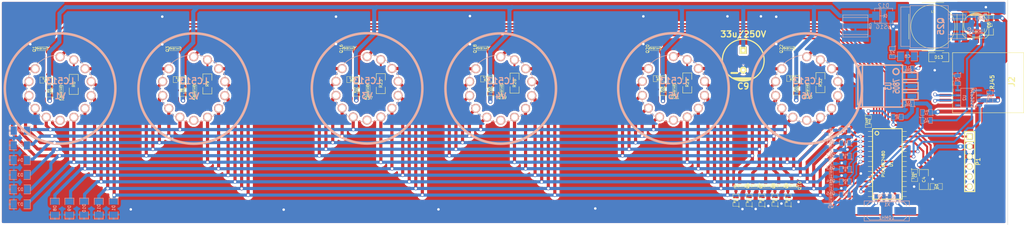
<source format=kicad_pcb>
(kicad_pcb (version 4) (host pcbnew 4.0.1-stable)
  (layers (0 F.Cu signal) (31 B.Cu signal) (34 B.Paste user hide) (35 F.Paste user hide) (36 B.SilkS user hide) (37 F.SilkS user hide) (38 B.Mask user hide) (39 F.Mask user hide) (44 Edge.Cuts user hide))
  (net 0 "")
  (net 1 +12V)
  (net 2 +3.3V)
  (net 3 /PWM)
  (net 4 /canrx)
  (net 5 /cantx)
  (net 6 /digitDriver/A0)
  (net 7 /digitDriver/A1)
  (net 8 /digitDriver/A2)
  (net 9 /digitDriver/A3)
  (net 10 /digitDriver/A4)
  (net 11 /digitDriver/A5)
  (net 12 /digitDriver/A6)
  (net 13 /digitDriver/A7)
  (net 14 /digitDriver/A8)
  (net 15 /digitDriver/A9)
  (net 16 /digitDriver/Adot)
  (net 17 /digitDriver/D0)
  (net 18 /digitDriver/D1)
  (net 19 /digitDriver/D2)
  (net 20 /digitDriver/D3)
  (net 21 /digitDriver/D4)
  (net 22 /digitDriver/D5)
  (net 23 /digitDriver/D6)
  (net 24 /digitDriver/D7)
  (net 25 /digitDriver/D8)
  (net 26 /digitDriver/D9)
  (net 27 /digitDriver/Ddot)
  (net 28 /lampaLC13_m1/NixieOnOff)
  (net 29 /lampaLC513_h0/NixieOnOff)
  (net 30 /lampaLC513_h1/NixieOnOff)
  (net 31 /lampaLC513_m0/NixieOnOff)
  (net 32 /lampaLC513_s0/NixieOnOff)
  (net 33 /lampaLC513_s1/NixieOnOff)
  (net 34 /stepUpRegulator/REG_PWM)
  (net 35 GND)
  (net 36 N-0000012)
  (net 37 N-0000016)
  (net 38 N-0000031)
  (net 39 N-0000033)
  (net 40 N-0000034)
  (net 41 N-0000035)
  (net 42 N-0000044)
  (net 43 N-0000045)
  (net 44 N-0000059)
  (net 45 N-000006)
  (net 46 N-0000060)
  (net 47 N-0000061)
  (net 48 N-0000062)
  (net 49 N-0000063)
  (net 50 N-0000064)
  (net 51 N-0000065)
  (net 52 N-0000066)
  (net 53 N-0000067)
  (net 54 N-0000068)
  (net 55 N-0000069)
  (net 56 N-000007)
  (net 57 N-0000070)
  (net 58 N-0000071)
  (net 59 N-0000072)
  (net 60 N-0000073)
  (net 61 N-0000074)
  (net 62 N-0000075)
  (net 63 N-0000076)
  (net 64 N-0000077)
  (net 65 N-0000078)
  (net 66 N-0000079)
  (net 67 N-000008)
  (net 68 N-0000080)
  (net 69 N-0000081)
  (net 70 N-0000082)
  (net 71 N-0000083)
  (net 72 N-0000084)
  (net 73 N-0000085)
  (net 74 N-0000086)
  (net 75 N-0000087)
  (net 76 N-0000088)
  (net 77 N-0000089)
  (net 78 N-0000090)
  (net 79 N-0000091)
  (net 80 N-0000092)
  (net 81 N-0000093)
  (net 82 N-0000094)
  (net 83 N-0000095)
  (net 84 VAA)
  (module LC513_new_hole (layer B.Cu) (at 28.025 35.1)
    (fp_text reference V1 (at 0 1.905) (layer B.SilkS) (effects (font (thickness 0.3048)) (justify mirror)))
    (fp_text value LC513 (at 0 -1.905) (layer B.SilkS) (effects (font (thickness 0.3048)) (justify mirror)))
    (pad IC thru_hole circle (at 0 8.07) (size 2.286 2.286) (drill 1.6) (layers *.Cu *.Mask B.SilkS))
    (pad 5 thru_hole circle (at -3.51 7.27) (size 2.286 2.286) (drill 1.6) (layers *.Cu *.Mask B.SilkS) (net 11 /digitDriver/A5))
    (pad 4 thru_hole circle (at -6.32 5.02) (size 2.286 2.286) (drill 1.6) (layers *.Cu *.Mask B.SilkS) (net 10 /digitDriver/A4))
    (pad 3 thru_hole circle (at -7.87 1.79) (size 2.286 2.286) (drill 1.6) (layers *.Cu *.Mask B.SilkS) (net 9 /digitDriver/A3))
    (pad 2 thru_hole circle (at -7.87 -1.79) (size 2.286 2.286) (drill 1.6) (layers *.Cu *.Mask B.SilkS) (net 8 /digitDriver/A2))
    (pad 1 thru_hole circle (at -6.32 -5.01) (size 2.286 2.286) (drill 1.6) (layers *.Cu *.Mask B.SilkS) (net 7 /digitDriver/A1))
    (pad PL thru_hole circle (at 0 -8.07) (size 2.286 2.286) (drill 1.6) (layers *.Cu *.Mask B.SilkS) (net 16 /digitDriver/Adot))
    (pad A thru_hole circle (at 3.47 -7.29) (size 2.286 2.286) (drill 1.6) (layers *.Cu *.Mask B.SilkS) (net 44 N-0000059))
    (pad 0 thru_hole circle (at 6.31 -5.03) (size 2.286 2.286) (drill 1.6) (layers *.Cu *.Mask B.SilkS) (net 6 /digitDriver/A0))
    (pad 9 thru_hole circle (at 7.87 -1.78) (size 2.286 2.286) (drill 1.6) (layers *.Cu *.Mask B.SilkS) (net 15 /digitDriver/A9))
    (pad 8 thru_hole circle (at 7.86 1.81) (size 2.286 2.286) (drill 1.6) (layers *.Cu *.Mask B.SilkS) (net 14 /digitDriver/A8))
    (pad 7 thru_hole circle (at 6.29 5.05) (size 2.286 2.286) (drill 1.6) (layers *.Cu *.Mask B.SilkS) (net 13 /digitDriver/A7))
    (pad 6 thru_hole circle (at 3.49 7.28) (size 2.286 2.286) (drill 1.6) (layers *.Cu *.Mask B.SilkS) (net 12 /digitDriver/A6))
  )
  (module RJ45_8 (layer F.Cu) (at 264.225 33.625 90)
    (fp_text reference J2 (at 0.254 4.826 90) (layer F.SilkS) (effects (font (thickness 0.3048))))
    (fp_text value RJ45 (at 0.14224 -0.1016 90) (layer F.SilkS) (effects (font (size 1.00076 1.00076) (thickness 0.2032))))
    (pad 9 smd rect (at 8 0 90) (size 3.64998 3.64998) (layers F.Cu F.Paste F.Mask))
    (pad 9 smd rect (at -8 0 90) (size 3.64998 3.64998) (layers F.Cu F.Paste F.Mask))
    (pad 1 smd rect (at -4.445 -12 90) (size 0.7 3) (layers F.Cu F.Paste F.Mask) (net 67 N-000008))
    (pad 2 smd rect (at -3.175 -12 90) (size 0.7 3) (layers F.Cu F.Paste F.Mask) (net 37 N-0000016))
    (pad 3 smd trapezoid (at -1.905 -12 90) (size 0.7 3) (layers F.Cu F.Paste F.Mask))
    (pad 4 smd rect (at -0.635 -12 90) (size 0.7 3) (layers F.Cu F.Paste F.Mask))
    (pad 5 smd trapezoid (at 0.635 -12 90) (size 0.7 3) (layers F.Cu F.Paste F.Mask))
    (pad 6 smd rect (at 1.905 -12 90) (size 0.7 3) (layers F.Cu F.Paste F.Mask))
    (pad 7 smd rect (at 3.175 -12 90) (size 0.7 3) (layers F.Cu F.Paste F.Mask) (net 35 GND))
    (pad 8 smd rect (at 4.445 -12 90) (size 0.7 3) (layers F.Cu F.Paste F.Mask) (net 1 +12V))
  )
  (module SOT23 (layer B.Cu) (at 260.35 20.675 180)
    (fp_text reference Q24 (at 1.99898 0.09906 450) (layer B.SilkS) (effects (font (size 0.762 0.762) (thickness 0.11938)) (justify mirror)))
    (fp_text value BC847 (at 0.0635 0 180) (layer B.SilkS) (effects (font (size 0.50038 0.50038) (thickness 0.09906)) (justify mirror)))
    (pad 3 smd rect (at 0 1.09982 180) (size 0.8001 1.00076) (layers B.Cu B.Paste B.Mask) (net 34 /stepUpRegulator/REG_PWM))
    (pad 1 smd rect (at 0.9525 -1.09982 180) (size 0.8001 1.00076) (layers B.Cu B.Paste B.Mask) (net 35 GND))
    (pad 2 smd rect (at -0.9525 -1.09982 180) (size 0.8001 1.00076) (layers B.Cu B.Paste B.Mask) (net 38 N-0000031))
  )
  (module c_2225 (layer B.Cu) (at 229.45 19.225 90)
    (fp_text reference C10 (at 0 3.81 90) (layer B.SilkS) (effects (font (size 0.50038 0.50038) (thickness 0.11938)) (justify mirror)))
    (fp_text value 100n/250V hide)
    (pad 1 smd rect (at 2.57556 0 90) (size 2.84912 6.79958) (layers B.Cu B.Paste B.Mask) (net 84 VAA))
    (pad 2 smd rect (at -2.57556 0 90) (size 2.84912 6.79958) (layers B.Cu B.Paste B.Mask) (net 35 GND))
  )
  (module c_2225 (layer F.Cu) (at 249.1 19.375)
    (fp_text reference L1 (at 0 -3.81) (layer F.SilkS) (effects (font (size 0.50038 0.50038) (thickness 0.11938))))
    (fp_text value 560u hide)
    (pad 1 smd rect (at 6 0) (size 1.84912 6.79958) (layers F.Cu F.Paste F.Mask) (net 1 +12V))
    (pad 2 smd rect (at -6 0) (size 1.84912 6.79958) (layers F.Cu F.Paste F.Mask) (net 72 N-0000084))
  )
  (module CP_10x12.5mm (layer F.Cu) (at 201.05 27.9 180)
    (fp_text reference C9 (at 0 -6.6 180) (layer F.SilkS) (effects (font (thickness 0.3048))))
    (fp_text value 33u/250V (at 0 6.6 180) (layer F.SilkS) (effects (font (thickness 0.3048))))
    (pad 1 thru_hole rect (at 0 2.5 180) (size 1.8 1.8) (drill 0.8) (layers *.Cu *.Mask F.SilkS) (net 84 VAA))
    (pad 2 thru_hole circle (at 0 -2.5 180) (size 1.8 1.8) (drill 0.8) (layers *.Cu *.Mask F.SilkS) (net 35 GND))
  )
  (module SM1206 (layer B.Cu) (at 242.65 26.925)
    (fp_text reference C8 (at 0 0) (layer B.SilkS) (effects (font (size 0.762 0.762) (thickness 0.127)) (justify mirror)))
    (fp_text value 470p hide)
    (pad 1 smd rect (at -1.651 0) (size 1.524 2.032) (layers B.Cu B.Paste B.Mask) (net 71 N-0000083))
    (pad 2 smd rect (at 1.651 0) (size 1.524 2.032) (layers B.Cu B.Paste B.Mask) (net 35 GND))
  )
  (module SM1206 (layer F.Cu) (at 263.275 19 90)
    (fp_text reference C6 (at 0 0 90) (layer F.SilkS) (effects (font (size 0.762 0.762) (thickness 0.127))))
    (fp_text value 100n/25V hide)
    (pad 1 smd rect (at -1.651 0 90) (size 1.524 2.032) (layers F.Cu F.Paste F.Mask) (net 1 +12V))
    (pad 2 smd rect (at 1.651 0 90) (size 1.524 2.032) (layers F.Cu F.Paste F.Mask) (net 35 GND))
  )
  (module SM1206 (layer F.Cu) (at 250.575 27.15 180)
    (fp_text reference D13 (at 0 0 180) (layer F.SilkS) (effects (font (size 0.762 0.762) (thickness 0.127))))
    (fp_text value DIODE hide)
    (pad 1 smd rect (at -1.651 0 180) (size 1.524 2.032) (layers F.Cu F.Paste F.Mask) (net 1 +12V))
    (pad 2 smd rect (at 1.651 0 180) (size 1.524 2.032) (layers F.Cu F.Paste F.Mask) (net 36 N-0000012))
  )
  (module PIN_ARRAY-6X1 (layer F.Cu) (at 258.4 53.625 270)
    (fp_text reference P1 (at 0 -2.159 270) (layer F.SilkS) (effects (font (size 1.016 1.016) (thickness 0.2032))))
    (fp_text value CONN_6 hide)
    (pad 1 thru_hole rect (at -6.35 0 270) (size 1.524 1.524) (drill 1.016) (layers *.Cu *.Mask F.SilkS) (net 40 N-0000034))
    (pad 2 thru_hole circle (at -3.81 0 270) (size 1.524 1.524) (drill 1.016) (layers *.Cu *.Mask F.SilkS) (net 2 +3.3V))
    (pad 3 thru_hole circle (at -1.27 0 270) (size 1.524 1.524) (drill 1.016) (layers *.Cu *.Mask F.SilkS) (net 35 GND))
    (pad 4 thru_hole circle (at 1.27 0 270) (size 1.524 1.524) (drill 1.016) (layers *.Cu *.Mask F.SilkS) (net 39 N-0000033))
    (pad 5 thru_hole circle (at 3.81 0 270) (size 1.524 1.524) (drill 1.016) (layers *.Cu *.Mask F.SilkS) (net 45 N-000006))
    (pad 6 thru_hole circle (at 6.35 0 270) (size 1.524 1.524) (drill 1.016) (layers *.Cu *.Mask F.SilkS) (net 32 /lampaLC513_s0/NixieOnOff))
  )
  (module SM0805 (layer F.Cu) (at 244.45 57.175 270)
    (fp_text reference C3 (at 0 -0.3175 270) (layer F.SilkS) (effects (font (size 0.50038 0.50038) (thickness 0.10922))))
    (fp_text value 100n (at 0 0.381 270) (layer F.SilkS) (effects (font (size 0.50038 0.50038) (thickness 0.10922))))
    (pad 1 smd rect (at -0.9525 0 270) (size 0.889 1.397) (layers F.Cu F.Paste F.Mask) (net 2 +3.3V))
    (pad 2 smd rect (at 0.9525 0 270) (size 0.889 1.397) (layers F.Cu F.Paste F.Mask) (net 35 GND))
  )
  (module SM0805 (layer B.Cu) (at 263.5 37.175 90)
    (fp_text reference C5 (at 0 0.3175 90) (layer B.SilkS) (effects (font (size 0.50038 0.50038) (thickness 0.10922)) (justify mirror)))
    (fp_text value 100n (at 0 -0.381 90) (layer B.SilkS) (effects (font (size 0.50038 0.50038) (thickness 0.10922)) (justify mirror)))
    (pad 1 smd rect (at -0.9525 0 90) (size 0.889 1.397) (layers B.Cu B.Paste B.Mask) (net 2 +3.3V))
    (pad 2 smd rect (at 0.9525 0 90) (size 0.889 1.397) (layers B.Cu B.Paste B.Mask) (net 35 GND))
  )
  (module SM0805 (layer B.Cu) (at 235.7 62.625)
    (fp_text reference C2 (at 0 0.3175) (layer B.SilkS) (effects (font (size 0.50038 0.50038) (thickness 0.10922)) (justify mirror)))
    (fp_text value 22p (at 0 -0.381) (layer B.SilkS) (effects (font (size 0.50038 0.50038) (thickness 0.10922)) (justify mirror)))
    (pad 1 smd rect (at -0.9525 0) (size 0.889 1.397) (layers B.Cu B.Paste B.Mask) (net 43 N-0000045))
    (pad 2 smd rect (at 0.9525 0) (size 0.889 1.397) (layers B.Cu B.Paste B.Mask) (net 35 GND))
  )
  (module SM0805 (layer B.Cu) (at 239.125 62.625 180)
    (fp_text reference C1 (at 0 0.3175 180) (layer B.SilkS) (effects (font (size 0.50038 0.50038) (thickness 0.10922)) (justify mirror)))
    (fp_text value 22p (at 0 -0.381 180) (layer B.SilkS) (effects (font (size 0.50038 0.50038) (thickness 0.10922)) (justify mirror)))
    (pad 1 smd rect (at -0.9525 0 180) (size 0.889 1.397) (layers B.Cu B.Paste B.Mask) (net 42 N-0000044))
    (pad 2 smd rect (at 0.9525 0 180) (size 0.889 1.397) (layers B.Cu B.Paste B.Mask) (net 35 GND))
  )
  (module SM1206 (layer F.Cu) (at 246.8 58.2 270)
    (fp_text reference C4 (at 0 0 270) (layer F.SilkS) (effects (font (size 0.762 0.762) (thickness 0.127))))
    (fp_text value 1u hide)
    (pad 1 smd rect (at -1.651 0 270) (size 1.524 2.032) (layers F.Cu F.Paste F.Mask) (net 2 +3.3V))
    (pad 2 smd rect (at 1.651 0 270) (size 1.524 2.032) (layers F.Cu F.Paste F.Mask) (net 35 GND))
  )
  (module SM1206 (layer F.Cu) (at 31.475 34.05 90)
    (fp_text reference R6 (at 0 0 90) (layer F.SilkS) (effects (font (size 0.762 0.762) (thickness 0.127))))
    (fp_text value 10k/0,5W hide)
    (pad 1 smd rect (at -1.651 0 90) (size 1.524 2.032) (layers F.Cu F.Paste F.Mask) (net 46 N-0000060))
    (pad 2 smd rect (at 1.651 0 90) (size 1.524 2.032) (layers F.Cu F.Paste F.Mask) (net 44 N-0000059))
  )
  (module SM1206 (layer F.Cu) (at 65.325 33.925 90)
    (fp_text reference R9 (at 0 0 90) (layer F.SilkS) (effects (font (size 0.762 0.762) (thickness 0.127))))
    (fp_text value 10k/0,5W hide)
    (pad 1 smd rect (at -1.651 0 90) (size 1.524 2.032) (layers F.Cu F.Paste F.Mask) (net 51 N-0000065))
    (pad 2 smd rect (at 1.651 0 90) (size 1.524 2.032) (layers F.Cu F.Paste F.Mask) (net 49 N-0000063))
  )
  (module SM1206 (layer F.Cu) (at 220.6 33.6 90)
    (fp_text reference R32 (at 0 0 90) (layer F.SilkS) (effects (font (size 0.762 0.762) (thickness 0.127))))
    (fp_text value 10k/0,5W hide)
    (pad 1 smd rect (at -1.651 0 90) (size 1.524 2.032) (layers F.Cu F.Paste F.Mask) (net 70 N-0000082))
    (pad 2 smd rect (at 1.651 0 90) (size 1.524 2.032) (layers F.Cu F.Paste F.Mask) (net 69 N-0000081))
  )
  (module SM1206 (layer F.Cu) (at 186.875 33.675 90)
    (fp_text reference R29 (at 0 0 90) (layer F.SilkS) (effects (font (size 0.762 0.762) (thickness 0.127))))
    (fp_text value 10k/0,5W hide)
    (pad 1 smd rect (at -1.651 0 90) (size 1.524 2.032) (layers F.Cu F.Paste F.Mask) (net 65 N-0000078))
    (pad 2 smd rect (at 1.651 0 90) (size 1.524 2.032) (layers F.Cu F.Paste F.Mask) (net 64 N-0000077))
  )
  (module SM1206 (layer F.Cu) (at 143.125 33.725 90)
    (fp_text reference R26 (at 0 0 90) (layer F.SilkS) (effects (font (size 0.762 0.762) (thickness 0.127))))
    (fp_text value 10k/0,5W hide)
    (pad 1 smd rect (at -1.651 0 90) (size 1.524 2.032) (layers F.Cu F.Paste F.Mask) (net 61 N-0000074))
    (pad 2 smd rect (at 1.651 0 90) (size 1.524 2.032) (layers F.Cu F.Paste F.Mask) (net 60 N-0000073))
  )
  (module SM1206 (layer F.Cu) (at 109.25 33.85 90)
    (fp_text reference R23 (at 0 0 90) (layer F.SilkS) (effects (font (size 0.762 0.762) (thickness 0.127))))
    (fp_text value 10k/0,5W hide)
    (pad 1 smd rect (at -1.651 0 90) (size 1.524 2.032) (layers F.Cu F.Paste F.Mask) (net 54 N-0000068))
    (pad 2 smd rect (at 1.651 0 90) (size 1.524 2.032) (layers F.Cu F.Paste F.Mask) (net 53 N-0000067))
  )
  (module SM1206POL (layer B.Cu) (at 17.95 49.525)
    (fp_text reference D5 (at 0 0) (layer B.SilkS) (effects (font (size 0.762 0.762) (thickness 0.127)) (justify mirror)))
    (fp_text value BZV55C75 hide)
    (pad 1 smd rect (at -1.651 0) (size 1.524 2.032) (layers B.Cu B.Paste B.Mask) (net 35 GND))
    (pad 2 smd rect (at 1.651 0) (size 1.524 2.032) (layers B.Cu B.Paste B.Mask) (net 10 /digitDriver/A4))
  )
  (module SM1206POL (layer B.Cu) (at 26.7 65.475 90)
    (fp_text reference D8 (at 0 0 90) (layer B.SilkS) (effects (font (size 0.762 0.762) (thickness 0.127)) (justify mirror)))
    (fp_text value BZV55C75 hide)
    (pad 1 smd rect (at -1.651 0 90) (size 1.524 2.032) (layers B.Cu B.Paste B.Mask) (net 35 GND))
    (pad 2 smd rect (at 1.651 0 90) (size 1.524 2.032) (layers B.Cu B.Paste B.Mask) (net 13 /digitDriver/A7))
  )
  (module SM1206POL (layer B.Cu) (at 17.95 53.275)
    (fp_text reference D4 (at 0 0) (layer B.SilkS) (effects (font (size 0.762 0.762) (thickness 0.127)) (justify mirror)))
    (fp_text value BZV55C75 hide)
    (pad 1 smd rect (at -1.651 0) (size 1.524 2.032) (layers B.Cu B.Paste B.Mask) (net 35 GND))
    (pad 2 smd rect (at 1.651 0) (size 1.524 2.032) (layers B.Cu B.Paste B.Mask) (net 9 /digitDriver/A3))
  )
  (module SM1206POL (layer B.Cu) (at 17.95 45.8)
    (fp_text reference D6 (at 0 0) (layer B.SilkS) (effects (font (size 0.762 0.762) (thickness 0.127)) (justify mirror)))
    (fp_text value BZV55C75 hide)
    (pad 1 smd rect (at -1.651 0) (size 1.524 2.032) (layers B.Cu B.Paste B.Mask) (net 35 GND))
    (pad 2 smd rect (at 1.651 0) (size 1.524 2.032) (layers B.Cu B.Paste B.Mask) (net 11 /digitDriver/A5))
  )
  (module SM1206POL (layer B.Cu) (at 30.375 65.475 90)
    (fp_text reference D9 (at 0 0 90) (layer B.SilkS) (effects (font (size 0.762 0.762) (thickness 0.127)) (justify mirror)))
    (fp_text value BZV55C75 hide)
    (pad 1 smd rect (at -1.651 0 90) (size 1.524 2.032) (layers B.Cu B.Paste B.Mask) (net 35 GND))
    (pad 2 smd rect (at 1.651 0 90) (size 1.524 2.032) (layers B.Cu B.Paste B.Mask) (net 14 /digitDriver/A8))
  )
  (module SM1206POL (layer B.Cu) (at 17.95 57.025)
    (fp_text reference D3 (at 0 0) (layer B.SilkS) (effects (font (size 0.762 0.762) (thickness 0.127)) (justify mirror)))
    (fp_text value BZV55C75 hide)
    (pad 1 smd rect (at -1.651 0) (size 1.524 2.032) (layers B.Cu B.Paste B.Mask) (net 35 GND))
    (pad 2 smd rect (at 1.651 0) (size 1.524 2.032) (layers B.Cu B.Paste B.Mask) (net 8 /digitDriver/A2))
  )
  (module SM1206POL (layer B.Cu) (at 17.95 64.5)
    (fp_text reference D7 (at 0 0) (layer B.SilkS) (effects (font (size 0.762 0.762) (thickness 0.127)) (justify mirror)))
    (fp_text value BZV55C75 hide)
    (pad 1 smd rect (at -1.651 0) (size 1.524 2.032) (layers B.Cu B.Paste B.Mask) (net 35 GND))
    (pad 2 smd rect (at 1.651 0) (size 1.524 2.032) (layers B.Cu B.Paste B.Mask) (net 12 /digitDriver/A6))
  )
  (module SM1206POL (layer B.Cu) (at 17.975 60.7)
    (fp_text reference D2 (at 0 0) (layer B.SilkS) (effects (font (size 0.762 0.762) (thickness 0.127)) (justify mirror)))
    (fp_text value BZV55C75 hide)
    (pad 1 smd rect (at -1.651 0) (size 1.524 2.032) (layers B.Cu B.Paste B.Mask) (net 35 GND))
    (pad 2 smd rect (at 1.651 0) (size 1.524 2.032) (layers B.Cu B.Paste B.Mask) (net 7 /digitDriver/A1))
  )
  (module SM1206POL (layer B.Cu) (at 37.825 65.475 90)
    (fp_text reference D11 (at 0 0 90) (layer B.SilkS) (effects (font (size 0.762 0.762) (thickness 0.127)) (justify mirror)))
    (fp_text value BZV55C75 hide)
    (pad 1 smd rect (at -1.651 0 90) (size 1.524 2.032) (layers B.Cu B.Paste B.Mask) (net 35 GND))
    (pad 2 smd rect (at 1.651 0 90) (size 1.524 2.032) (layers B.Cu B.Paste B.Mask) (net 6 /digitDriver/A0))
  )
  (module SM1206POL (layer B.Cu) (at 34.1 65.45 90)
    (fp_text reference D10 (at 0 0 90) (layer B.SilkS) (effects (font (size 0.762 0.762) (thickness 0.127)) (justify mirror)))
    (fp_text value BZV55C75 hide)
    (pad 1 smd rect (at -1.651 0 90) (size 1.524 2.032) (layers B.Cu B.Paste B.Mask) (net 35 GND))
    (pad 2 smd rect (at 1.651 0 90) (size 1.524 2.032) (layers B.Cu B.Paste B.Mask) (net 15 /digitDriver/A9))
  )
  (module SM1206POL (layer B.Cu) (at 41.575 65.45 90)
    (fp_text reference D1 (at 0 0 90) (layer B.SilkS) (effects (font (size 0.762 0.762) (thickness 0.127)) (justify mirror)))
    (fp_text value BZV55C75 hide)
    (pad 1 smd rect (at -1.651 0 90) (size 1.524 2.032) (layers B.Cu B.Paste B.Mask) (net 35 GND))
    (pad 2 smd rect (at 1.651 0 90) (size 1.524 2.032) (layers B.Cu B.Paste B.Mask) (net 16 /digitDriver/Adot))
  )
  (module soic-28 (layer F.Cu) (at 237.55 54.25 270)
    (fp_text reference U1 (at 0 -1.016 270) (layer F.SilkS) (effects (font (size 0.7493 0.7493) (thickness 0.14986))))
    (fp_text value PIC18F2480 (at 0 1.016 270) (layer F.SilkS) (effects (font (size 0.7493 0.7493) (thickness 0.14986))))
    (pad 1 smd rect (at -8.255 4.81076 270) (size 0.55118 1.43002) (layers F.Cu F.Paste F.Mask) (net 41 N-0000035))
    (pad 2 smd rect (at -6.985 4.81076 270) (size 0.55118 1.43002) (layers F.Cu F.Paste F.Mask) (net 21 /digitDriver/D4))
    (pad 3 smd rect (at -5.715 4.81076 270) (size 0.55118 1.43002) (layers F.Cu F.Paste F.Mask) (net 20 /digitDriver/D3))
    (pad 4 smd rect (at -4.445 4.81076 270) (size 0.55118 1.43002) (layers F.Cu F.Paste F.Mask) (net 19 /digitDriver/D2))
    (pad 5 smd rect (at -3.175 4.81076 270) (size 0.55118 1.43002) (layers F.Cu F.Paste F.Mask) (net 18 /digitDriver/D1))
    (pad 6 smd rect (at -1.905 4.81076 270) (size 0.55118 1.43002) (layers F.Cu F.Paste F.Mask) (net 17 /digitDriver/D0))
    (pad 7 smd rect (at -0.635 4.81076 270) (size 0.55118 1.43002) (layers F.Cu F.Paste F.Mask) (net 27 /digitDriver/Ddot))
    (pad 8 smd rect (at 0.635 4.81076 270) (size 0.55118 1.43002) (layers F.Cu F.Paste F.Mask) (net 35 GND))
    (pad 9 smd rect (at 1.905 4.81076 270) (size 0.55118 1.43002) (layers F.Cu F.Paste F.Mask) (net 42 N-0000044))
    (pad 10 smd rect (at 3.175 4.81076 270) (size 0.55118 1.43002) (layers F.Cu F.Paste F.Mask) (net 43 N-0000045))
    (pad 11 smd rect (at 4.445 4.81076 270) (size 0.55118 1.43002) (layers F.Cu F.Paste F.Mask) (net 22 /digitDriver/D5))
    (pad 12 smd rect (at 5.715 4.81076 270) (size 0.55118 1.43002) (layers F.Cu F.Paste F.Mask) (net 23 /digitDriver/D6))
    (pad 13 smd rect (at 6.985 4.81076 270) (size 0.55118 1.43002) (layers F.Cu F.Paste F.Mask) (net 3 /PWM))
    (pad 14 smd rect (at 8.255 4.81076 270) (size 0.55118 1.43002) (layers F.Cu F.Paste F.Mask) (net 24 /digitDriver/D7))
    (pad 15 smd rect (at 8.255 -4.81076 270) (size 0.55118 1.43002) (layers F.Cu F.Paste F.Mask) (net 25 /digitDriver/D8))
    (pad 16 smd rect (at 6.985 -4.81076 270) (size 0.55118 1.43002) (layers F.Cu F.Paste F.Mask) (net 26 /digitDriver/D9))
    (pad 17 smd rect (at 5.715 -4.81076 270) (size 0.55118 1.43002) (layers F.Cu F.Paste F.Mask) (net 30 /lampaLC513_h1/NixieOnOff))
    (pad 18 smd rect (at 4.445 -4.81076 270) (size 0.55118 1.43002) (layers F.Cu F.Paste F.Mask) (net 29 /lampaLC513_h0/NixieOnOff))
    (pad 19 smd rect (at 3.175 -4.81076 270) (size 0.55118 1.43002) (layers F.Cu F.Paste F.Mask) (net 35 GND))
    (pad 20 smd rect (at 1.905 -4.81076 270) (size 0.55118 1.43002) (layers F.Cu F.Paste F.Mask) (net 2 +3.3V))
    (pad 21 smd rect (at 0.635 -4.81076 270) (size 0.55118 1.43002) (layers F.Cu F.Paste F.Mask) (net 28 /lampaLC13_m1/NixieOnOff))
    (pad 22 smd rect (at -0.635 -4.81076 270) (size 0.55118 1.43002) (layers F.Cu F.Paste F.Mask) (net 31 /lampaLC513_m0/NixieOnOff))
    (pad 23 smd rect (at -1.905 -4.81076 270) (size 0.55118 1.43002) (layers F.Cu F.Paste F.Mask) (net 5 /cantx))
    (pad 24 smd rect (at -3.175 -4.81076 270) (size 0.55118 1.43002) (layers F.Cu F.Paste F.Mask) (net 4 /canrx))
    (pad 25 smd rect (at -4.445 -4.81076 270) (size 0.55118 1.43002) (layers F.Cu F.Paste F.Mask) (net 33 /lampaLC513_s1/NixieOnOff))
    (pad 26 smd rect (at -5.715 -4.81076 270) (size 0.55118 1.43002) (layers F.Cu F.Paste F.Mask) (net 32 /lampaLC513_s0/NixieOnOff))
    (pad 27 smd rect (at -6.985 -4.81076 270) (size 0.55118 1.43002) (layers F.Cu F.Paste F.Mask) (net 45 N-000006))
    (pad 28 smd rect (at -8.255 -4.81076 270) (size 0.55118 1.43002) (layers F.Cu F.Paste F.Mask) (net 39 N-0000033))
  )
  (module SOT23 (layer F.Cu) (at 217.375 35.25 270)
    (fp_text reference Q23 (at 1.99898 -0.09906 360) (layer F.SilkS) (effects (font (size 0.762 0.762) (thickness 0.11938))))
    (fp_text value PMBTA92 (at 0.0635 0 270) (layer F.SilkS) (effects (font (size 0.50038 0.50038) (thickness 0.09906))))
    (pad 3 smd rect (at 0 -1.09982 270) (size 0.8001 1.00076) (layers F.Cu F.Paste F.Mask) (net 70 N-0000082))
    (pad 2 smd rect (at 0.9525 1.09982 270) (size 0.8001 1.00076) (layers F.Cu F.Paste F.Mask) (net 84 VAA))
    (pad 1 smd rect (at -0.9525 1.09982 270) (size 0.8001 1.00076) (layers F.Cu F.Paste F.Mask) (net 68 N-0000080))
  )
  (module SOT23 (layer F.Cu) (at 212.7 24.925 180)
    (fp_text reference Q22 (at 1.99898 -0.09906 270) (layer F.SilkS) (effects (font (size 0.762 0.762) (thickness 0.11938))))
    (fp_text value PMBTA42 (at 0.0635 0 180) (layer F.SilkS) (effects (font (size 0.50038 0.50038) (thickness 0.09906))))
    (pad 3 smd rect (at 0 -1.09982 180) (size 0.8001 1.00076) (layers F.Cu F.Paste F.Mask) (net 66 N-0000079))
    (pad 2 smd rect (at 0.9525 1.09982 180) (size 0.8001 1.00076) (layers F.Cu F.Paste F.Mask) (net 35 GND))
    (pad 1 smd rect (at -0.9525 1.09982 180) (size 0.8001 1.00076) (layers F.Cu F.Paste F.Mask) (net 30 /lampaLC513_h1/NixieOnOff))
  )
  (module SOT23 (layer F.Cu) (at 183.65 35.325 270)
    (fp_text reference Q21 (at 1.99898 -0.09906 360) (layer F.SilkS) (effects (font (size 0.762 0.762) (thickness 0.11938))))
    (fp_text value PMBTA92 (at 0.0635 0 270) (layer F.SilkS) (effects (font (size 0.50038 0.50038) (thickness 0.09906))))
    (pad 3 smd rect (at 0 -1.09982 270) (size 0.8001 1.00076) (layers F.Cu F.Paste F.Mask) (net 65 N-0000078))
    (pad 2 smd rect (at 0.9525 1.09982 270) (size 0.8001 1.00076) (layers F.Cu F.Paste F.Mask) (net 84 VAA))
    (pad 1 smd rect (at -0.9525 1.09982 270) (size 0.8001 1.00076) (layers F.Cu F.Paste F.Mask) (net 63 N-0000076))
  )
  (module SOT23 (layer F.Cu) (at 178.825 24.925 180)
    (fp_text reference Q20 (at 1.99898 -0.09906 270) (layer F.SilkS) (effects (font (size 0.762 0.762) (thickness 0.11938))))
    (fp_text value PMBTA42 (at 0.0635 0 180) (layer F.SilkS) (effects (font (size 0.50038 0.50038) (thickness 0.09906))))
    (pad 3 smd rect (at 0 -1.09982 180) (size 0.8001 1.00076) (layers F.Cu F.Paste F.Mask) (net 62 N-0000075))
    (pad 2 smd rect (at 0.9525 1.09982 180) (size 0.8001 1.00076) (layers F.Cu F.Paste F.Mask) (net 35 GND))
    (pad 1 smd rect (at -0.9525 1.09982 180) (size 0.8001 1.00076) (layers F.Cu F.Paste F.Mask) (net 29 /lampaLC513_h0/NixieOnOff))
  )
  (module SOT23 (layer F.Cu) (at 139.9 35.375 270)
    (fp_text reference Q19 (at 1.99898 -0.09906 360) (layer F.SilkS) (effects (font (size 0.762 0.762) (thickness 0.11938))))
    (fp_text value PMBTA92 (at 0.0635 0 270) (layer F.SilkS) (effects (font (size 0.50038 0.50038) (thickness 0.09906))))
    (pad 3 smd rect (at 0 -1.09982 270) (size 0.8001 1.00076) (layers F.Cu F.Paste F.Mask) (net 61 N-0000074))
    (pad 2 smd rect (at 0.9525 1.09982 270) (size 0.8001 1.00076) (layers F.Cu F.Paste F.Mask) (net 84 VAA))
    (pad 1 smd rect (at -0.9525 1.09982 270) (size 0.8001 1.00076) (layers F.Cu F.Paste F.Mask) (net 58 N-0000071))
  )
  (module SOT23 (layer F.Cu) (at 135.125 24.9 180)
    (fp_text reference Q18 (at 1.99898 -0.09906 270) (layer F.SilkS) (effects (font (size 0.762 0.762) (thickness 0.11938))))
    (fp_text value PMBTA42 (at 0.0635 0 180) (layer F.SilkS) (effects (font (size 0.50038 0.50038) (thickness 0.09906))))
    (pad 3 smd rect (at 0 -1.09982 180) (size 0.8001 1.00076) (layers F.Cu F.Paste F.Mask) (net 59 N-0000072))
    (pad 2 smd rect (at 0.9525 1.09982 180) (size 0.8001 1.00076) (layers F.Cu F.Paste F.Mask) (net 35 GND))
    (pad 1 smd rect (at -0.9525 1.09982 180) (size 0.8001 1.00076) (layers F.Cu F.Paste F.Mask) (net 28 /lampaLC13_m1/NixieOnOff))
  )
  (module SOT23 (layer F.Cu) (at 106.025 35.525 270)
    (fp_text reference Q17 (at 1.99898 -0.09906 360) (layer F.SilkS) (effects (font (size 0.762 0.762) (thickness 0.11938))))
    (fp_text value PMBTA92 (at 0.0635 0 270) (layer F.SilkS) (effects (font (size 0.50038 0.50038) (thickness 0.09906))))
    (pad 3 smd rect (at 0 -1.09982 270) (size 0.8001 1.00076) (layers F.Cu F.Paste F.Mask) (net 54 N-0000068))
    (pad 2 smd rect (at 0.9525 1.09982 270) (size 0.8001 1.00076) (layers F.Cu F.Paste F.Mask) (net 84 VAA))
    (pad 1 smd rect (at -0.9525 1.09982 270) (size 0.8001 1.00076) (layers F.Cu F.Paste F.Mask) (net 55 N-0000069))
  )
  (module SOT23 (layer F.Cu) (at 101.225 24.9 180)
    (fp_text reference Q16 (at 1.99898 -0.09906 270) (layer F.SilkS) (effects (font (size 0.762 0.762) (thickness 0.11938))))
    (fp_text value PMBTA42 (at 0.0635 0 180) (layer F.SilkS) (effects (font (size 0.50038 0.50038) (thickness 0.09906))))
    (pad 3 smd rect (at 0 -1.09982 180) (size 0.8001 1.00076) (layers F.Cu F.Paste F.Mask) (net 57 N-0000070))
    (pad 2 smd rect (at 0.9525 1.09982 180) (size 0.8001 1.00076) (layers F.Cu F.Paste F.Mask) (net 35 GND))
    (pad 1 smd rect (at -0.9525 1.09982 180) (size 0.8001 1.00076) (layers F.Cu F.Paste F.Mask) (net 31 /lampaLC513_m0/NixieOnOff))
  )
  (module SOT23 (layer B.Cu) (at 223.325 59.725 270)
    (fp_text reference Q15 (at 1.99898 0.09906 540) (layer B.SilkS) (effects (font (size 0.762 0.762) (thickness 0.11938)) (justify mirror)))
    (fp_text value PMBTA42 (at 0.0635 0 270) (layer B.SilkS) (effects (font (size 0.50038 0.50038) (thickness 0.09906)) (justify mirror)))
    (pad 3 smd rect (at 0 1.09982 270) (size 0.8001 1.00076) (layers B.Cu B.Paste B.Mask) (net 6 /digitDriver/A0))
    (pad 2 smd rect (at 0.9525 -1.09982 270) (size 0.8001 1.00076) (layers B.Cu B.Paste B.Mask) (net 35 GND))
    (pad 1 smd rect (at -0.9525 -1.09982 270) (size 0.8001 1.00076) (layers B.Cu B.Paste B.Mask) (net 83 N-0000095))
  )
  (module SOT23 (layer B.Cu) (at 223.325 56.55 270)
    (fp_text reference Q14 (at 1.99898 0.09906 540) (layer B.SilkS) (effects (font (size 0.762 0.762) (thickness 0.11938)) (justify mirror)))
    (fp_text value PMBTA42 (at 0.0635 0 270) (layer B.SilkS) (effects (font (size 0.50038 0.50038) (thickness 0.09906)) (justify mirror)))
    (pad 3 smd rect (at 0 1.09982 270) (size 0.8001 1.00076) (layers B.Cu B.Paste B.Mask) (net 15 /digitDriver/A9))
    (pad 2 smd rect (at 0.9525 -1.09982 270) (size 0.8001 1.00076) (layers B.Cu B.Paste B.Mask) (net 35 GND))
    (pad 1 smd rect (at -0.9525 -1.09982 270) (size 0.8001 1.00076) (layers B.Cu B.Paste B.Mask) (net 82 N-0000094))
  )
  (module SOT23 (layer B.Cu) (at 223.3 53.225 270)
    (fp_text reference Q13 (at 1.99898 0.09906 540) (layer B.SilkS) (effects (font (size 0.762 0.762) (thickness 0.11938)) (justify mirror)))
    (fp_text value PMBTA42 (at 0.0635 0 270) (layer B.SilkS) (effects (font (size 0.50038 0.50038) (thickness 0.09906)) (justify mirror)))
    (pad 3 smd rect (at 0 1.09982 270) (size 0.8001 1.00076) (layers B.Cu B.Paste B.Mask) (net 14 /digitDriver/A8))
    (pad 2 smd rect (at 0.9525 -1.09982 270) (size 0.8001 1.00076) (layers B.Cu B.Paste B.Mask) (net 35 GND))
    (pad 1 smd rect (at -0.9525 -1.09982 270) (size 0.8001 1.00076) (layers B.Cu B.Paste B.Mask) (net 81 N-0000093))
  )
  (module SOT23 (layer B.Cu) (at 223.225 46.65 270)
    (fp_text reference Q11 (at 1.99898 0.09906 540) (layer B.SilkS) (effects (font (size 0.762 0.762) (thickness 0.11938)) (justify mirror)))
    (fp_text value PMBTA42 (at 0.0635 0 270) (layer B.SilkS) (effects (font (size 0.50038 0.50038) (thickness 0.09906)) (justify mirror)))
    (pad 3 smd rect (at 0 1.09982 270) (size 0.8001 1.00076) (layers B.Cu B.Paste B.Mask) (net 12 /digitDriver/A6))
    (pad 2 smd rect (at 0.9525 -1.09982 270) (size 0.8001 1.00076) (layers B.Cu B.Paste B.Mask) (net 35 GND))
    (pad 1 smd rect (at -0.9525 -1.09982 270) (size 0.8001 1.00076) (layers B.Cu B.Paste B.Mask) (net 79 N-0000091))
  )
  (module SOT23 (layer F.Cu) (at 213.35 59.85)
    (fp_text reference Q10 (at 1.99898 -0.09906 90) (layer F.SilkS) (effects (font (size 0.762 0.762) (thickness 0.11938))))
    (fp_text value PMBTA42 (at 0.0635 0) (layer F.SilkS) (effects (font (size 0.50038 0.50038) (thickness 0.09906))))
    (pad 3 smd rect (at 0 -1.09982) (size 0.8001 1.00076) (layers F.Cu F.Paste F.Mask) (net 11 /digitDriver/A5))
    (pad 2 smd rect (at 0.9525 1.09982) (size 0.8001 1.00076) (layers F.Cu F.Paste F.Mask) (net 35 GND))
    (pad 1 smd rect (at -0.9525 1.09982) (size 0.8001 1.00076) (layers F.Cu F.Paste F.Mask) (net 78 N-0000090))
  )
  (module SOT23 (layer F.Cu) (at 210.025 59.875)
    (fp_text reference Q9 (at 1.99898 -0.09906 90) (layer F.SilkS) (effects (font (size 0.762 0.762) (thickness 0.11938))))
    (fp_text value PMBTA42 (at 0.0635 0) (layer F.SilkS) (effects (font (size 0.50038 0.50038) (thickness 0.09906))))
    (pad 3 smd rect (at 0 -1.09982) (size 0.8001 1.00076) (layers F.Cu F.Paste F.Mask) (net 10 /digitDriver/A4))
    (pad 2 smd rect (at 0.9525 1.09982) (size 0.8001 1.00076) (layers F.Cu F.Paste F.Mask) (net 35 GND))
    (pad 1 smd rect (at -0.9525 1.09982) (size 0.8001 1.00076) (layers F.Cu F.Paste F.Mask) (net 77 N-0000089))
  )
  (module SOT23 (layer F.Cu) (at 206.725 59.875)
    (fp_text reference Q8 (at 1.99898 -0.09906 90) (layer F.SilkS) (effects (font (size 0.762 0.762) (thickness 0.11938))))
    (fp_text value PMBTA42 (at 0.0635 0) (layer F.SilkS) (effects (font (size 0.50038 0.50038) (thickness 0.09906))))
    (pad 3 smd rect (at 0 -1.09982) (size 0.8001 1.00076) (layers F.Cu F.Paste F.Mask) (net 9 /digitDriver/A3))
    (pad 2 smd rect (at 0.9525 1.09982) (size 0.8001 1.00076) (layers F.Cu F.Paste F.Mask) (net 35 GND))
    (pad 1 smd rect (at -0.9525 1.09982) (size 0.8001 1.00076) (layers F.Cu F.Paste F.Mask) (net 76 N-0000088))
  )
  (module SOT23 (layer F.Cu) (at 23.5 24.975 180)
    (fp_text reference Q1 (at 1.99898 -0.09906 270) (layer F.SilkS) (effects (font (size 0.762 0.762) (thickness 0.11938))))
    (fp_text value PMBTA42 (at 0.0635 0 180) (layer F.SilkS) (effects (font (size 0.50038 0.50038) (thickness 0.09906))))
    (pad 3 smd rect (at 0 -1.09982 180) (size 0.8001 1.00076) (layers F.Cu F.Paste F.Mask) (net 48 N-0000062))
    (pad 2 smd rect (at 0.9525 1.09982 180) (size 0.8001 1.00076) (layers F.Cu F.Paste F.Mask) (net 35 GND))
    (pad 1 smd rect (at -0.9525 1.09982 180) (size 0.8001 1.00076) (layers F.Cu F.Paste F.Mask) (net 32 /lampaLC513_s0/NixieOnOff))
  )
  (module SOT23 (layer F.Cu) (at 28.3 35.7 270)
    (fp_text reference Q2 (at 1.99898 -0.09906 360) (layer F.SilkS) (effects (font (size 0.762 0.762) (thickness 0.11938))))
    (fp_text value PMBTA92 (at 0.0635 0 270) (layer F.SilkS) (effects (font (size 0.50038 0.50038) (thickness 0.09906))))
    (pad 3 smd rect (at 0 -1.09982 270) (size 0.8001 1.00076) (layers F.Cu F.Paste F.Mask) (net 46 N-0000060))
    (pad 2 smd rect (at 0.9525 1.09982 270) (size 0.8001 1.00076) (layers F.Cu F.Paste F.Mask) (net 84 VAA))
    (pad 1 smd rect (at -0.9525 1.09982 270) (size 0.8001 1.00076) (layers F.Cu F.Paste F.Mask) (net 47 N-0000061))
  )
  (module SOT23 (layer F.Cu) (at 203.475 59.875)
    (fp_text reference Q7 (at 1.99898 -0.09906 90) (layer F.SilkS) (effects (font (size 0.762 0.762) (thickness 0.11938))))
    (fp_text value PMBTA42 (at 0.0635 0) (layer F.SilkS) (effects (font (size 0.50038 0.50038) (thickness 0.09906))))
    (pad 3 smd rect (at 0 -1.09982) (size 0.8001 1.00076) (layers F.Cu F.Paste F.Mask) (net 8 /digitDriver/A2))
    (pad 2 smd rect (at 0.9525 1.09982) (size 0.8001 1.00076) (layers F.Cu F.Paste F.Mask) (net 35 GND))
    (pad 1 smd rect (at -0.9525 1.09982) (size 0.8001 1.00076) (layers F.Cu F.Paste F.Mask) (net 75 N-0000087))
  )
  (module SOT23 (layer F.Cu) (at 200.15 59.875)
    (fp_text reference Q6 (at 1.99898 -0.09906 90) (layer F.SilkS) (effects (font (size 0.762 0.762) (thickness 0.11938))))
    (fp_text value PMBTA42 (at 0.0635 0) (layer F.SilkS) (effects (font (size 0.50038 0.50038) (thickness 0.09906))))
    (pad 3 smd rect (at 0 -1.09982) (size 0.8001 1.00076) (layers F.Cu F.Paste F.Mask) (net 7 /digitDriver/A1))
    (pad 2 smd rect (at 0.9525 1.09982) (size 0.8001 1.00076) (layers F.Cu F.Paste F.Mask) (net 35 GND))
    (pad 1 smd rect (at -0.9525 1.09982) (size 0.8001 1.00076) (layers F.Cu F.Paste F.Mask) (net 74 N-0000086))
  )
  (module SOT23 (layer B.Cu) (at 223.3 63.05 270)
    (fp_text reference Q5 (at 1.99898 0.09906 540) (layer B.SilkS) (effects (font (size 0.762 0.762) (thickness 0.11938)) (justify mirror)))
    (fp_text value PMBTA42 (at 0.0635 0 270) (layer B.SilkS) (effects (font (size 0.50038 0.50038) (thickness 0.09906)) (justify mirror)))
    (pad 3 smd rect (at 0 1.09982 270) (size 0.8001 1.00076) (layers B.Cu B.Paste B.Mask) (net 16 /digitDriver/Adot))
    (pad 2 smd rect (at 0.9525 -1.09982 270) (size 0.8001 1.00076) (layers B.Cu B.Paste B.Mask) (net 35 GND))
    (pad 1 smd rect (at -0.9525 -1.09982 270) (size 0.8001 1.00076) (layers B.Cu B.Paste B.Mask) (net 73 N-0000085))
  )
  (module SOT23 (layer F.Cu) (at 62.1 35.55 270)
    (fp_text reference Q4 (at 1.99898 -0.09906 360) (layer F.SilkS) (effects (font (size 0.762 0.762) (thickness 0.11938))))
    (fp_text value PMBTA92 (at 0.0635 0 270) (layer F.SilkS) (effects (font (size 0.50038 0.50038) (thickness 0.09906))))
    (pad 3 smd rect (at 0 -1.09982 270) (size 0.8001 1.00076) (layers F.Cu F.Paste F.Mask) (net 51 N-0000065))
    (pad 2 smd rect (at 0.9525 1.09982 270) (size 0.8001 1.00076) (layers F.Cu F.Paste F.Mask) (net 84 VAA))
    (pad 1 smd rect (at -0.9525 1.09982 270) (size 0.8001 1.00076) (layers F.Cu F.Paste F.Mask) (net 50 N-0000064))
  )
  (module SOT23 (layer F.Cu) (at 57.225 24.975 180)
    (fp_text reference Q3 (at 1.99898 -0.09906 270) (layer F.SilkS) (effects (font (size 0.762 0.762) (thickness 0.11938))))
    (fp_text value PMBTA42 (at 0.0635 0 180) (layer F.SilkS) (effects (font (size 0.50038 0.50038) (thickness 0.09906))))
    (pad 3 smd rect (at 0 -1.09982 180) (size 0.8001 1.00076) (layers F.Cu F.Paste F.Mask) (net 52 N-0000066))
    (pad 2 smd rect (at 0.9525 1.09982 180) (size 0.8001 1.00076) (layers F.Cu F.Paste F.Mask) (net 35 GND))
    (pad 1 smd rect (at -0.9525 1.09982 180) (size 0.8001 1.00076) (layers F.Cu F.Paste F.Mask) (net 33 /lampaLC513_s1/NixieOnOff))
  )
  (module SOT23 (layer B.Cu) (at 223.3 49.9 270)
    (fp_text reference Q12 (at 1.99898 0.09906 540) (layer B.SilkS) (effects (font (size 0.762 0.762) (thickness 0.11938)) (justify mirror)))
    (fp_text value PMBTA42 (at 0.0635 0 270) (layer B.SilkS) (effects (font (size 0.50038 0.50038) (thickness 0.09906)) (justify mirror)))
    (pad 3 smd rect (at 0 1.09982 270) (size 0.8001 1.00076) (layers B.Cu B.Paste B.Mask) (net 13 /digitDriver/A7))
    (pad 2 smd rect (at 0.9525 -1.09982 270) (size 0.8001 1.00076) (layers B.Cu B.Paste B.Mask) (net 35 GND))
    (pad 1 smd rect (at -0.9525 -1.09982 270) (size 0.8001 1.00076) (layers B.Cu B.Paste B.Mask) (net 80 N-0000092))
  )
  (module TO263 (layer B.Cu) (at 243.8 34.475 270)
    (fp_text reference U3 (at 0 5.969 270) (layer B.SilkS) (effects (font (size 1.524 1.016) (thickness 0.254)) (justify mirror)))
    (fp_text value 7805 (at 0 3.937 270) (layer B.SilkS) (effects (font (size 1.524 1.016) (thickness 0.254)) (justify mirror)))
    (pad 1 smd rect (at -2.54 0 270) (size 1.143 2.286) (layers B.Cu B.Paste B.Mask) (net 36 N-0000012))
    (pad 2 smd rect (at 0 10.795 270) (size 10.80008 6.9977) (layers B.Cu B.Paste B.Mask) (net 35 GND))
    (pad 3 smd rect (at 2.54 0 270) (size 1.143 2.286) (layers B.Cu B.Paste B.Mask) (net 2 +3.3V))
    (pad 2 smd rect (at 0 0 270) (size 1.143 2.286) (layers B.Cu B.Paste B.Mask) (net 35 GND))
  )
  (module SM0805 (layer B.Cu) (at 247.45 41.15 180)
    (fp_text reference R41 (at 0 0.3175 180) (layer B.SilkS) (effects (font (size 0.50038 0.50038) (thickness 0.10922)) (justify mirror)))
    (fp_text value 1k (at 0 -0.381 180) (layer B.SilkS) (effects (font (size 0.50038 0.50038) (thickness 0.10922)) (justify mirror)))
    (pad 1 smd rect (at -0.9525 0 180) (size 0.889 1.397) (layers B.Cu B.Paste B.Mask) (net 2 +3.3V))
    (pad 2 smd rect (at 0.9525 0 180) (size 0.889 1.397) (layers B.Cu B.Paste B.Mask) (net 3 /PWM))
  )
  (module SM0805 (layer B.Cu) (at 238.8 25.975 270)
    (fp_text reference R44 (at 0 0.3175 270) (layer B.SilkS) (effects (font (size 0.50038 0.50038) (thickness 0.10922)) (justify mirror)))
    (fp_text value 2k7 (at 0 -0.381 270) (layer B.SilkS) (effects (font (size 0.50038 0.50038) (thickness 0.10922)) (justify mirror)))
    (pad 1 smd rect (at -0.9525 0 270) (size 0.889 1.397) (layers B.Cu B.Paste B.Mask) (net 72 N-0000084))
    (pad 2 smd rect (at 0.9525 0 270) (size 0.889 1.397) (layers B.Cu B.Paste B.Mask) (net 71 N-0000083))
  )
  (module SM0805 (layer F.Cu) (at 232.75 43.475 270)
    (fp_text reference R40 (at 0 -0.3175 270) (layer F.SilkS) (effects (font (size 0.50038 0.50038) (thickness 0.10922))))
    (fp_text value 100R (at 0 0.381 270) (layer F.SilkS) (effects (font (size 0.50038 0.50038) (thickness 0.10922))))
    (pad 1 smd rect (at -0.9525 0 270) (size 0.889 1.397) (layers F.Cu F.Paste F.Mask) (net 40 N-0000034))
    (pad 2 smd rect (at 0.9525 0 270) (size 0.889 1.397) (layers F.Cu F.Paste F.Mask) (net 41 N-0000035))
  )
  (module SM0805 (layer B.Cu) (at 247.45 43.175)
    (fp_text reference R42 (at 0 0.3175) (layer B.SilkS) (effects (font (size 0.50038 0.50038) (thickness 0.10922)) (justify mirror)))
    (fp_text value 1k (at 0 -0.381) (layer B.SilkS) (effects (font (size 0.50038 0.50038) (thickness 0.10922)) (justify mirror)))
    (pad 1 smd rect (at -0.9525 0) (size 0.889 1.397) (layers B.Cu B.Paste B.Mask) (net 3 /PWM))
    (pad 2 smd rect (at 0.9525 0) (size 0.889 1.397) (layers B.Cu B.Paste B.Mask) (net 38 N-0000031))
  )
  (module SM0805 (layer B.Cu) (at 261.35 16.95 180)
    (fp_text reference R43 (at 0 0.3175 180) (layer B.SilkS) (effects (font (size 0.50038 0.50038) (thickness 0.10922)) (justify mirror)))
    (fp_text value 100R (at 0 -0.381 180) (layer B.SilkS) (effects (font (size 0.50038 0.50038) (thickness 0.10922)) (justify mirror)))
    (pad 1 smd rect (at -0.9525 0 180) (size 0.889 1.397) (layers B.Cu B.Paste B.Mask) (net 2 +3.3V))
    (pad 2 smd rect (at 0.9525 0 180) (size 0.889 1.397) (layers B.Cu B.Paste B.Mask) (net 34 /stepUpRegulator/REG_PWM))
  )
  (module so-8 (layer B.Cu) (at 258.125 37.45 270)
    (fp_text reference U2 (at 0 1.016 270) (layer B.SilkS) (effects (font (size 0.7493 0.7493) (thickness 0.14986)) (justify mirror)))
    (fp_text value MCP2551 (at 0 -1.016 270) (layer B.SilkS) (effects (font (size 0.7493 0.7493) (thickness 0.14986)) (justify mirror)))
    (pad 1 smd rect (at -1.905 -2.794 270) (size 0.635 1.27) (layers B.Cu B.Paste B.Mask) (net 5 /cantx))
    (pad 2 smd rect (at -0.635 -2.794 270) (size 0.635 1.27) (layers B.Cu B.Paste B.Mask) (net 35 GND))
    (pad 3 smd rect (at 0.635 -2.794 270) (size 0.635 1.27) (layers B.Cu B.Paste B.Mask) (net 2 +3.3V))
    (pad 4 smd rect (at 1.905 -2.794 270) (size 0.635 1.27) (layers B.Cu B.Paste B.Mask) (net 4 /canrx))
    (pad 5 smd rect (at 1.905 2.794 270) (size 0.635 1.27) (layers B.Cu B.Paste B.Mask))
    (pad 6 smd rect (at 0.635 2.794 270) (size 0.635 1.27) (layers B.Cu B.Paste B.Mask) (net 67 N-000008))
    (pad 7 smd rect (at -0.635 2.794 270) (size 0.635 1.27) (layers B.Cu B.Paste B.Mask) (net 37 N-0000016))
    (pad 8 smd rect (at -1.905 2.794 270) (size 0.635 1.27) (layers B.Cu B.Paste B.Mask) (net 56 N-000007))
  )
  (module SM0805 (layer B.Cu) (at 226.9 52.275 180)
    (fp_text reference R18 (at 0 0.3175 180) (layer B.SilkS) (effects (font (size 0.50038 0.50038) (thickness 0.10922)) (justify mirror)))
    (fp_text value R (at 0 -0.381 180) (layer B.SilkS) (effects (font (size 0.50038 0.50038) (thickness 0.10922)) (justify mirror)))
    (pad 1 smd rect (at -0.9525 0 180) (size 0.889 1.397) (layers B.Cu B.Paste B.Mask) (net 19 /digitDriver/D2))
    (pad 2 smd rect (at 0.9525 0 180) (size 0.889 1.397) (layers B.Cu B.Paste B.Mask) (net 81 N-0000093))
  )
  (module SM0805 (layer B.Cu) (at 226.9 48.95 180)
    (fp_text reference R17 (at 0 0.3175 180) (layer B.SilkS) (effects (font (size 0.50038 0.50038) (thickness 0.10922)) (justify mirror)))
    (fp_text value R (at 0 -0.381 180) (layer B.SilkS) (effects (font (size 0.50038 0.50038) (thickness 0.10922)) (justify mirror)))
    (pad 1 smd rect (at -0.9525 0 180) (size 0.889 1.397) (layers B.Cu B.Paste B.Mask) (net 20 /digitDriver/D3))
    (pad 2 smd rect (at 0.9525 0 180) (size 0.889 1.397) (layers B.Cu B.Paste B.Mask) (net 80 N-0000092))
  )
  (module SM0805 (layer B.Cu) (at 226.825 45.7 180)
    (fp_text reference R16 (at 0 0.3175 180) (layer B.SilkS) (effects (font (size 0.50038 0.50038) (thickness 0.10922)) (justify mirror)))
    (fp_text value R (at 0 -0.381 180) (layer B.SilkS) (effects (font (size 0.50038 0.50038) (thickness 0.10922)) (justify mirror)))
    (pad 1 smd rect (at -0.9525 0 180) (size 0.889 1.397) (layers B.Cu B.Paste B.Mask) (net 21 /digitDriver/D4))
    (pad 2 smd rect (at 0.9525 0 180) (size 0.889 1.397) (layers B.Cu B.Paste B.Mask) (net 79 N-0000091))
  )
  (module SM0805 (layer F.Cu) (at 212.4 63.425 90)
    (fp_text reference R15 (at 0 -0.3175 90) (layer F.SilkS) (effects (font (size 0.50038 0.50038) (thickness 0.10922))))
    (fp_text value R (at 0 0.381 90) (layer F.SilkS) (effects (font (size 0.50038 0.50038) (thickness 0.10922))))
    (pad 1 smd rect (at -0.9525 0 90) (size 0.889 1.397) (layers F.Cu F.Paste F.Mask) (net 22 /digitDriver/D5))
    (pad 2 smd rect (at 0.9525 0 90) (size 0.889 1.397) (layers F.Cu F.Paste F.Mask) (net 78 N-0000090))
  )
  (module SM0805 (layer F.Cu) (at 25.4 35.7 90)
    (fp_text reference R5 (at 0 -0.3175 90) (layer F.SilkS) (effects (font (size 0.50038 0.50038) (thickness 0.10922))))
    (fp_text value 100k (at 0 0.381 90) (layer F.SilkS) (effects (font (size 0.50038 0.50038) (thickness 0.10922))))
    (pad 1 smd rect (at -0.9525 0 90) (size 0.889 1.397) (layers F.Cu F.Paste F.Mask) (net 84 VAA))
    (pad 2 smd rect (at 0.9525 0 90) (size 0.889 1.397) (layers F.Cu F.Paste F.Mask) (net 47 N-0000061))
  )
  (module SM0805 (layer F.Cu) (at 209.075 63.425 90)
    (fp_text reference R14 (at 0 -0.3175 90) (layer F.SilkS) (effects (font (size 0.50038 0.50038) (thickness 0.10922))))
    (fp_text value R (at 0 0.381 90) (layer F.SilkS) (effects (font (size 0.50038 0.50038) (thickness 0.10922))))
    (pad 1 smd rect (at -0.9525 0 90) (size 0.889 1.397) (layers F.Cu F.Paste F.Mask) (net 23 /digitDriver/D6))
    (pad 2 smd rect (at 0.9525 0 90) (size 0.889 1.397) (layers F.Cu F.Paste F.Mask) (net 77 N-0000089))
  )
  (module SM0805 (layer F.Cu) (at 24.45 32.975 180)
    (fp_text reference R4 (at 0 -0.3175 180) (layer F.SilkS) (effects (font (size 0.50038 0.50038) (thickness 0.10922))))
    (fp_text value 470k (at 0 0.381 180) (layer F.SilkS) (effects (font (size 0.50038 0.50038) (thickness 0.10922))))
    (pad 1 smd rect (at -0.9525 0 180) (size 0.889 1.397) (layers F.Cu F.Paste F.Mask) (net 47 N-0000061))
    (pad 2 smd rect (at 0.9525 0 180) (size 0.889 1.397) (layers F.Cu F.Paste F.Mask) (net 48 N-0000062))
  )
  (module SM0805 (layer F.Cu) (at 205.775 63.45 90)
    (fp_text reference R13 (at 0 -0.3175 90) (layer F.SilkS) (effects (font (size 0.50038 0.50038) (thickness 0.10922))))
    (fp_text value R (at 0 0.381 90) (layer F.SilkS) (effects (font (size 0.50038 0.50038) (thickness 0.10922))))
    (pad 1 smd rect (at -0.9525 0 90) (size 0.889 1.397) (layers F.Cu F.Paste F.Mask) (net 24 /digitDriver/D7))
    (pad 2 smd rect (at 0.9525 0 90) (size 0.889 1.397) (layers F.Cu F.Paste F.Mask) (net 76 N-0000088))
  )
  (module SM0805 (layer F.Cu) (at 202.525 63.45 90)
    (fp_text reference R12 (at 0 -0.3175 90) (layer F.SilkS) (effects (font (size 0.50038 0.50038) (thickness 0.10922))))
    (fp_text value R (at 0 0.381 90) (layer F.SilkS) (effects (font (size 0.50038 0.50038) (thickness 0.10922))))
    (pad 1 smd rect (at -0.9525 0 90) (size 0.889 1.397) (layers F.Cu F.Paste F.Mask) (net 25 /digitDriver/D8))
    (pad 2 smd rect (at 0.9525 0 90) (size 0.889 1.397) (layers F.Cu F.Paste F.Mask) (net 75 N-0000087))
  )
  (module SM0805 (layer F.Cu) (at 199.2 63.475 90)
    (fp_text reference R11 (at 0 -0.3175 90) (layer F.SilkS) (effects (font (size 0.50038 0.50038) (thickness 0.10922))))
    (fp_text value R (at 0 0.381 90) (layer F.SilkS) (effects (font (size 0.50038 0.50038) (thickness 0.10922))))
    (pad 1 smd rect (at -0.9525 0 90) (size 0.889 1.397) (layers F.Cu F.Paste F.Mask) (net 26 /digitDriver/D9))
    (pad 2 smd rect (at 0.9525 0 90) (size 0.889 1.397) (layers F.Cu F.Paste F.Mask) (net 74 N-0000086))
  )
  (module SM0805 (layer F.Cu) (at 59.175 35.55 90)
    (fp_text reference R8 (at 0 -0.3175 90) (layer F.SilkS) (effects (font (size 0.50038 0.50038) (thickness 0.10922))))
    (fp_text value 100k (at 0 0.381 90) (layer F.SilkS) (effects (font (size 0.50038 0.50038) (thickness 0.10922))))
    (pad 1 smd rect (at -0.9525 0 90) (size 0.889 1.397) (layers F.Cu F.Paste F.Mask) (net 84 VAA))
    (pad 2 smd rect (at 0.9525 0 90) (size 0.889 1.397) (layers F.Cu F.Paste F.Mask) (net 50 N-0000064))
  )
  (module SM0805 (layer B.Cu) (at 226.9 62.1 180)
    (fp_text reference R10 (at 0 0.3175 180) (layer B.SilkS) (effects (font (size 0.50038 0.50038) (thickness 0.10922)) (justify mirror)))
    (fp_text value R (at 0 -0.381 180) (layer B.SilkS) (effects (font (size 0.50038 0.50038) (thickness 0.10922)) (justify mirror)))
    (pad 1 smd rect (at -0.9525 0 180) (size 0.889 1.397) (layers B.Cu B.Paste B.Mask) (net 27 /digitDriver/Ddot))
    (pad 2 smd rect (at 0.9525 0 180) (size 0.889 1.397) (layers B.Cu B.Paste B.Mask) (net 73 N-0000085))
  )
  (module SM0805 (layer B.Cu) (at 226.925 55.6 180)
    (fp_text reference R19 (at 0 0.3175 180) (layer B.SilkS) (effects (font (size 0.50038 0.50038) (thickness 0.10922)) (justify mirror)))
    (fp_text value R (at 0 -0.381 180) (layer B.SilkS) (effects (font (size 0.50038 0.50038) (thickness 0.10922)) (justify mirror)))
    (pad 1 smd rect (at -0.9525 0 180) (size 0.889 1.397) (layers B.Cu B.Paste B.Mask) (net 18 /digitDriver/D1))
    (pad 2 smd rect (at 0.9525 0 180) (size 0.889 1.397) (layers B.Cu B.Paste B.Mask) (net 82 N-0000094))
  )
  (module SM0805 (layer F.Cu) (at 213.575 32.525 180)
    (fp_text reference R30 (at 0 -0.3175 180) (layer F.SilkS) (effects (font (size 0.50038 0.50038) (thickness 0.10922))))
    (fp_text value 470k (at 0 0.381 180) (layer F.SilkS) (effects (font (size 0.50038 0.50038) (thickness 0.10922))))
    (pad 1 smd rect (at -0.9525 0 180) (size 0.889 1.397) (layers F.Cu F.Paste F.Mask) (net 68 N-0000080))
    (pad 2 smd rect (at 0.9525 0 180) (size 0.889 1.397) (layers F.Cu F.Paste F.Mask) (net 66 N-0000079))
  )
  (module SM0805 (layer F.Cu) (at 214.5 35.25 90)
    (fp_text reference R31 (at 0 -0.3175 90) (layer F.SilkS) (effects (font (size 0.50038 0.50038) (thickness 0.10922))))
    (fp_text value 100k (at 0 0.381 90) (layer F.SilkS) (effects (font (size 0.50038 0.50038) (thickness 0.10922))))
    (pad 1 smd rect (at -0.9525 0 90) (size 0.889 1.397) (layers F.Cu F.Paste F.Mask) (net 84 VAA))
    (pad 2 smd rect (at 0.9525 0 90) (size 0.889 1.397) (layers F.Cu F.Paste F.Mask) (net 68 N-0000080))
  )
  (module SM0805 (layer B.Cu) (at 240.025 42.325)
    (fp_text reference R1 (at 0 0.3175) (layer B.SilkS) (effects (font (size 0.50038 0.50038) (thickness 0.10922)) (justify mirror)))
    (fp_text value 10k (at 0 -0.381) (layer B.SilkS) (effects (font (size 0.50038 0.50038) (thickness 0.10922)) (justify mirror)))
    (pad 1 smd rect (at -0.9525 0) (size 0.889 1.397) (layers B.Cu B.Paste B.Mask) (net 40 N-0000034))
    (pad 2 smd rect (at 0.9525 0) (size 0.889 1.397) (layers B.Cu B.Paste B.Mask) (net 2 +3.3V))
  )
  (module SM0805 (layer F.Cu) (at 179.8 32.6 180)
    (fp_text reference R27 (at 0 -0.3175 180) (layer F.SilkS) (effects (font (size 0.50038 0.50038) (thickness 0.10922))))
    (fp_text value 470k (at 0 0.381 180) (layer F.SilkS) (effects (font (size 0.50038 0.50038) (thickness 0.10922))))
    (pad 1 smd rect (at -0.9525 0 180) (size 0.889 1.397) (layers F.Cu F.Paste F.Mask) (net 63 N-0000076))
    (pad 2 smd rect (at 0.9525 0 180) (size 0.889 1.397) (layers F.Cu F.Paste F.Mask) (net 62 N-0000075))
  )
  (module SM0805 (layer F.Cu) (at 180.75 35.325 90)
    (fp_text reference R28 (at 0 -0.3175 90) (layer F.SilkS) (effects (font (size 0.50038 0.50038) (thickness 0.10922))))
    (fp_text value 100k (at 0 0.381 90) (layer F.SilkS) (effects (font (size 0.50038 0.50038) (thickness 0.10922))))
    (pad 1 smd rect (at -0.9525 0 90) (size 0.889 1.397) (layers F.Cu F.Paste F.Mask) (net 84 VAA))
    (pad 2 smd rect (at 0.9525 0 90) (size 0.889 1.397) (layers F.Cu F.Paste F.Mask) (net 63 N-0000076))
  )
  (module SM0805 (layer F.Cu) (at 58.2 32.825 180)
    (fp_text reference R7 (at 0 -0.3175 180) (layer F.SilkS) (effects (font (size 0.50038 0.50038) (thickness 0.10922))))
    (fp_text value 470k (at 0 0.381 180) (layer F.SilkS) (effects (font (size 0.50038 0.50038) (thickness 0.10922))))
    (pad 1 smd rect (at -0.9525 0 180) (size 0.889 1.397) (layers F.Cu F.Paste F.Mask) (net 50 N-0000064))
    (pad 2 smd rect (at 0.9525 0 180) (size 0.889 1.397) (layers F.Cu F.Paste F.Mask) (net 52 N-0000066))
  )
  (module SM0805 (layer F.Cu) (at 136.05 32.65 180)
    (fp_text reference R24 (at 0 -0.3175 180) (layer F.SilkS) (effects (font (size 0.50038 0.50038) (thickness 0.10922))))
    (fp_text value 470k (at 0 0.381 180) (layer F.SilkS) (effects (font (size 0.50038 0.50038) (thickness 0.10922))))
    (pad 1 smd rect (at -0.9525 0 180) (size 0.889 1.397) (layers F.Cu F.Paste F.Mask) (net 58 N-0000071))
    (pad 2 smd rect (at 0.9525 0 180) (size 0.889 1.397) (layers F.Cu F.Paste F.Mask) (net 59 N-0000072))
  )
  (module SM0805 (layer F.Cu) (at 137 35.375 90)
    (fp_text reference R25 (at 0 -0.3175 90) (layer F.SilkS) (effects (font (size 0.50038 0.50038) (thickness 0.10922))))
    (fp_text value 100k (at 0 0.381 90) (layer F.SilkS) (effects (font (size 0.50038 0.50038) (thickness 0.10922))))
    (pad 1 smd rect (at -0.9525 0 90) (size 0.889 1.397) (layers F.Cu F.Paste F.Mask) (net 84 VAA))
    (pad 2 smd rect (at 0.9525 0 90) (size 0.889 1.397) (layers F.Cu F.Paste F.Mask) (net 58 N-0000071))
  )
  (module SM0805 (layer B.Cu) (at 226.925 58.775 180)
    (fp_text reference R20 (at 0 0.3175 180) (layer B.SilkS) (effects (font (size 0.50038 0.50038) (thickness 0.10922)) (justify mirror)))
    (fp_text value R (at 0 -0.381 180) (layer B.SilkS) (effects (font (size 0.50038 0.50038) (thickness 0.10922)) (justify mirror)))
    (pad 1 smd rect (at -0.9525 0 180) (size 0.889 1.397) (layers B.Cu B.Paste B.Mask) (net 17 /digitDriver/D0))
    (pad 2 smd rect (at 0.9525 0 180) (size 0.889 1.397) (layers B.Cu B.Paste B.Mask) (net 83 N-0000095))
  )
  (module SM0805 (layer F.Cu) (at 249.975 59.975)
    (fp_text reference R3 (at 0 -0.3175) (layer F.SilkS) (effects (font (size 0.50038 0.50038) (thickness 0.10922))))
    (fp_text value 10k (at 0 0.381) (layer F.SilkS) (effects (font (size 0.50038 0.50038) (thickness 0.10922))))
    (pad 1 smd rect (at -0.9525 0) (size 0.889 1.397) (layers F.Cu F.Paste F.Mask) (net 35 GND))
    (pad 2 smd rect (at 0.9525 0) (size 0.889 1.397) (layers F.Cu F.Paste F.Mask) (net 32 /lampaLC513_s0/NixieOnOff))
  )
  (module SM0805 (layer F.Cu) (at 103.125 35.525 90)
    (fp_text reference R22 (at 0 -0.3175 90) (layer F.SilkS) (effects (font (size 0.50038 0.50038) (thickness 0.10922))))
    (fp_text value 100k (at 0 0.381 90) (layer F.SilkS) (effects (font (size 0.50038 0.50038) (thickness 0.10922))))
    (pad 1 smd rect (at -0.9525 0 90) (size 0.889 1.397) (layers F.Cu F.Paste F.Mask) (net 84 VAA))
    (pad 2 smd rect (at 0.9525 0 90) (size 0.889 1.397) (layers F.Cu F.Paste F.Mask) (net 55 N-0000069))
  )
  (module SM0805 (layer F.Cu) (at 102.175 32.825 180)
    (fp_text reference R21 (at 0 -0.3175 180) (layer F.SilkS) (effects (font (size 0.50038 0.50038) (thickness 0.10922))))
    (fp_text value 470k (at 0 0.381 180) (layer F.SilkS) (effects (font (size 0.50038 0.50038) (thickness 0.10922))))
    (pad 1 smd rect (at -0.9525 0 180) (size 0.889 1.397) (layers F.Cu F.Paste F.Mask) (net 55 N-0000069))
    (pad 2 smd rect (at 0.9525 0 180) (size 0.889 1.397) (layers F.Cu F.Paste F.Mask) (net 57 N-0000070))
  )
  (module SM0805 (layer B.Cu) (at 255.35 32.825 270)
    (fp_text reference R2 (at 0 0.3175 270) (layer B.SilkS) (effects (font (size 0.50038 0.50038) (thickness 0.10922)) (justify mirror)))
    (fp_text value 47k (at 0 -0.381 270) (layer B.SilkS) (effects (font (size 0.50038 0.50038) (thickness 0.10922)) (justify mirror)))
    (pad 1 smd rect (at -0.9525 0 270) (size 0.889 1.397) (layers B.Cu B.Paste B.Mask) (net 35 GND))
    (pad 2 smd rect (at 0.9525 0 270) (size 0.889 1.397) (layers B.Cu B.Paste B.Mask) (net 56 N-000007))
  )
  (module c_elec_6.3x7.7 (layer F.Cu) (at 259.95 18.975 270)
    (fp_text reference C7 (at 0 -3.937 270) (layer F.SilkS) (effects (font (size 0.50038 0.50038) (thickness 0.11938))))
    (fp_text value 47u/25V hide)
    (pad 1 smd rect (at 2.75082 0 270) (size 3.59918 1.6002) (layers F.Cu F.Paste F.Mask) (net 1 +12V))
    (pad 2 smd rect (at -2.75082 0 270) (size 3.59918 1.6002) (layers F.Cu F.Paste F.Mask) (net 35 GND))
  )
  (module "DO-214AA(SMB)" (layer B.Cu) (at 236.6 16.65 180)
    (fp_text reference D12 (at 0 2.60096 180) (layer B.SilkS) (effects (font (size 1.00076 1.00076) (thickness 0.11938)) (justify mirror)))
    (fp_text value US1G (at 0 -2.79908 180) (layer B.SilkS) (effects (font (size 1.00076 1.00076) (thickness 0.11938)) (justify mirror)))
    (pad 1 smd rect (at -2.0066 0 180) (size 1.80086 2.19964) (layers B.Cu B.Paste B.Mask) (net 72 N-0000084))
    (pad 2 smd rect (at 2.0066 0 180) (size 1.80086 2.19964) (layers B.Cu B.Paste B.Mask) (net 84 VAA))
  )
  (module SM0805 (layer B.Cu) (at 242.85 38.9 180)
    (fp_text reference C12 (at 0 0.3175 180) (layer B.SilkS) (effects (font (size 0.50038 0.50038) (thickness 0.10922)) (justify mirror)))
    (fp_text value 100n (at 0 -0.381 180) (layer B.SilkS) (effects (font (size 0.50038 0.50038) (thickness 0.10922)) (justify mirror)))
    (pad 1 smd rect (at -0.9525 0 180) (size 0.889 1.397) (layers B.Cu B.Paste B.Mask) (net 2 +3.3V))
    (pad 2 smd rect (at 0.9525 0 180) (size 0.889 1.397) (layers B.Cu B.Paste B.Mask) (net 35 GND))
  )
  (module SM0805 (layer B.Cu) (at 242.85 30.05 180)
    (fp_text reference C11 (at 0 0.3175 180) (layer B.SilkS) (effects (font (size 0.50038 0.50038) (thickness 0.10922)) (justify mirror)))
    (fp_text value 330n (at 0 -0.381 180) (layer B.SilkS) (effects (font (size 0.50038 0.50038) (thickness 0.10922)) (justify mirror)))
    (pad 1 smd rect (at -0.9525 0 180) (size 0.889 1.397) (layers B.Cu B.Paste B.Mask) (net 36 N-0000012))
    (pad 2 smd rect (at 0.9525 0 180) (size 0.889 1.397) (layers B.Cu B.Paste B.Mask) (net 35 GND))
  )
  (module Q_49U3HMS (layer B.Cu) (at 237.4 66.175 180)
    (fp_text reference X1 (at -0.1 1.6 180) (layer B.SilkS) (effects (font (size 0.8 0.8)) (justify mirror)))
    (fp_text value 10MHz (at 0 -1.7 180) (layer B.SilkS) (effects (font (size 0.8 0.8)) (justify mirror)))
    (pad 1 smd rect (at -4.699 0 180) (size 5.4991 1.99898) (layers B.Cu B.Paste B.Mask) (net 42 N-0000044))
    (pad 2 smd rect (at 4.699 0 180) (size 5.4991 1.99898) (layers B.Cu B.Paste B.Mask) (net 43 N-0000045))
  )
  (module sot404 (layer B.Cu) (at 250.3 19.4 270)
    (fp_text reference Q25 (at -0.09906 -0.8001 270) (layer B.SilkS) (effects (font (thickness 0.3048)) (justify mirror)))
    (fp_text value IRF470S hide)
    (pad 1 smd rect (at -2.49936 -5.5499 270) (size 1.99898 3.79984) (layers B.Cu B.Paste B.Mask) (net 34 /stepUpRegulator/REG_PWM))
    (pad 3 smd rect (at 2.49936 -5.5499 270) (size 1.99898 3.79984) (layers B.Cu B.Paste B.Mask) (net 35 GND))
    (pad 2 smd rect (at 0 5.5499 270) (size 11.50112 8.99922) (layers B.Cu B.Paste B.Mask) (net 72 N-0000084))
  )
  (module LC513_new_hole (layer B.Cu) (at 105.775 35.05)
    (fp_text reference V3 (at 0 1.905) (layer B.SilkS) (effects (font (thickness 0.3048)) (justify mirror)))
    (fp_text value LC513 (at 0 -1.905) (layer B.SilkS) (effects (font (thickness 0.3048)) (justify mirror)))
    (pad IC thru_hole circle (at 0 8.07) (size 2.286 2.286) (drill 1.6) (layers *.Cu *.Mask B.SilkS))
    (pad 5 thru_hole circle (at -3.51 7.27) (size 2.286 2.286) (drill 1.6) (layers *.Cu *.Mask B.SilkS) (net 11 /digitDriver/A5))
    (pad 4 thru_hole circle (at -6.32 5.02) (size 2.286 2.286) (drill 1.6) (layers *.Cu *.Mask B.SilkS) (net 10 /digitDriver/A4))
    (pad 3 thru_hole circle (at -7.87 1.79) (size 2.286 2.286) (drill 1.6) (layers *.Cu *.Mask B.SilkS) (net 9 /digitDriver/A3))
    (pad 2 thru_hole circle (at -7.87 -1.79) (size 2.286 2.286) (drill 1.6) (layers *.Cu *.Mask B.SilkS) (net 8 /digitDriver/A2))
    (pad 1 thru_hole circle (at -6.32 -5.01) (size 2.286 2.286) (drill 1.6) (layers *.Cu *.Mask B.SilkS) (net 7 /digitDriver/A1))
    (pad PL thru_hole circle (at 0 -8.07) (size 2.286 2.286) (drill 1.6) (layers *.Cu *.Mask B.SilkS) (net 16 /digitDriver/Adot))
    (pad A thru_hole circle (at 3.47 -7.29) (size 2.286 2.286) (drill 1.6) (layers *.Cu *.Mask B.SilkS) (net 53 N-0000067))
    (pad 0 thru_hole circle (at 6.31 -5.03) (size 2.286 2.286) (drill 1.6) (layers *.Cu *.Mask B.SilkS) (net 6 /digitDriver/A0))
    (pad 9 thru_hole circle (at 7.87 -1.78) (size 2.286 2.286) (drill 1.6) (layers *.Cu *.Mask B.SilkS) (net 15 /digitDriver/A9))
    (pad 8 thru_hole circle (at 7.86 1.81) (size 2.286 2.286) (drill 1.6) (layers *.Cu *.Mask B.SilkS) (net 14 /digitDriver/A8))
    (pad 7 thru_hole circle (at 6.29 5.05) (size 2.286 2.286) (drill 1.6) (layers *.Cu *.Mask B.SilkS) (net 13 /digitDriver/A7))
    (pad 6 thru_hole circle (at 3.49 7.28) (size 2.286 2.286) (drill 1.6) (layers *.Cu *.Mask B.SilkS) (net 12 /digitDriver/A6))
  )
  (module LC513_new_hole (layer B.Cu) (at 217.125 35.1)
    (fp_text reference V6 (at 0 1.905) (layer B.SilkS) (effects (font (thickness 0.3048)) (justify mirror)))
    (fp_text value LC513 (at 0 -1.905) (layer B.SilkS) (effects (font (thickness 0.3048)) (justify mirror)))
    (pad IC thru_hole circle (at 0 8.07) (size 2.286 2.286) (drill 1.6) (layers *.Cu *.Mask B.SilkS))
    (pad 5 thru_hole circle (at -3.51 7.27) (size 2.286 2.286) (drill 1.6) (layers *.Cu *.Mask B.SilkS) (net 11 /digitDriver/A5))
    (pad 4 thru_hole circle (at -6.32 5.02) (size 2.286 2.286) (drill 1.6) (layers *.Cu *.Mask B.SilkS) (net 10 /digitDriver/A4))
    (pad 3 thru_hole circle (at -7.87 1.79) (size 2.286 2.286) (drill 1.6) (layers *.Cu *.Mask B.SilkS) (net 9 /digitDriver/A3))
    (pad 2 thru_hole circle (at -7.87 -1.79) (size 2.286 2.286) (drill 1.6) (layers *.Cu *.Mask B.SilkS) (net 8 /digitDriver/A2))
    (pad 1 thru_hole circle (at -6.32 -5.01) (size 2.286 2.286) (drill 1.6) (layers *.Cu *.Mask B.SilkS) (net 7 /digitDriver/A1))
    (pad PL thru_hole circle (at 0 -8.07) (size 2.286 2.286) (drill 1.6) (layers *.Cu *.Mask B.SilkS) (net 16 /digitDriver/Adot))
    (pad A thru_hole circle (at 3.47 -7.29) (size 2.286 2.286) (drill 1.6) (layers *.Cu *.Mask B.SilkS) (net 69 N-0000081))
    (pad 0 thru_hole circle (at 6.31 -5.03) (size 2.286 2.286) (drill 1.6) (layers *.Cu *.Mask B.SilkS) (net 6 /digitDriver/A0))
    (pad 9 thru_hole circle (at 7.87 -1.78) (size 2.286 2.286) (drill 1.6) (layers *.Cu *.Mask B.SilkS) (net 15 /digitDriver/A9))
    (pad 8 thru_hole circle (at 7.86 1.81) (size 2.286 2.286) (drill 1.6) (layers *.Cu *.Mask B.SilkS) (net 14 /digitDriver/A8))
    (pad 7 thru_hole circle (at 6.29 5.05) (size 2.286 2.286) (drill 1.6) (layers *.Cu *.Mask B.SilkS) (net 13 /digitDriver/A7))
    (pad 6 thru_hole circle (at 3.49 7.28) (size 2.286 2.286) (drill 1.6) (layers *.Cu *.Mask B.SilkS) (net 12 /digitDriver/A6))
  )
  (module LC513_new_hole (layer B.Cu) (at 183.375 35.05)
    (fp_text reference V5 (at 0 1.905) (layer B.SilkS) (effects (font (thickness 0.3048)) (justify mirror)))
    (fp_text value LC513 (at 0 -1.905) (layer B.SilkS) (effects (font (thickness 0.3048)) (justify mirror)))
    (pad IC thru_hole circle (at 0 8.07) (size 2.286 2.286) (drill 1.6) (layers *.Cu *.Mask B.SilkS))
    (pad 5 thru_hole circle (at -3.51 7.27) (size 2.286 2.286) (drill 1.6) (layers *.Cu *.Mask B.SilkS) (net 11 /digitDriver/A5))
    (pad 4 thru_hole circle (at -6.32 5.02) (size 2.286 2.286) (drill 1.6) (layers *.Cu *.Mask B.SilkS) (net 10 /digitDriver/A4))
    (pad 3 thru_hole circle (at -7.87 1.79) (size 2.286 2.286) (drill 1.6) (layers *.Cu *.Mask B.SilkS) (net 9 /digitDriver/A3))
    (pad 2 thru_hole circle (at -7.87 -1.79) (size 2.286 2.286) (drill 1.6) (layers *.Cu *.Mask B.SilkS) (net 8 /digitDriver/A2))
    (pad 1 thru_hole circle (at -6.32 -5.01) (size 2.286 2.286) (drill 1.6) (layers *.Cu *.Mask B.SilkS) (net 7 /digitDriver/A1))
    (pad PL thru_hole circle (at 0 -8.07) (size 2.286 2.286) (drill 1.6) (layers *.Cu *.Mask B.SilkS) (net 16 /digitDriver/Adot))
    (pad A thru_hole circle (at 3.47 -7.29) (size 2.286 2.286) (drill 1.6) (layers *.Cu *.Mask B.SilkS) (net 64 N-0000077))
    (pad 0 thru_hole circle (at 6.31 -5.03) (size 2.286 2.286) (drill 1.6) (layers *.Cu *.Mask B.SilkS) (net 6 /digitDriver/A0))
    (pad 9 thru_hole circle (at 7.87 -1.78) (size 2.286 2.286) (drill 1.6) (layers *.Cu *.Mask B.SilkS) (net 15 /digitDriver/A9))
    (pad 8 thru_hole circle (at 7.86 1.81) (size 2.286 2.286) (drill 1.6) (layers *.Cu *.Mask B.SilkS) (net 14 /digitDriver/A8))
    (pad 7 thru_hole circle (at 6.29 5.05) (size 2.286 2.286) (drill 1.6) (layers *.Cu *.Mask B.SilkS) (net 13 /digitDriver/A7))
    (pad 6 thru_hole circle (at 3.49 7.28) (size 2.286 2.286) (drill 1.6) (layers *.Cu *.Mask B.SilkS) (net 12 /digitDriver/A6))
  )
  (module LC513_new_hole (layer B.Cu) (at 139.625 35.1)
    (fp_text reference V4 (at 0 1.905) (layer B.SilkS) (effects (font (thickness 0.3048)) (justify mirror)))
    (fp_text value LC513 (at 0 -1.905) (layer B.SilkS) (effects (font (thickness 0.3048)) (justify mirror)))
    (pad IC thru_hole circle (at 0 8.07) (size 2.286 2.286) (drill 1.6) (layers *.Cu *.Mask B.SilkS))
    (pad 5 thru_hole circle (at -3.51 7.27) (size 2.286 2.286) (drill 1.6) (layers *.Cu *.Mask B.SilkS) (net 11 /digitDriver/A5))
    (pad 4 thru_hole circle (at -6.32 5.02) (size 2.286 2.286) (drill 1.6) (layers *.Cu *.Mask B.SilkS) (net 10 /digitDriver/A4))
    (pad 3 thru_hole circle (at -7.87 1.79) (size 2.286 2.286) (drill 1.6) (layers *.Cu *.Mask B.SilkS) (net 9 /digitDriver/A3))
    (pad 2 thru_hole circle (at -7.87 -1.79) (size 2.286 2.286) (drill 1.6) (layers *.Cu *.Mask B.SilkS) (net 8 /digitDriver/A2))
    (pad 1 thru_hole circle (at -6.32 -5.01) (size 2.286 2.286) (drill 1.6) (layers *.Cu *.Mask B.SilkS) (net 7 /digitDriver/A1))
    (pad PL thru_hole circle (at 0 -8.07) (size 2.286 2.286) (drill 1.6) (layers *.Cu *.Mask B.SilkS) (net 16 /digitDriver/Adot))
    (pad A thru_hole circle (at 3.47 -7.29) (size 2.286 2.286) (drill 1.6) (layers *.Cu *.Mask B.SilkS) (net 60 N-0000073))
    (pad 0 thru_hole circle (at 6.31 -5.03) (size 2.286 2.286) (drill 1.6) (layers *.Cu *.Mask B.SilkS) (net 6 /digitDriver/A0))
    (pad 9 thru_hole circle (at 7.87 -1.78) (size 2.286 2.286) (drill 1.6) (layers *.Cu *.Mask B.SilkS) (net 15 /digitDriver/A9))
    (pad 8 thru_hole circle (at 7.86 1.81) (size 2.286 2.286) (drill 1.6) (layers *.Cu *.Mask B.SilkS) (net 14 /digitDriver/A8))
    (pad 7 thru_hole circle (at 6.29 5.05) (size 2.286 2.286) (drill 1.6) (layers *.Cu *.Mask B.SilkS) (net 13 /digitDriver/A7))
    (pad 6 thru_hole circle (at 3.49 7.28) (size 2.286 2.286) (drill 1.6) (layers *.Cu *.Mask B.SilkS) (net 12 /digitDriver/A6))
  )
  (module LC513_new_hole (layer B.Cu) (at 61.875 35.1)
    (fp_text reference V2 (at 0 1.905) (layer B.SilkS) (effects (font (thickness 0.3048)) (justify mirror)))
    (fp_text value LC513 (at 0 -1.905) (layer B.SilkS) (effects (font (thickness 0.3048)) (justify mirror)))
    (pad IC thru_hole circle (at 0 8.07) (size 2.286 2.286) (drill 1.6) (layers *.Cu *.Mask B.SilkS))
    (pad 5 thru_hole circle (at -3.51 7.27) (size 2.286 2.286) (drill 1.6) (layers *.Cu *.Mask B.SilkS) (net 11 /digitDriver/A5))
    (pad 4 thru_hole circle (at -6.32 5.02) (size 2.286 2.286) (drill 1.6) (layers *.Cu *.Mask B.SilkS) (net 10 /digitDriver/A4))
    (pad 3 thru_hole circle (at -7.87 1.79) (size 2.286 2.286) (drill 1.6) (layers *.Cu *.Mask B.SilkS) (net 9 /digitDriver/A3))
    (pad 2 thru_hole circle (at -7.87 -1.79) (size 2.286 2.286) (drill 1.6) (layers *.Cu *.Mask B.SilkS) (net 8 /digitDriver/A2))
    (pad 1 thru_hole circle (at -6.32 -5.01) (size 2.286 2.286) (drill 1.6) (layers *.Cu *.Mask B.SilkS) (net 7 /digitDriver/A1))
    (pad PL thru_hole circle (at 0 -8.07) (size 2.286 2.286) (drill 1.6) (layers *.Cu *.Mask B.SilkS) (net 16 /digitDriver/Adot))
    (pad A thru_hole circle (at 3.47 -7.29) (size 2.286 2.286) (drill 1.6) (layers *.Cu *.Mask B.SilkS) (net 49 N-0000063))
    (pad 0 thru_hole circle (at 6.31 -5.03) (size 2.286 2.286) (drill 1.6) (layers *.Cu *.Mask B.SilkS) (net 6 /digitDriver/A0))
    (pad 9 thru_hole circle (at 7.87 -1.78) (size 2.286 2.286) (drill 1.6) (layers *.Cu *.Mask B.SilkS) (net 15 /digitDriver/A9))
    (pad 8 thru_hole circle (at 7.86 1.81) (size 2.286 2.286) (drill 1.6) (layers *.Cu *.Mask B.SilkS) (net 14 /digitDriver/A8))
    (pad 7 thru_hole circle (at 6.29 5.05) (size 2.286 2.286) (drill 1.6) (layers *.Cu *.Mask B.SilkS) (net 13 /digitDriver/A7))
    (pad 6 thru_hole circle (at 3.49 7.28) (size 2.286 2.286) (drill 1.6) (layers *.Cu *.Mask B.SilkS) (net 12 /digitDriver/A6))
  )
  (gr_line (start 268.025 69.55) (end 268.025 69.8) (angle 90) (layer Edge.Cuts) (width 0.1))
  (gr_line (start 12.725 69.55) (end 12.725 69.8) (angle 90) (layer Edge.Cuts) (width 0.1))
  (gr_line (start 268.025 69.55) (end 268.025 12.55) (angle 90) (layer Edge.Cuts) (width 0.1))
  (gr_line (start 12.725 69.8) (end 268 69.8) (angle 90) (layer Edge.Cuts) (width 0.1))
  (gr_line (start 12.725 12.55) (end 12.725 69.55) (angle 90) (layer Edge.Cuts) (width 0.1))
  (gr_text "NixieDisplay v1.1.0\nGumistor" (at 259.85 65.55) (layer F.Cu) (effects (font (size 1 1) (thickness 0.2))))
  (gr_line (start 12.725 12.55) (end 267.975 12.55) (angle 90) (layer Edge.Cuts) (width 0.1))
  (segment (start 252.225 29.18) (end 252.225 28.777) (width 0.4) (layer F.Cu) (net 1))
  (segment (start 252.226 28.776) (end 252.226 28.774) (width 0.4) (layer F.Cu) (net 1))
  (segment (start 252.225 28.777) (end 252.226 28.776) (width 0.4) (layer F.Cu) (net 1))
  (segment (start 252.226 27.15) (end 252.226 28.774) (width 1.016) (layer F.Cu) (net 1))
  (segment (start 252.227 28.775) (end 252.25 28.775) (width 1.016) (layer F.Cu) (net 1))
  (segment (start 252.226 28.774) (end 252.227 28.775) (width 1.016) (layer F.Cu) (net 1))
  (segment (start 252.226 27.15) (end 252.226 26.974) (width 1.016) (layer F.Cu) (net 1))
  (segment (start 255.1 24.1) (end 255.1 19.375) (width 1.016) (layer F.Cu) (net 1))
  (segment (start 252.226 26.974) (end 255.1 24.1) (width 1.016) (layer F.Cu) (net 1))
  (segment (start 259.95 21.72582) (end 257.45082 21.72582) (width 1.016) (layer F.Cu) (net 1))
  (segment (start 257.45082 21.72582) (end 255.1 19.375) (width 1.016) (layer F.Cu) (net 1))
  (segment (start 263.275 20.651) (end 261.02482 20.651) (width 1.016) (layer F.Cu) (net 1))
  (segment (start 261.02482 20.651) (end 259.95 21.72582) (width 1.016) (layer F.Cu) (net 1))
  (segment (start 260.3275 40.95) (end 250.4 40.95) (width 1.016) (layer F.Cu) (net 2))
  (segment (start 250.2 41.15) (end 248.4025 41.15) (width 1.016) (layer B.Cu) (net 2))
  (segment (start 250.35 41) (end 250.2 41.15) (width 1.016) (layer B.Cu) (net 2))
  (via (at 250.35 41) (size 0.889) (layers F.Cu B.Cu) (net 2))
  (segment (start 250.4 40.95) (end 250.35 41) (width 1.016) (layer F.Cu) (net 2))
  (segment (start 244.45 56.2225) (end 242.42826 56.2225) (width 0.4) (layer F.Cu) (net 2))
  (segment (start 242.42826 56.2225) (end 242.36076 56.155) (width 0.4) (layer F.Cu) (net 2))
  (segment (start 246.8 56.549) (end 246.8 55.725) (width 0.4) (layer F.Cu) (net 2))
  (segment (start 246.8 55.725) (end 245.55 54.475) (width 0.4) (layer F.Cu) (net 2))
  (segment (start 246.8 56.549) (end 244.7765 56.549) (width 0.4) (layer F.Cu) (net 2))
  (segment (start 244.7765 56.549) (end 244.45 56.2225) (width 0.4) (layer F.Cu) (net 2))
  (segment (start 242.36076 56.155) (end 244.3825 56.155) (width 0.4) (layer F.Cu) (net 2))
  (segment (start 244.3825 56.155) (end 244.45 56.2225) (width 0.4) (layer F.Cu) (net 2))
  (segment (start 258.4 49.815) (end 256.065 49.815) (width 0.4) (layer B.Cu) (net 2))
  (segment (start 256.05 49.8) (end 255.975 49.8) (width 0.4) (layer F.Cu) (net 2))
  (via (at 256.05 49.8) (size 0.889) (layers F.Cu B.Cu) (net 2))
  (segment (start 256.065 49.815) (end 256.05 49.8) (width 0.4) (layer B.Cu) (net 2))
  (segment (start 265.55 38.1) (end 265.55 29.925) (width 1.016) (layer F.Cu) (net 2))
  (segment (start 266.375 16.95) (end 262.3025 16.95) (width 1.016) (layer B.Cu) (net 2))
  (segment (start 266.675 17.25) (end 266.375 16.95) (width 1.016) (layer B.Cu) (net 2))
  (via (at 266.675 17.25) (size 0.889) (layers F.Cu B.Cu) (net 2))
  (segment (start 267.4 17.975) (end 266.675 17.25) (width 1.016) (layer F.Cu) (net 2))
  (segment (start 267.4 28.075) (end 267.4 17.975) (width 1.016) (layer F.Cu) (net 2))
  (segment (start 265.55 29.925) (end 267.4 28.075) (width 1.016) (layer F.Cu) (net 2))
  (segment (start 250.21 49.815) (end 258.4 49.815) (width 1.016) (layer B.Cu) (net 2))
  (segment (start 245.55 54.475) (end 250.21 49.815) (width 1.016) (layer B.Cu) (net 2))
  (via (at 245.55 54.475) (size 0.889) (layers F.Cu B.Cu) (net 2))
  (segment (start 246.8 55.725) (end 245.55 54.475) (width 1.016) (layer F.Cu) (net 2))
  (segment (start 248.4025 41.15) (end 248.4025 39.7775) (width 1.016) (layer B.Cu) (net 2))
  (segment (start 248.4025 39.7775) (end 247.525 38.9) (width 1.016) (layer B.Cu) (net 2))
  (segment (start 247.525 38.9) (end 243.8025 38.9) (width 1.016) (layer B.Cu) (net 2))
  (segment (start 243.8025 38.9) (end 243.8 38.9025) (width 1.016) (layer B.Cu) (net 2))
  (segment (start 243.8 38.9025) (end 243.8 41) (width 1.016) (layer B.Cu) (net 2))
  (segment (start 243.8 41) (end 242.475 42.325) (width 1.016) (layer B.Cu) (net 2))
  (segment (start 242.475 42.325) (end 240.9775 42.325) (width 1.016) (layer B.Cu) (net 2))
  (segment (start 243.8025 38.9) (end 243.8025 37.0175) (width 1.016) (layer B.Cu) (net 2))
  (segment (start 243.8025 37.0175) (end 243.8 37.015) (width 1.016) (layer B.Cu) (net 2))
  (segment (start 260.3275 44.825) (end 260.3275 40.95) (width 1.016) (layer F.Cu) (net 2))
  (segment (start 260.3275 40.95) (end 260.3275 39.6475) (width 1.016) (layer F.Cu) (net 2))
  (segment (start 259.585 49.815) (end 260.3275 49.0725) (width 1.016) (layer F.Cu) (net 2))
  (segment (start 260.3275 49.0725) (end 260.3275 44.825) (width 1.016) (layer F.Cu) (net 2))
  (segment (start 258.4 49.815) (end 259.585 49.815) (width 1.016) (layer F.Cu) (net 2))
  (segment (start 260.3275 39.6475) (end 261.875 38.1) (width 1.016) (layer F.Cu) (net 2))
  (segment (start 261.875 38.1) (end 265.55 38.1) (width 1.016) (layer F.Cu) (net 2))
  (via (at 265.55 38.1) (size 0.889) (layers F.Cu B.Cu) (net 2))
  (segment (start 265.55 38.1) (end 265.5225 38.1275) (width 1.016) (layer B.Cu) (net 2))
  (segment (start 265.5225 38.1275) (end 263.5 38.1275) (width 1.016) (layer B.Cu) (net 2))
  (segment (start 263.5 38.1275) (end 260.9615 38.1275) (width 1.016) (layer B.Cu) (net 2))
  (segment (start 260.9615 38.1275) (end 260.919 38.085) (width 1.016) (layer B.Cu) (net 2))
  (segment (start 244.3825 56.155) (end 244.7765 56.549) (width 0.4) (layer F.Cu) (net 2))
  (segment (start 230.85 61.25) (end 230.85 60.625) (width 0.5) (layer B.Cu) (net 3))
  (segment (start 232.73924 61.235) (end 230.865 61.235) (width 0.5) (layer F.Cu) (net 3))
  (via (at 230.85 61.25) (size 0.889) (layers F.Cu B.Cu) (net 3))
  (segment (start 230.865 61.235) (end 230.85 61.25) (width 0.5) (layer F.Cu) (net 3))
  (segment (start 246.4975 44.9775) (end 246.4975 43.175) (width 0.5) (layer B.Cu) (net 3))
  (segment (start 230.85 60.625) (end 246.4975 44.9775) (width 0.5) (layer B.Cu) (net 3))
  (segment (start 246.4975 41.15) (end 246.4975 43.175) (width 0.5) (layer B.Cu) (net 3))
  (segment (start 260.919 39.355) (end 260.919 43.281) (width 0.5) (layer B.Cu) (net 4))
  (segment (start 254.475 48.625) (end 253.075 48.625) (width 0.5) (layer B.Cu) (net 4))
  (segment (start 257.975 45.125) (end 254.475 48.625) (width 0.5) (layer B.Cu) (net 4))
  (segment (start 259.075 45.125) (end 257.975 45.125) (width 0.5) (layer B.Cu) (net 4))
  (segment (start 260.919 43.281) (end 259.075 45.125) (width 0.5) (layer B.Cu) (net 4))
  (segment (start 246.475 48.625) (end 245.25 49.85) (width 0.5) (layer B.Cu) (net 4))
  (segment (start 253.075 48.625) (end 246.475 48.625) (width 0.5) (layer B.Cu) (net 4))
  (segment (start 245.25 51.075) (end 242.36076 51.075) (width 0.5) (layer F.Cu) (net 4))
  (via (at 245.25 51.075) (size 0.889) (layers F.Cu B.Cu) (net 4))
  (segment (start 245.25 49.85) (end 245.25 51.075) (width 0.5) (layer B.Cu) (net 4))
  (segment (start 254.575 47.15) (end 254.575 47.1) (width 0.5) (layer B.Cu) (net 5))
  (segment (start 245.7 47.15) (end 244.2 48.65) (width 0.5) (layer B.Cu) (net 5))
  (segment (start 244.2 48.65) (end 244.2 52.375) (width 0.5) (layer B.Cu) (net 5))
  (via (at 244.2 52.375) (size 0.889) (layers F.Cu B.Cu) (net 5))
  (segment (start 244.2 52.375) (end 244.17 52.345) (width 0.5) (layer F.Cu) (net 5))
  (segment (start 242.36076 52.345) (end 244.17 52.345) (width 0.5) (layer F.Cu) (net 5))
  (segment (start 254.575 47.15) (end 245.7 47.15) (width 0.5) (layer B.Cu) (net 5))
  (segment (start 258.925 36.325) (end 259.705 35.545) (width 0.5) (layer B.Cu) (net 5))
  (segment (start 258.925 42.75) (end 258.925 36.325) (width 0.5) (layer B.Cu) (net 5))
  (segment (start 254.575 47.1) (end 258.925 42.75) (width 0.5) (layer B.Cu) (net 5))
  (segment (start 259.68 35.545) (end 259.705 35.545) (width 0.5) (layer B.Cu) (net 5))
  (segment (start 259.705 35.545) (end 260.919 35.545) (width 0.5) (layer B.Cu) (net 5))
  (segment (start 38.9375 61.2125) (end 38.9375 61.2375) (width 0.8) (layer B.Cu) (net 6))
  (segment (start 37.825 62.35) (end 37.825 63.824) (width 0.8) (layer B.Cu) (net 6))
  (segment (start 38.9375 61.2375) (end 37.825 62.35) (width 0.8) (layer B.Cu) (net 6))
  (segment (start 218.9 60.5) (end 221.45018 60.5) (width 0.8) (layer B.Cu) (net 6))
  (segment (start 221.45018 60.5) (end 222.22518 59.725) (width 0.8) (layer B.Cu) (net 6))
  (segment (start 40.075 60.475) (end 39.675 60.475) (width 0.8) (layer B.Cu) (net 6))
  (segment (start 39.675 60.475) (end 38.9375 61.2125) (width 0.8) (layer B.Cu) (net 6))
  (segment (start 38.9375 61.2125) (end 38.925 61.225) (width 0.8) (layer B.Cu) (net 6))
  (segment (start 112.085 30.02) (end 113.795 30.02) (width 0.8) (layer F.Cu) (net 6))
  (via (at 118.1 60.475) (size 0.889) (layers F.Cu B.Cu) (net 6))
  (segment (start 118.1 34.325) (end 118.1 60.475) (width 0.8) (layer F.Cu) (net 6))
  (segment (start 113.795 30.02) (end 118.1 34.325) (width 0.8) (layer F.Cu) (net 6))
  (segment (start 145.935 30.07) (end 148.995 30.07) (width 0.8) (layer F.Cu) (net 6))
  (via (at 151.675 60.475) (size 0.889) (layers F.Cu B.Cu) (net 6))
  (segment (start 151.675 32.75) (end 151.675 60.475) (width 0.8) (layer F.Cu) (net 6))
  (segment (start 148.995 30.07) (end 151.675 32.75) (width 0.8) (layer F.Cu) (net 6))
  (segment (start 68.185 30.07) (end 69.895 30.07) (width 0.8) (layer F.Cu) (net 6))
  (segment (start 74 60.5) (end 74 60.475) (width 0.8) (layer B.Cu) (net 6))
  (via (at 74 60.5) (size 0.889) (layers F.Cu B.Cu) (net 6))
  (segment (start 74 34.175) (end 74 60.5) (width 0.8) (layer F.Cu) (net 6))
  (segment (start 69.895 30.07) (end 74 34.175) (width 0.8) (layer F.Cu) (net 6))
  (segment (start 189.685 30.02) (end 191.445 30.02) (width 0.8) (layer F.Cu) (net 6))
  (via (at 195.425 60.475) (size 0.889) (layers F.Cu B.Cu) (net 6))
  (segment (start 195.425 34) (end 195.425 60.475) (width 0.8) (layer F.Cu) (net 6))
  (segment (start 191.445 30.02) (end 195.425 34) (width 0.8) (layer F.Cu) (net 6))
  (segment (start 40.075 60.475) (end 74 60.475) (width 0.8) (layer B.Cu) (net 6))
  (segment (start 74 60.475) (end 118.1 60.475) (width 0.8) (layer B.Cu) (net 6))
  (segment (start 118.1 60.475) (end 151.675 60.475) (width 0.8) (layer B.Cu) (net 6))
  (segment (start 151.675 60.475) (end 195.425 60.475) (width 0.8) (layer B.Cu) (net 6))
  (segment (start 195.425 60.475) (end 218.875 60.475) (width 0.8) (layer B.Cu) (net 6))
  (segment (start 225.145 30.07) (end 229.075 34) (width 0.8) (layer F.Cu) (net 6))
  (segment (start 229.075 34) (end 229.075 44.25) (width 0.8) (layer F.Cu) (net 6))
  (segment (start 229.075 44.25) (end 218.9 54.425) (width 0.8) (layer F.Cu) (net 6))
  (segment (start 218.9 54.425) (end 218.9 56.7) (width 0.8) (layer F.Cu) (net 6))
  (segment (start 223.435 30.07) (end 225.145 30.07) (width 0.8) (layer F.Cu) (net 6))
  (segment (start 36.17 30.07) (end 40.075 33.975) (width 0.8) (layer F.Cu) (net 6))
  (segment (start 40.075 33.975) (end 40.075 60.475) (width 0.8) (layer F.Cu) (net 6))
  (via (at 40.075 60.475) (size 0.889) (layers F.Cu B.Cu) (net 6))
  (segment (start 36.145 30.07) (end 34.335 30.07) (width 0.8) (layer F.Cu) (net 6))
  (segment (start 36.145 30.07) (end 36.17 30.07) (width 0.8) (layer F.Cu) (net 6))
  (segment (start 218.9 60.5) (end 218.9 56.7) (width 0.8) (layer F.Cu) (net 6))
  (via (at 218.9 60.5) (size 0.889) (layers F.Cu B.Cu) (net 6))
  (segment (start 218.875 60.475) (end 218.9 60.5) (width 0.8) (layer B.Cu) (net 6))
  (segment (start 20.6 60.675) (end 19.651 60.675) (width 0.8) (layer B.Cu) (net 7))
  (segment (start 25.675 55.6) (end 20.6 60.675) (width 0.8) (layer B.Cu) (net 7))
  (segment (start 27.9 52.175) (end 27.625 52.175) (width 0.8) (layer B.Cu) (net 7))
  (segment (start 27.625 52.175) (end 25.675 54.125) (width 0.8) (layer B.Cu) (net 7))
  (segment (start 25.675 54.125) (end 25.675 55.6) (width 0.8) (layer B.Cu) (net 7))
  (segment (start 19.651 60.675) (end 19.626 60.7) (width 0.8) (layer B.Cu) (net 7))
  (segment (start 203.35 52.15) (end 203.35 53.175) (width 0.8) (layer F.Cu) (net 7))
  (segment (start 200.15 56.375) (end 200.15 58.77518) (width 0.8) (layer F.Cu) (net 7))
  (segment (start 203.35 53.175) (end 200.15 56.375) (width 0.8) (layer F.Cu) (net 7))
  (segment (start 133.305 30.09) (end 131.56 30.09) (width 0.8) (layer F.Cu) (net 7))
  (via (at 126.6 52.15) (size 0.889) (layers F.Cu B.Cu) (net 7))
  (segment (start 126.6 35.05) (end 126.6 52.15) (width 0.8) (layer F.Cu) (net 7))
  (segment (start 131.56 30.09) (end 126.6 35.05) (width 0.8) (layer F.Cu) (net 7))
  (segment (start 99.455 30.04) (end 97.735 30.04) (width 0.8) (layer F.Cu) (net 7))
  (via (at 93.675 52.15) (size 0.889) (layers F.Cu B.Cu) (net 7))
  (segment (start 93.675 34.1) (end 93.675 52.15) (width 0.8) (layer F.Cu) (net 7))
  (segment (start 97.735 30.04) (end 93.675 34.1) (width 0.8) (layer F.Cu) (net 7))
  (segment (start 55.555 30.09) (end 53.835 30.09) (width 0.8) (layer F.Cu) (net 7))
  (via (at 49.85 52.15) (size 0.889) (layers F.Cu B.Cu) (net 7))
  (segment (start 49.85 34.075) (end 49.85 52.15) (width 0.8) (layer F.Cu) (net 7))
  (segment (start 53.835 30.09) (end 49.85 34.075) (width 0.8) (layer F.Cu) (net 7))
  (segment (start 177.055 30.04) (end 175.26 30.04) (width 0.8) (layer F.Cu) (net 7))
  (via (at 170.475 52.15) (size 0.889) (layers F.Cu B.Cu) (net 7))
  (segment (start 170.475 34.825) (end 170.475 52.15) (width 0.8) (layer F.Cu) (net 7))
  (segment (start 175.26 30.04) (end 170.475 34.825) (width 0.8) (layer F.Cu) (net 7))
  (segment (start 203.35 48.725) (end 203.35 52.15) (width 0.8) (layer F.Cu) (net 7))
  (segment (start 20.01 30.09) (end 15.975 34.125) (width 0.8) (layer F.Cu) (net 7))
  (segment (start 15.975 34.125) (end 15.975 46.475) (width 0.8) (layer F.Cu) (net 7))
  (segment (start 15.975 46.475) (end 21.675 52.175) (width 0.8) (layer F.Cu) (net 7))
  (segment (start 21.675 52.175) (end 27.9 52.175) (width 0.8) (layer F.Cu) (net 7))
  (via (at 27.9 52.175) (size 0.889) (layers F.Cu B.Cu) (net 7))
  (segment (start 27.9 52.175) (end 27.925 52.15) (width 0.8) (layer B.Cu) (net 7))
  (segment (start 27.925 52.15) (end 49.85 52.15) (width 0.8) (layer B.Cu) (net 7))
  (segment (start 49.85 52.15) (end 93.675 52.15) (width 0.8) (layer B.Cu) (net 7))
  (segment (start 93.675 52.15) (end 126.6 52.15) (width 0.8) (layer B.Cu) (net 7))
  (segment (start 126.6 52.15) (end 170.475 52.15) (width 0.8) (layer B.Cu) (net 7))
  (segment (start 170.475 52.15) (end 202.7 52.15) (width 0.8) (layer B.Cu) (net 7))
  (segment (start 21.705 30.09) (end 20.01 30.09) (width 0.8) (layer F.Cu) (net 7))
  (segment (start 207.985 30.09) (end 210.805 30.09) (width 0.8) (layer F.Cu) (net 7))
  (segment (start 203.35 34.725) (end 203.35 48.725) (width 0.8) (layer F.Cu) (net 7))
  (segment (start 207.985 30.09) (end 203.35 34.725) (width 0.8) (layer F.Cu) (net 7))
  (segment (start 203.35 52.15) (end 202.7 52.15) (width 0.8) (layer B.Cu) (net 7))
  (via (at 203.35 52.15) (size 0.889) (layers F.Cu B.Cu) (net 7))
  (segment (start 20.575 56.825) (end 19.801 56.825) (width 0.8) (layer B.Cu) (net 8))
  (segment (start 26.275 51.125) (end 20.575 56.825) (width 0.8) (layer B.Cu) (net 8))
  (segment (start 27.275 50.5) (end 26.275 50.5) (width 0.8) (layer B.Cu) (net 8))
  (segment (start 26.275 50.5) (end 26.275 51.125) (width 0.8) (layer B.Cu) (net 8))
  (segment (start 19.801 56.825) (end 19.601 57.025) (width 0.8) (layer B.Cu) (net 8))
  (segment (start 205.125 50.5) (end 205.125 54.825) (width 0.8) (layer F.Cu) (net 8))
  (segment (start 203.475 56.475) (end 203.475 58.77518) (width 0.8) (layer F.Cu) (net 8))
  (segment (start 205.125 54.825) (end 203.475 56.475) (width 0.8) (layer F.Cu) (net 8))
  (segment (start 131.755 33.31) (end 131.715 33.31) (width 0.8) (layer F.Cu) (net 8))
  (via (at 128.275 50.5) (size 0.889) (layers F.Cu B.Cu) (net 8))
  (segment (start 128.275 36.75) (end 128.275 50.5) (width 0.8) (layer F.Cu) (net 8))
  (segment (start 131.715 33.31) (end 128.275 36.75) (width 0.8) (layer F.Cu) (net 8))
  (segment (start 97.905 33.26) (end 97.905 33.295) (width 0.8) (layer F.Cu) (net 8))
  (segment (start 95.35 50.475) (end 95.35 50.5) (width 0.8) (layer B.Cu) (net 8))
  (via (at 95.35 50.475) (size 0.889) (layers F.Cu B.Cu) (net 8))
  (segment (start 95.35 35.85) (end 95.35 50.475) (width 0.8) (layer F.Cu) (net 8))
  (segment (start 97.905 33.295) (end 95.35 35.85) (width 0.8) (layer F.Cu) (net 8))
  (segment (start 54.005 33.31) (end 54.005 33.495) (width 0.8) (layer F.Cu) (net 8))
  (via (at 51.525 50.5) (size 0.889) (layers F.Cu B.Cu) (net 8))
  (segment (start 51.525 35.975) (end 51.525 50.5) (width 0.8) (layer F.Cu) (net 8))
  (segment (start 54.005 33.495) (end 51.525 35.975) (width 0.8) (layer F.Cu) (net 8))
  (segment (start 175.505 33.26) (end 175.465 33.26) (width 0.8) (layer F.Cu) (net 8))
  (via (at 172.125 50.5) (size 0.889) (layers F.Cu B.Cu) (net 8))
  (segment (start 172.125 36.6) (end 172.125 50.5) (width 0.8) (layer F.Cu) (net 8))
  (segment (start 175.465 33.26) (end 172.125 36.6) (width 0.8) (layer F.Cu) (net 8))
  (segment (start 205.125 47.525) (end 205.125 50.5) (width 0.8) (layer F.Cu) (net 8))
  (segment (start 20.14 33.31) (end 17.6 35.85) (width 0.8) (layer F.Cu) (net 8))
  (segment (start 17.6 35.85) (end 17.6 45.75) (width 0.8) (layer F.Cu) (net 8))
  (segment (start 17.6 45.75) (end 22.325 50.475) (width 0.8) (layer F.Cu) (net 8))
  (segment (start 22.325 50.475) (end 27.25 50.475) (width 0.8) (layer F.Cu) (net 8))
  (segment (start 27.25 50.475) (end 27.275 50.5) (width 0.8) (layer F.Cu) (net 8))
  (via (at 27.275 50.5) (size 0.889) (layers F.Cu B.Cu) (net 8))
  (segment (start 27.275 50.5) (end 51.525 50.5) (width 0.8) (layer B.Cu) (net 8))
  (segment (start 51.525 50.5) (end 95.35 50.5) (width 0.8) (layer B.Cu) (net 8))
  (segment (start 95.35 50.5) (end 128.275 50.5) (width 0.8) (layer B.Cu) (net 8))
  (segment (start 128.275 50.5) (end 172.125 50.5) (width 0.8) (layer B.Cu) (net 8))
  (segment (start 172.125 50.5) (end 204.425 50.5) (width 0.8) (layer B.Cu) (net 8))
  (segment (start 209.63 33.16) (end 205.125 37.665) (width 0.8) (layer F.Cu) (net 8))
  (segment (start 205.125 47.525) (end 205.125 37.665) (width 0.8) (layer F.Cu) (net 8))
  (segment (start 20.14 33.31) (end 20.155 33.31) (width 0.8) (layer F.Cu) (net 8))
  (segment (start 205.125 50.5) (end 204.425 50.5) (width 0.8) (layer B.Cu) (net 8))
  (via (at 205.125 50.5) (size 0.889) (layers F.Cu B.Cu) (net 8))
  (segment (start 21.15 53.025) (end 19.851 53.025) (width 0.8) (layer B.Cu) (net 9))
  (segment (start 25.225 48.95) (end 21.15 53.025) (width 0.8) (layer B.Cu) (net 9))
  (segment (start 26.625 48.825) (end 25.225 48.825) (width 0.8) (layer B.Cu) (net 9))
  (segment (start 25.225 48.825) (end 25.225 48.95) (width 0.8) (layer B.Cu) (net 9))
  (segment (start 19.851 53.025) (end 19.601 53.275) (width 0.8) (layer B.Cu) (net 9))
  (segment (start 206.85 48.825) (end 206.85 56.525) (width 0.8) (layer F.Cu) (net 9))
  (segment (start 206.725 56.65) (end 206.725 58.77518) (width 0.8) (layer F.Cu) (net 9))
  (segment (start 206.85 56.525) (end 206.725 56.65) (width 0.8) (layer F.Cu) (net 9))
  (segment (start 54.005 36.89) (end 53.96 36.89) (width 0.8) (layer F.Cu) (net 9))
  (segment (start 53.175 48.85) (end 53.175 48.825) (width 0.8) (layer B.Cu) (net 9))
  (via (at 53.175 48.85) (size 0.889) (layers F.Cu B.Cu) (net 9))
  (segment (start 53.175 37.675) (end 53.175 48.85) (width 0.8) (layer F.Cu) (net 9))
  (segment (start 53.96 36.89) (end 53.175 37.675) (width 0.8) (layer F.Cu) (net 9))
  (segment (start 97.905 36.84) (end 97.905 36.92) (width 0.8) (layer F.Cu) (net 9))
  (via (at 97.075 48.825) (size 0.889) (layers F.Cu B.Cu) (net 9))
  (segment (start 97.075 37.75) (end 97.075 48.825) (width 0.8) (layer F.Cu) (net 9))
  (segment (start 97.905 36.92) (end 97.075 37.75) (width 0.8) (layer F.Cu) (net 9))
  (segment (start 131.755 36.89) (end 131.735 36.89) (width 0.8) (layer F.Cu) (net 9))
  (segment (start 129.95 48.825) (end 130 48.825) (width 0.8) (layer B.Cu) (net 9))
  (via (at 129.95 48.825) (size 0.889) (layers F.Cu B.Cu) (net 9))
  (segment (start 129.95 38.675) (end 129.95 48.825) (width 0.8) (layer F.Cu) (net 9))
  (segment (start 131.735 36.89) (end 129.95 38.675) (width 0.8) (layer F.Cu) (net 9))
  (segment (start 175.505 36.84) (end 175.135 36.84) (width 0.8) (layer F.Cu) (net 9))
  (segment (start 173.775 48.85) (end 173.775 48.825) (width 0.8) (layer B.Cu) (net 9))
  (via (at 173.775 48.85) (size 0.889) (layers F.Cu B.Cu) (net 9))
  (segment (start 173.775 38.2) (end 173.775 48.85) (width 0.8) (layer F.Cu) (net 9))
  (segment (start 175.135 36.84) (end 173.775 38.2) (width 0.8) (layer F.Cu) (net 9))
  (segment (start 26.625 48.825) (end 53.175 48.825) (width 0.8) (layer B.Cu) (net 9))
  (segment (start 53.175 48.825) (end 97.075 48.825) (width 0.8) (layer B.Cu) (net 9))
  (segment (start 97.075 48.825) (end 130 48.825) (width 0.8) (layer B.Cu) (net 9))
  (segment (start 130 48.825) (end 173.775 48.825) (width 0.8) (layer B.Cu) (net 9))
  (segment (start 20.085 36.89) (end 19.275 37.7) (width 0.8) (layer F.Cu) (net 9))
  (segment (start 19.275 37.7) (end 19.275 45.05) (width 0.8) (layer F.Cu) (net 9))
  (segment (start 19.275 45.05) (end 23.05 48.825) (width 0.8) (layer F.Cu) (net 9))
  (segment (start 23.05 48.825) (end 26.625 48.825) (width 0.8) (layer F.Cu) (net 9))
  (via (at 26.625 48.825) (size 0.889) (layers F.Cu B.Cu) (net 9))
  (segment (start 20.155 36.89) (end 20.085 36.89) (width 0.8) (layer F.Cu) (net 9))
  (segment (start 173.775 48.825) (end 206.85 48.825) (width 0.8) (layer B.Cu) (net 9))
  (via (at 206.85 48.825) (size 0.889) (layers F.Cu B.Cu) (net 9))
  (segment (start 206.85 48.825) (end 206.875 48.8) (width 0.8) (layer F.Cu) (net 9))
  (segment (start 206.875 48.8) (end 206.875 46.85) (width 0.8) (layer F.Cu) (net 9))
  (segment (start 209.255 38.12) (end 209.255 36.89) (width 0.8) (layer F.Cu) (net 9))
  (segment (start 209.255 38.12) (end 206.875 40.5) (width 0.8) (layer F.Cu) (net 9))
  (segment (start 206.875 40.5) (end 206.875 46.85) (width 0.8) (layer F.Cu) (net 9))
  (segment (start 175.505 36.84) (end 175.485 36.84) (width 0.8) (layer F.Cu) (net 9))
  (segment (start 21.125 49.2) (end 19.926 49.2) (width 0.8) (layer B.Cu) (net 10))
  (segment (start 19.926 49.2) (end 19.601 49.525) (width 0.8) (layer B.Cu) (net 10))
  (segment (start 24.4 47.175) (end 23.15 47.175) (width 0.8) (layer B.Cu) (net 10))
  (segment (start 25.975 47.175) (end 24.4 47.175) (width 0.8) (layer B.Cu) (net 10))
  (segment (start 23.15 47.175) (end 21.125 49.2) (width 0.8) (layer B.Cu) (net 10))
  (segment (start 21.125 49.2) (end 21.1 49.225) (width 0.8) (layer B.Cu) (net 10))
  (segment (start 208.775 47.175) (end 208.775 55.775) (width 0.8) (layer F.Cu) (net 10))
  (segment (start 210.025 57.025) (end 210.025 58.77518) (width 0.8) (layer F.Cu) (net 10))
  (segment (start 208.775 55.775) (end 210.025 57.025) (width 0.8) (layer F.Cu) (net 10))
  (segment (start 55.555 40.12) (end 55.555 47.17) (width 0.8) (layer F.Cu) (net 10))
  (via (at 55.55 47.175) (size 0.889) (layers F.Cu B.Cu) (net 10))
  (segment (start 55.555 47.17) (end 55.55 47.175) (width 0.8) (layer F.Cu) (net 10))
  (segment (start 99.455 40.07) (end 99.455 47.17) (width 0.8) (layer F.Cu) (net 10))
  (via (at 99.45 47.175) (size 0.889) (layers F.Cu B.Cu) (net 10))
  (segment (start 99.455 47.17) (end 99.45 47.175) (width 0.8) (layer F.Cu) (net 10))
  (segment (start 131.675 47.175) (end 131.675 45.9) (width 0.8) (layer F.Cu) (net 10))
  (segment (start 131.675 41.85) (end 131.675 45.9) (width 0.8) (layer F.Cu) (net 10))
  (segment (start 133.305 40.22) (end 131.675 41.85) (width 0.8) (layer F.Cu) (net 10))
  (segment (start 133.305 40.22) (end 133.305 40.12) (width 0.8) (layer F.Cu) (net 10))
  (via (at 131.675 47.175) (size 0.889) (layers F.Cu B.Cu) (net 10))
  (segment (start 175.425 47.175) (end 175.425 45.9) (width 0.8) (layer F.Cu) (net 10))
  (segment (start 176.755 40.07) (end 175.425 41.4) (width 0.8) (layer F.Cu) (net 10))
  (segment (start 175.425 41.4) (end 175.425 45.9) (width 0.8) (layer F.Cu) (net 10))
  (segment (start 176.755 40.07) (end 177.055 40.07) (width 0.8) (layer F.Cu) (net 10))
  (via (at 175.425 47.175) (size 0.889) (layers F.Cu B.Cu) (net 10))
  (segment (start 21.705 45.08) (end 21.705 45.105) (width 0.8) (layer F.Cu) (net 10))
  (segment (start 208.825 44.575) (end 210.805 42.595) (width 0.8) (layer F.Cu) (net 10))
  (segment (start 210.805 42.595) (end 210.805 40.12) (width 0.8) (layer F.Cu) (net 10))
  (segment (start 208.825 47.125) (end 208.825 44.575) (width 0.8) (layer F.Cu) (net 10))
  (segment (start 208.775 47.175) (end 208.825 47.125) (width 0.8) (layer F.Cu) (net 10))
  (via (at 208.775 47.175) (size 0.889) (layers F.Cu B.Cu) (net 10))
  (segment (start 25.975 47.175) (end 55.55 47.175) (width 0.8) (layer B.Cu) (net 10))
  (segment (start 55.55 47.175) (end 99.45 47.175) (width 0.8) (layer B.Cu) (net 10))
  (segment (start 99.45 47.175) (end 131.675 47.175) (width 0.8) (layer B.Cu) (net 10))
  (segment (start 131.675 47.175) (end 175.425 47.175) (width 0.8) (layer B.Cu) (net 10))
  (segment (start 175.425 47.175) (end 208.775 47.175) (width 0.8) (layer B.Cu) (net 10))
  (via (at 25.975 47.175) (size 0.889) (layers F.Cu B.Cu) (net 10))
  (segment (start 23.775 47.175) (end 25.975 47.175) (width 0.8) (layer F.Cu) (net 10))
  (segment (start 21.705 45.105) (end 23.775 47.175) (width 0.8) (layer F.Cu) (net 10))
  (segment (start 21.705 45.08) (end 21.73 45.08) (width 0.8) (layer F.Cu) (net 10))
  (segment (start 21.705 45.03) (end 21.705 40.12) (width 0.8) (layer F.Cu) (net 10))
  (segment (start 21.705 45.03) (end 21.705 45.08) (width 0.8) (layer F.Cu) (net 10))
  (segment (start 22.4 45.525) (end 19.876 45.525) (width 0.8) (layer B.Cu) (net 11))
  (segment (start 19.876 45.525) (end 19.601 45.8) (width 0.8) (layer B.Cu) (net 11))
  (segment (start 211.65 45.525) (end 211.65 49.1) (width 0.8) (layer F.Cu) (net 11))
  (segment (start 213.35 57.725) (end 213.35 58.75018) (width 0.8) (layer F.Cu) (net 11))
  (segment (start 210.5 54.875) (end 213.35 57.725) (width 0.8) (layer F.Cu) (net 11))
  (segment (start 210.5 50.25) (end 210.5 54.875) (width 0.8) (layer F.Cu) (net 11))
  (segment (start 211.65 49.1) (end 210.5 50.25) (width 0.8) (layer F.Cu) (net 11))
  (segment (start 25.55 45.525) (end 22.4 45.525) (width 0.8) (layer B.Cu) (net 11))
  (segment (start 22.4 45.525) (end 22.325 45.525) (width 0.8) (layer B.Cu) (net 11))
  (segment (start 58.365 42.37) (end 58.365 45.515) (width 0.8) (layer F.Cu) (net 11))
  (via (at 58.375 45.525) (size 0.889) (layers F.Cu B.Cu) (net 11))
  (segment (start 58.365 45.515) (end 58.375 45.525) (width 0.8) (layer F.Cu) (net 11))
  (segment (start 102.265 42.32) (end 102.265 45.49) (width 0.8) (layer F.Cu) (net 11))
  (via (at 102.3 45.525) (size 0.889) (layers F.Cu B.Cu) (net 11))
  (segment (start 102.265 45.49) (end 102.3 45.525) (width 0.8) (layer F.Cu) (net 11))
  (segment (start 134.575 45.525) (end 134.575 45) (width 0.8) (layer F.Cu) (net 11))
  (segment (start 134.575 43.8) (end 134.575 45) (width 0.8) (layer F.Cu) (net 11))
  (segment (start 136.005 42.37) (end 134.575 43.8) (width 0.8) (layer F.Cu) (net 11))
  (segment (start 136.005 42.37) (end 136.115 42.37) (width 0.8) (layer F.Cu) (net 11))
  (via (at 134.575 45.525) (size 0.889) (layers F.Cu B.Cu) (net 11))
  (segment (start 178.325 45.525) (end 178.325 45) (width 0.8) (layer F.Cu) (net 11))
  (segment (start 179.505 42.32) (end 179.865 42.32) (width 0.8) (layer F.Cu) (net 11))
  (segment (start 178.325 43.5) (end 178.325 45) (width 0.8) (layer F.Cu) (net 11))
  (segment (start 179.505 42.32) (end 178.325 43.5) (width 0.8) (layer F.Cu) (net 11))
  (via (at 178.325 45.525) (size 0.889) (layers F.Cu B.Cu) (net 11))
  (via (at 25.55 45.525) (size 0.889) (layers F.Cu B.Cu) (net 11))
  (segment (start 213.63 42.37) (end 211.625 44.375) (width 0.8) (layer F.Cu) (net 11))
  (segment (start 211.625 44.375) (end 211.625 45) (width 0.8) (layer F.Cu) (net 11))
  (segment (start 213.615 42.37) (end 213.63 42.37) (width 0.8) (layer F.Cu) (net 11))
  (segment (start 24.515 44.49) (end 25.55 45.525) (width 0.8) (layer F.Cu) (net 11))
  (segment (start 24.515 44.49) (end 24.515 42.37) (width 0.8) (layer F.Cu) (net 11))
  (segment (start 211.625 45.5) (end 211.625 45) (width 0.8) (layer F.Cu) (net 11))
  (segment (start 211.65 45.525) (end 211.625 45.5) (width 0.8) (layer F.Cu) (net 11))
  (via (at 211.65 45.525) (size 0.889) (layers F.Cu B.Cu) (net 11))
  (segment (start 25.55 45.525) (end 58.375 45.525) (width 0.8) (layer B.Cu) (net 11))
  (segment (start 58.375 45.525) (end 102.3 45.525) (width 0.8) (layer B.Cu) (net 11))
  (segment (start 102.3 45.525) (end 134.575 45.525) (width 0.8) (layer B.Cu) (net 11))
  (segment (start 134.575 45.525) (end 178.325 45.525) (width 0.8) (layer B.Cu) (net 11))
  (segment (start 178.325 45.525) (end 211.65 45.525) (width 0.8) (layer B.Cu) (net 11))
  (segment (start 220.615 42.38) (end 220.615 43.11) (width 0.8) (layer F.Cu) (net 12))
  (segment (start 213.58 49.97) (end 212.175 51.375) (width 0.8) (layer F.Cu) (net 12))
  (segment (start 212.175 51.375) (end 212.175 53.8) (width 0.8) (layer F.Cu) (net 12))
  (via (at 212.175 53.8) (size 0.889) (layers F.Cu B.Cu) (net 12))
  (segment (start 213.6 49.97) (end 213.58 49.97) (width 0.8) (layer F.Cu) (net 12))
  (segment (start 213.842258 49.97) (end 213.6 49.97) (width 0.8) (layer F.Cu) (net 12))
  (segment (start 214.680887 49.131371) (end 213.842258 49.97) (width 0.8) (layer F.Cu) (net 12))
  (segment (start 214.593629 49.131371) (end 214.680887 49.131371) (width 0.8) (layer F.Cu) (net 12))
  (segment (start 220.615 43.11) (end 214.593629 49.131371) (width 0.8) (layer F.Cu) (net 12))
  (segment (start 28.35 55.775) (end 28.35 55.775) (width 0.8) (layer B.Cu) (net 12))
  (segment (start 30.325 53.8) (end 28.35 55.775) (width 0.8) (layer B.Cu) (net 12))
  (segment (start 31.525 53.8) (end 30.325 53.8) (width 0.8) (layer B.Cu) (net 12))
  (segment (start 28.35 55.775) (end 19.6 64.525) (width 0.8) (layer B.Cu) (net 12))
  (segment (start 212.175 53.8) (end 214.97518 53.8) (width 0.8) (layer B.Cu) (net 12))
  (segment (start 214.97518 53.8) (end 222.12518 46.65) (width 0.8) (layer B.Cu) (net 12))
  (segment (start 143.115 42.38) (end 143.115 53.79) (width 0.8) (layer F.Cu) (net 12))
  (via (at 143.125 53.8) (size 0.889) (layers F.Cu B.Cu) (net 12))
  (segment (start 143.115 53.79) (end 143.125 53.8) (width 0.8) (layer F.Cu) (net 12))
  (segment (start 109.265 42.33) (end 109.265 53.785) (width 0.8) (layer F.Cu) (net 12))
  (via (at 109.25 53.8) (size 0.889) (layers F.Cu B.Cu) (net 12))
  (segment (start 109.265 53.785) (end 109.25 53.8) (width 0.8) (layer F.Cu) (net 12))
  (segment (start 65.365 42.38) (end 65.365 53.79) (width 0.8) (layer F.Cu) (net 12))
  (via (at 65.375 53.8) (size 0.889) (layers F.Cu B.Cu) (net 12))
  (segment (start 65.365 53.79) (end 65.375 53.8) (width 0.8) (layer F.Cu) (net 12))
  (segment (start 186.865 42.33) (end 186.865 53.785) (width 0.8) (layer F.Cu) (net 12))
  (via (at 186.85 53.8) (size 0.889) (layers F.Cu B.Cu) (net 12))
  (segment (start 186.865 53.785) (end 186.85 53.8) (width 0.8) (layer F.Cu) (net 12))
  (segment (start 31.515 53.79) (end 31.525 53.8) (width 0.8) (layer F.Cu) (net 12))
  (via (at 31.525 53.8) (size 0.889) (layers F.Cu B.Cu) (net 12))
  (segment (start 31.525 53.8) (end 65.375 53.8) (width 0.8) (layer B.Cu) (net 12))
  (segment (start 65.375 53.8) (end 109.25 53.8) (width 0.8) (layer B.Cu) (net 12))
  (segment (start 109.25 53.8) (end 143.125 53.8) (width 0.8) (layer B.Cu) (net 12))
  (segment (start 143.125 53.8) (end 186.85 53.8) (width 0.8) (layer B.Cu) (net 12))
  (segment (start 186.85 53.8) (end 212.175 53.8) (width 0.8) (layer B.Cu) (net 12))
  (segment (start 31.515 53.79) (end 31.515 42.38) (width 0.8) (layer F.Cu) (net 12))
  (segment (start 31.025 57.8) (end 31 57.8) (width 0.8) (layer B.Cu) (net 13))
  (segment (start 33.375 55.45) (end 31.025 57.8) (width 0.8) (layer B.Cu) (net 13))
  (segment (start 34.325 55.45) (end 33.375 55.45) (width 0.8) (layer B.Cu) (net 13))
  (segment (start 26.7 62.1) (end 26.7 63.824) (width 0.8) (layer B.Cu) (net 13))
  (segment (start 31 57.8) (end 26.7 62.1) (width 0.8) (layer B.Cu) (net 13))
  (segment (start 213.825 55.45) (end 216.65018 55.45) (width 0.8) (layer B.Cu) (net 13))
  (segment (start 216.65018 55.45) (end 222.20018 49.9) (width 0.8) (layer B.Cu) (net 13))
  (segment (start 145.915 40.15) (end 145.915 55.44) (width 0.8) (layer F.Cu) (net 13))
  (via (at 145.925 55.45) (size 0.889) (layers F.Cu B.Cu) (net 13))
  (segment (start 145.915 55.44) (end 145.925 55.45) (width 0.8) (layer F.Cu) (net 13))
  (segment (start 112.065 40.1) (end 112.065 55.415) (width 0.8) (layer F.Cu) (net 13))
  (via (at 112.1 55.45) (size 0.889) (layers F.Cu B.Cu) (net 13))
  (segment (start 112.065 55.415) (end 112.1 55.45) (width 0.8) (layer F.Cu) (net 13))
  (segment (start 68.165 40.15) (end 68.165 55.41) (width 0.8) (layer F.Cu) (net 13))
  (via (at 68.125 55.45) (size 0.889) (layers F.Cu B.Cu) (net 13))
  (segment (start 68.165 55.41) (end 68.125 55.45) (width 0.8) (layer F.Cu) (net 13))
  (segment (start 189.665 40.1) (end 189.665 55.44) (width 0.8) (layer F.Cu) (net 13))
  (segment (start 189.675 55.45) (end 189.65 55.45) (width 0.8) (layer B.Cu) (net 13))
  (via (at 189.675 55.45) (size 0.889) (layers F.Cu B.Cu) (net 13))
  (segment (start 189.665 55.44) (end 189.675 55.45) (width 0.8) (layer F.Cu) (net 13))
  (segment (start 34.315 50.89) (end 34.315 55.44) (width 0.8) (layer F.Cu) (net 13))
  (segment (start 34.315 40.15) (end 34.315 50.89) (width 0.8) (layer F.Cu) (net 13))
  (segment (start 34.315 55.44) (end 34.325 55.45) (width 0.8) (layer F.Cu) (net 13))
  (segment (start 217.825 48.5) (end 217.825 48.250002) (width 0.8) (layer F.Cu) (net 13))
  (segment (start 217.825 48.5) (end 223.415 42.91) (width 0.8) (layer F.Cu) (net 13))
  (segment (start 223.415 40.15) (end 223.415 42.91) (width 0.8) (layer F.Cu) (net 13))
  (segment (start 34.325 55.45) (end 34.315 55.45) (width 0.8) (layer F.Cu) (net 13))
  (via (at 34.325 55.45) (size 0.889) (layers F.Cu B.Cu) (net 13))
  (segment (start 213.825 55.45) (end 189.65 55.45) (width 0.8) (layer B.Cu) (net 13))
  (segment (start 189.65 55.45) (end 145.925 55.45) (width 0.8) (layer B.Cu) (net 13))
  (segment (start 145.925 55.45) (end 112.1 55.45) (width 0.8) (layer B.Cu) (net 13))
  (segment (start 112.1 55.45) (end 68.125 55.45) (width 0.8) (layer B.Cu) (net 13))
  (segment (start 68.125 55.45) (end 34.325 55.45) (width 0.8) (layer B.Cu) (net 13))
  (via (at 213.825 55.45) (size 0.889) (layers F.Cu B.Cu) (net 13))
  (segment (start 213.825 52.250002) (end 213.825 55.45) (width 0.8) (layer F.Cu) (net 13))
  (segment (start 217.825 48.250002) (end 213.825 52.250002) (width 0.8) (layer F.Cu) (net 13))
  (segment (start 33.625 58.2) (end 30.675 61.15) (width 0.8) (layer B.Cu) (net 14))
  (segment (start 34.725 57.1) (end 33.625 58.2) (width 0.8) (layer B.Cu) (net 14))
  (segment (start 36.75 57.1) (end 34.725 57.1) (width 0.8) (layer B.Cu) (net 14))
  (segment (start 30.675 63.524) (end 30.375 63.824) (width 0.8) (layer B.Cu) (net 14))
  (segment (start 30.675 61.15) (end 30.675 63.524) (width 0.8) (layer B.Cu) (net 14))
  (segment (start 215.5 57.1) (end 218.32518 57.1) (width 0.8) (layer B.Cu) (net 14))
  (segment (start 218.32518 57.1) (end 222.20018 53.225) (width 0.8) (layer B.Cu) (net 14))
  (segment (start 113.635 36.86) (end 113.835 36.86) (width 0.8) (layer F.Cu) (net 14))
  (via (at 114.8 57.1) (size 0.889) (layers F.Cu B.Cu) (net 14))
  (segment (start 114.8 37.825) (end 114.8 57.1) (width 0.8) (layer F.Cu) (net 14))
  (segment (start 113.835 36.86) (end 114.8 37.825) (width 0.8) (layer F.Cu) (net 14))
  (segment (start 147.485 36.91) (end 147.485 36.96) (width 0.8) (layer F.Cu) (net 14))
  (via (at 148.325 57.1) (size 0.889) (layers F.Cu B.Cu) (net 14))
  (segment (start 148.325 37.8) (end 148.325 57.1) (width 0.8) (layer F.Cu) (net 14))
  (segment (start 147.485 36.96) (end 148.325 37.8) (width 0.8) (layer F.Cu) (net 14))
  (segment (start 69.735 36.91) (end 69.76 36.91) (width 0.8) (layer F.Cu) (net 14))
  (segment (start 70.575 57.125) (end 70.575 57.1) (width 0.8) (layer B.Cu) (net 14))
  (via (at 70.575 57.125) (size 0.889) (layers F.Cu B.Cu) (net 14))
  (segment (start 70.575 37.725) (end 70.575 57.125) (width 0.8) (layer F.Cu) (net 14))
  (segment (start 69.76 36.91) (end 70.575 37.725) (width 0.8) (layer F.Cu) (net 14))
  (segment (start 191.235 36.86) (end 192.1 37.725) (width 0.8) (layer F.Cu) (net 14))
  (segment (start 192.1 57.1) (end 192.125 57.1) (width 0.8) (layer B.Cu) (net 14))
  (via (at 192.1 57.1) (size 0.889) (layers F.Cu B.Cu) (net 14))
  (segment (start 192.1 37.725) (end 192.1 57.1) (width 0.8) (layer F.Cu) (net 14))
  (segment (start 35.885 36.91) (end 36.75 37.775) (width 0.8) (layer F.Cu) (net 14))
  (via (at 36.75 57.1) (size 0.889) (layers F.Cu B.Cu) (net 14))
  (segment (start 36.75 37.775) (end 36.75 57.1) (width 0.8) (layer F.Cu) (net 14))
  (segment (start 35.885 36.91) (end 36.175 37.2) (width 0.8) (layer F.Cu) (net 14))
  (segment (start 224.985 38.36) (end 225.775 39.15) (width 0.8) (layer F.Cu) (net 14))
  (segment (start 36.75 57.1) (end 70.575 57.1) (width 0.8) (layer B.Cu) (net 14))
  (segment (start 70.575 57.1) (end 114.8 57.1) (width 0.8) (layer B.Cu) (net 14))
  (segment (start 114.8 57.1) (end 148.325 57.1) (width 0.8) (layer B.Cu) (net 14))
  (segment (start 148.325 57.1) (end 192.125 57.1) (width 0.8) (layer B.Cu) (net 14))
  (segment (start 192.125 57.1) (end 215.5 57.1) (width 0.8) (layer B.Cu) (net 14))
  (via (at 215.5 57.1) (size 0.889) (layers F.Cu B.Cu) (net 14))
  (segment (start 215.5 57.1) (end 215.5 53.175) (width 0.8) (layer F.Cu) (net 14))
  (segment (start 224.985 38.36) (end 224.985 36.91) (width 0.8) (layer F.Cu) (net 14))
  (segment (start 225.775 42.9) (end 215.5 53.175) (width 0.8) (layer F.Cu) (net 14))
  (segment (start 225.775 39.15) (end 225.775 42.9) (width 0.8) (layer F.Cu) (net 14))
  (segment (start 113.635 36.96) (end 113.635 36.86) (width 0.8) (layer F.Cu) (net 14))
  (segment (start 224.985 37.26) (end 224.985 36.91) (width 0.8) (layer F.Cu) (net 14))
  (segment (start 36.275 59.875) (end 34.225 61.925) (width 0.8) (layer B.Cu) (net 15))
  (segment (start 37.4 58.75) (end 36.275 59.875) (width 0.8) (layer B.Cu) (net 15))
  (segment (start 38.425 58.75) (end 37.4 58.75) (width 0.8) (layer B.Cu) (net 15))
  (segment (start 34.225 63.674) (end 34.1 63.799) (width 0.8) (layer B.Cu) (net 15))
  (segment (start 34.225 61.925) (end 34.225 63.674) (width 0.8) (layer B.Cu) (net 15))
  (segment (start 217.25 58.8) (end 219.97518 58.8) (width 0.8) (layer B.Cu) (net 15))
  (segment (start 219.97518 58.8) (end 222.22518 56.55) (width 0.8) (layer B.Cu) (net 15))
  (segment (start 147.495 33.32) (end 148.545 33.32) (width 0.8) (layer F.Cu) (net 15))
  (segment (start 150 58.8) (end 150 58.775) (width 0.8) (layer B.Cu) (net 15))
  (via (at 150 58.8) (size 0.889) (layers F.Cu B.Cu) (net 15))
  (segment (start 150 34.775) (end 150 58.8) (width 0.8) (layer F.Cu) (net 15))
  (segment (start 148.545 33.32) (end 150 34.775) (width 0.8) (layer F.Cu) (net 15))
  (segment (start 113.645 33.27) (end 113.645 33.37) (width 0.8) (layer F.Cu) (net 15))
  (segment (start 116.45 58.75) (end 116.475 58.775) (width 0.8) (layer B.Cu) (net 15))
  (via (at 116.45 58.75) (size 0.889) (layers F.Cu B.Cu) (net 15))
  (segment (start 116.45 36.175) (end 116.45 58.75) (width 0.8) (layer F.Cu) (net 15))
  (segment (start 113.645 33.37) (end 116.45 36.175) (width 0.8) (layer F.Cu) (net 15))
  (segment (start 69.745 33.32) (end 72.325 35.9) (width 0.8) (layer F.Cu) (net 15))
  (via (at 72.325 58.775) (size 0.889) (layers F.Cu B.Cu) (net 15))
  (segment (start 72.325 35.9) (end 72.325 58.775) (width 0.8) (layer F.Cu) (net 15))
  (segment (start 191.245 33.27) (end 191.245 33.295) (width 0.8) (layer F.Cu) (net 15))
  (via (at 193.775 58.775) (size 0.889) (layers F.Cu B.Cu) (net 15))
  (segment (start 193.775 35.825) (end 193.775 58.775) (width 0.8) (layer F.Cu) (net 15))
  (segment (start 191.245 33.295) (end 193.775 35.825) (width 0.8) (layer F.Cu) (net 15))
  (segment (start 35.895 33.32) (end 36.22 33.32) (width 0.8) (layer F.Cu) (net 15))
  (segment (start 217.250002 58.799998) (end 217.25 58.8) (width 0.8) (layer F.Cu) (net 15))
  (via (at 217.25 58.8) (size 0.889) (layers F.Cu B.Cu) (net 15))
  (segment (start 217.25 58.8) (end 217.225 58.775) (width 0.8) (layer B.Cu) (net 15))
  (segment (start 217.225 58.775) (end 193.775 58.775) (width 0.8) (layer B.Cu) (net 15))
  (segment (start 193.775 58.775) (end 150 58.775) (width 0.8) (layer B.Cu) (net 15))
  (segment (start 150 58.775) (end 116.475 58.775) (width 0.8) (layer B.Cu) (net 15))
  (segment (start 116.475 58.775) (end 72.325 58.775) (width 0.8) (layer B.Cu) (net 15))
  (segment (start 72.325 58.775) (end 40.725 58.775) (width 0.8) (layer B.Cu) (net 15))
  (segment (start 225.02 33.32) (end 224.995 33.32) (width 0.8) (layer F.Cu) (net 15))
  (segment (start 227.45 43.55) (end 217.250002 53.749998) (width 0.8) (layer F.Cu) (net 15))
  (segment (start 227.45 35.75) (end 227.45 43.55) (width 0.8) (layer F.Cu) (net 15))
  (segment (start 225.02 33.32) (end 227.45 35.75) (width 0.8) (layer F.Cu) (net 15))
  (segment (start 217.250002 53.749998) (end 217.250002 58.799998) (width 0.8) (layer F.Cu) (net 15))
  (segment (start 38.45 58.775) (end 40.725 58.775) (width 0.8) (layer B.Cu) (net 15))
  (segment (start 38.425 58.75) (end 38.45 58.775) (width 0.8) (layer B.Cu) (net 15))
  (via (at 38.425 58.75) (size 0.889) (layers F.Cu B.Cu) (net 15))
  (segment (start 38.425 35.525) (end 38.425 58.75) (width 0.8) (layer F.Cu) (net 15))
  (segment (start 36.22 33.32) (end 38.425 35.525) (width 0.8) (layer F.Cu) (net 15))
  (segment (start 113.645 33.27) (end 113.745 33.27) (width 0.8) (layer F.Cu) (net 15))
  (segment (start 220.55 62.175) (end 221.32518 62.175) (width 0.8) (layer B.Cu) (net 16))
  (segment (start 221.32518 62.175) (end 222.20018 63.05) (width 0.8) (layer B.Cu) (net 16))
  (segment (start 41.725 62.15) (end 41.725 63.649) (width 0.8) (layer B.Cu) (net 16))
  (segment (start 41.725 63.649) (end 41.575 63.799) (width 0.8) (layer B.Cu) (net 16))
  (segment (start 105.775 26.98) (end 105.775 26.95) (width 0.8) (layer F.Cu) (net 16))
  (segment (start 119.775 62.125) (end 119.75 62.15) (width 0.8) (layer B.Cu) (net 16))
  (via (at 119.775 62.125) (size 0.889) (layers F.Cu B.Cu) (net 16))
  (segment (start 119.775 33.65) (end 119.775 62.125) (width 0.8) (layer F.Cu) (net 16))
  (segment (start 111.5 25.375) (end 119.775 33.65) (width 0.8) (layer F.Cu) (net 16))
  (segment (start 107.35 25.375) (end 111.5 25.375) (width 0.8) (layer F.Cu) (net 16))
  (segment (start 105.775 26.95) (end 107.35 25.375) (width 0.8) (layer F.Cu) (net 16))
  (segment (start 139.625 27.03) (end 139.625 27) (width 0.8) (layer F.Cu) (net 16))
  (via (at 153.325 62.15) (size 0.889) (layers F.Cu B.Cu) (net 16))
  (segment (start 153.325 32.075) (end 153.325 62.15) (width 0.8) (layer F.Cu) (net 16))
  (segment (start 146.625 25.375) (end 153.325 32.075) (width 0.8) (layer F.Cu) (net 16))
  (segment (start 141.25 25.375) (end 146.625 25.375) (width 0.8) (layer F.Cu) (net 16))
  (segment (start 139.625 27) (end 141.25 25.375) (width 0.8) (layer F.Cu) (net 16))
  (segment (start 61.875 27.03) (end 61.875 26.875) (width 0.8) (layer F.Cu) (net 16))
  (via (at 75.65 62.15) (size 0.889) (layers F.Cu B.Cu) (net 16))
  (segment (start 75.65 33.35) (end 75.65 62.15) (width 0.8) (layer F.Cu) (net 16))
  (segment (start 67.675 25.375) (end 75.65 33.35) (width 0.8) (layer F.Cu) (net 16))
  (segment (start 63.375 25.375) (end 67.675 25.375) (width 0.8) (layer F.Cu) (net 16))
  (segment (start 61.875 26.875) (end 63.375 25.375) (width 0.8) (layer F.Cu) (net 16))
  (segment (start 183.375 26.98) (end 184.17 26.98) (width 0.8) (layer F.Cu) (net 16))
  (via (at 197.075 62.15) (size 0.889) (layers F.Cu B.Cu) (net 16))
  (segment (start 197.075 33.325) (end 197.075 62.15) (width 0.8) (layer F.Cu) (net 16))
  (segment (start 189.075 25.325) (end 197.075 33.325) (width 0.8) (layer F.Cu) (net 16))
  (segment (start 185.825 25.325) (end 189.075 25.325) (width 0.8) (layer F.Cu) (net 16))
  (segment (start 184.17 26.98) (end 185.825 25.325) (width 0.8) (layer F.Cu) (net 16))
  (segment (start 41.725 62.15) (end 75.65 62.15) (width 0.8) (layer B.Cu) (net 16))
  (segment (start 75.65 62.15) (end 119.75 62.15) (width 0.8) (layer B.Cu) (net 16))
  (segment (start 119.75 62.15) (end 153.325 62.15) (width 0.8) (layer B.Cu) (net 16))
  (segment (start 153.325 62.15) (end 197.075 62.15) (width 0.8) (layer B.Cu) (net 16))
  (segment (start 197.075 62.15) (end 220.525 62.15) (width 0.8) (layer B.Cu) (net 16))
  (segment (start 220.55 55.05) (end 220.55 61.15) (width 0.8) (layer F.Cu) (net 16))
  (segment (start 217.125 27.03) (end 217.145 27.03) (width 0.8) (layer F.Cu) (net 16))
  (segment (start 217.145 27.03) (end 218.775 25.4) (width 0.8) (layer F.Cu) (net 16))
  (segment (start 218.775 25.4) (end 222.825 25.4) (width 0.8) (layer F.Cu) (net 16))
  (segment (start 222.825 25.4) (end 230.7 33.275) (width 0.8) (layer F.Cu) (net 16))
  (segment (start 230.7 33.275) (end 230.7 44.9) (width 0.8) (layer F.Cu) (net 16))
  (segment (start 230.7 44.9) (end 220.55 55.05) (width 0.8) (layer F.Cu) (net 16))
  (segment (start 28.025 27.025) (end 29.625 25.425) (width 0.8) (layer F.Cu) (net 16))
  (segment (start 29.625 25.425) (end 33.875 25.425) (width 0.8) (layer F.Cu) (net 16))
  (segment (start 33.875 25.425) (end 41.725 33.275) (width 0.8) (layer F.Cu) (net 16))
  (segment (start 41.725 33.275) (end 41.725 62.15) (width 0.8) (layer F.Cu) (net 16))
  (via (at 41.725 62.15) (size 0.889) (layers F.Cu B.Cu) (net 16))
  (segment (start 28.025 27.025) (end 28.025 27.03) (width 0.8) (layer F.Cu) (net 16))
  (segment (start 220.55 62.175) (end 220.55 61.15) (width 0.8) (layer F.Cu) (net 16))
  (via (at 220.55 62.175) (size 0.889) (layers F.Cu B.Cu) (net 16))
  (segment (start 220.525 62.15) (end 220.55 62.175) (width 0.8) (layer B.Cu) (net 16))
  (segment (start 227.8775 58.775) (end 227.8775 57.6475) (width 0.4) (layer B.Cu) (net 17))
  (segment (start 230.755 52.345) (end 230.75 52.35) (width 0.4) (layer F.Cu) (net 17))
  (via (at 230.75 52.35) (size 0.889) (layers F.Cu B.Cu) (net 17))
  (segment (start 230.755 52.345) (end 232.73924 52.345) (width 0.4) (layer F.Cu) (net 17))
  (segment (start 229.925 52.35) (end 230.75 52.35) (width 0.4) (layer B.Cu) (net 17))
  (segment (start 229.625 52.65) (end 229.925 52.35) (width 0.4) (layer B.Cu) (net 17))
  (segment (start 229.625 53.45) (end 229.625 52.65) (width 0.4) (layer B.Cu) (net 17))
  (segment (start 228.9 54.175) (end 229.625 53.45) (width 0.4) (layer B.Cu) (net 17))
  (segment (start 228.9 56.625) (end 228.9 54.175) (width 0.4) (layer B.Cu) (net 17))
  (segment (start 227.8775 57.6475) (end 228.9 56.625) (width 0.4) (layer B.Cu) (net 17))
  (segment (start 227.8775 55.6) (end 227.8775 54.1725) (width 0.4) (layer B.Cu) (net 18))
  (via (at 230.75 51.075) (size 0.889) (layers F.Cu B.Cu) (net 18))
  (segment (start 230.75 51.075) (end 232.73924 51.075) (width 0.4) (layer F.Cu) (net 18))
  (segment (start 229.5 51.075) (end 230.75 51.075) (width 0.4) (layer B.Cu) (net 18))
  (segment (start 228.9 51.675) (end 229.5 51.075) (width 0.4) (layer B.Cu) (net 18))
  (segment (start 228.9 53.15) (end 228.9 51.675) (width 0.4) (layer B.Cu) (net 18))
  (segment (start 227.8775 54.1725) (end 228.9 53.15) (width 0.4) (layer B.Cu) (net 18))
  (segment (start 227.8525 52.275) (end 227.8525 51.4975) (width 0.4) (layer B.Cu) (net 19))
  (segment (start 230.755 49.805) (end 230.75 49.8) (width 0.4) (layer F.Cu) (net 19))
  (via (at 230.75 49.8) (size 0.889) (layers F.Cu B.Cu) (net 19))
  (segment (start 230.755 49.805) (end 232.73924 49.805) (width 0.4) (layer F.Cu) (net 19))
  (segment (start 229.55 49.8) (end 230.75 49.8) (width 0.4) (layer B.Cu) (net 19))
  (segment (start 227.8525 51.4975) (end 229.55 49.8) (width 0.4) (layer B.Cu) (net 19))
  (segment (start 227.8525 48.95) (end 228.525 48.95) (width 0.4) (layer B.Cu) (net 20))
  (segment (start 230.76 48.535) (end 230.75 48.525) (width 0.4) (layer F.Cu) (net 20))
  (via (at 230.75 48.525) (size 0.889) (layers F.Cu B.Cu) (net 20))
  (segment (start 230.76 48.535) (end 232.73924 48.535) (width 0.4) (layer F.Cu) (net 20))
  (segment (start 228.95 48.525) (end 230.75 48.525) (width 0.4) (layer B.Cu) (net 20))
  (segment (start 228.525 48.95) (end 228.95 48.525) (width 0.4) (layer B.Cu) (net 20))
  (via (at 230.75 47.3) (size 0.889) (layers F.Cu B.Cu) (net 21))
  (segment (start 229.725 47.3) (end 230.75 47.3) (width 0.4) (layer B.Cu) (net 21))
  (segment (start 228.125 45.7) (end 229.725 47.3) (width 0.4) (layer B.Cu) (net 21))
  (segment (start 230.785 47.265) (end 230.75 47.3) (width 0.4) (layer F.Cu) (net 21))
  (segment (start 230.785 47.265) (end 232.73924 47.265) (width 0.4) (layer F.Cu) (net 21))
  (segment (start 227.7775 45.7) (end 228.125 45.7) (width 0.4) (layer B.Cu) (net 21))
  (segment (start 212.4 64.3775) (end 212.4 64.849998) (width 0.5) (layer F.Cu) (net 22))
  (segment (start 212.45 64.899998) (end 212.45 64.85) (width 0.5) (layer F.Cu) (net 22))
  (segment (start 212.4 64.849998) (end 212.45 64.899998) (width 0.5) (layer F.Cu) (net 22))
  (segment (start 212.45 64.85) (end 212.45 64.85) (width 0.4) (layer F.Cu) (net 22))
  (segment (start 212.45 64.85) (end 223.75 64.85) (width 0.4) (layer F.Cu) (net 22))
  (segment (start 229.905 58.695) (end 232.73924 58.695) (width 0.4) (layer F.Cu) (net 22))
  (segment (start 223.75 64.85) (end 229.905 58.695) (width 0.4) (layer F.Cu) (net 22))
  (segment (start 209.075 64.3775) (end 209.0775 64.3775) (width 0.4) (layer F.Cu) (net 23))
  (segment (start 229.86 59.965) (end 232.73924 59.965) (width 0.4) (layer F.Cu) (net 23))
  (segment (start 224.175 65.65) (end 229.86 59.965) (width 0.4) (layer F.Cu) (net 23))
  (segment (start 210.35 65.65) (end 224.175 65.65) (width 0.4) (layer F.Cu) (net 23))
  (segment (start 209.0775 64.3775) (end 210.35 65.65) (width 0.4) (layer F.Cu) (net 23))
  (segment (start 205.775 64.4025) (end 205.775 65.225) (width 0.4) (layer F.Cu) (net 24))
  (segment (start 228.645 62.505) (end 232.73924 62.505) (width 0.4) (layer F.Cu) (net 24))
  (segment (start 224.75 66.4) (end 228.645 62.505) (width 0.4) (layer F.Cu) (net 24))
  (segment (start 206.95 66.4) (end 224.75 66.4) (width 0.4) (layer F.Cu) (net 24))
  (segment (start 205.775 65.225) (end 206.95 66.4) (width 0.4) (layer F.Cu) (net 24))
  (segment (start 245.675 67.175) (end 245.925 67.175) (width 0.5) (layer F.Cu) (net 25))
  (segment (start 202.525 64.4025) (end 202.525 65.575) (width 0.4) (layer F.Cu) (net 25))
  (segment (start 204.125 67.175) (end 245.675 67.175) (width 0.4) (layer F.Cu) (net 25))
  (segment (start 202.525 65.575) (end 204.125 67.175) (width 0.4) (layer F.Cu) (net 25))
  (segment (start 244.23 62.505) (end 242.36076 62.505) (width 0.5) (layer F.Cu) (net 25))
  (segment (start 246.225 64.5) (end 244.23 62.505) (width 0.5) (layer F.Cu) (net 25))
  (segment (start 246.225 66.875) (end 246.225 64.5) (width 0.5) (layer F.Cu) (net 25))
  (segment (start 245.925 67.175) (end 246.225 66.875) (width 0.5) (layer F.Cu) (net 25))
  (segment (start 199.2 64.4275) (end 199.2 66.1) (width 0.4) (layer F.Cu) (net 26))
  (segment (start 244.31 61.235) (end 242.36076 61.235) (width 0.4) (layer F.Cu) (net 26))
  (segment (start 247.125 64.05) (end 244.31 61.235) (width 0.4) (layer F.Cu) (net 26))
  (segment (start 247.125 67.3) (end 247.125 64.05) (width 0.4) (layer F.Cu) (net 26))
  (segment (start 246.45 67.975) (end 247.125 67.3) (width 0.4) (layer F.Cu) (net 26))
  (segment (start 201.075 67.975) (end 246.45 67.975) (width 0.4) (layer F.Cu) (net 26))
  (segment (start 199.2 66.1) (end 201.075 67.975) (width 0.4) (layer F.Cu) (net 26))
  (segment (start 227.8525 62.1) (end 227.8525 60.7475) (width 0.4) (layer B.Cu) (net 27))
  (segment (start 230.785 53.615) (end 230.75 53.65) (width 0.4) (layer F.Cu) (net 27))
  (via (at 230.75 53.65) (size 0.889) (layers F.Cu B.Cu) (net 27))
  (segment (start 230.785 53.615) (end 232.73924 53.615) (width 0.4) (layer F.Cu) (net 27))
  (segment (start 229.7 54.7) (end 230.75 53.65) (width 0.4) (layer B.Cu) (net 27))
  (segment (start 229.7 56.925) (end 229.7 54.7) (width 0.4) (layer B.Cu) (net 27))
  (segment (start 229.025 57.6) (end 229.7 56.925) (width 0.4) (layer B.Cu) (net 27))
  (segment (start 229.025 59.575) (end 229.025 57.6) (width 0.4) (layer B.Cu) (net 27))
  (segment (start 227.8525 60.7475) (end 229.025 59.575) (width 0.4) (layer B.Cu) (net 27))
  (segment (start 235.55 53.35) (end 235.55 54.35) (width 0.4) (layer F.Cu) (net 28))
  (segment (start 136.0775 23.1225) (end 138.325 20.875) (width 0.4) (layer F.Cu) (net 28))
  (segment (start 138.325 20.875) (end 224.825 20.875) (width 0.4) (layer F.Cu) (net 28))
  (segment (start 224.825 20.875) (end 235.55 31.6) (width 0.4) (layer F.Cu) (net 28))
  (segment (start 235.55 31.6) (end 235.55 53.35) (width 0.4) (layer F.Cu) (net 28))
  (segment (start 136.0775 23.80018) (end 136.0775 23.1225) (width 0.4) (layer F.Cu) (net 28))
  (segment (start 236.085 54.885) (end 242.36076 54.885) (width 0.4) (layer F.Cu) (net 28))
  (segment (start 235.55 54.35) (end 236.085 54.885) (width 0.4) (layer F.Cu) (net 28))
  (segment (start 181.97768 21.625) (end 179.7775 23.82518) (width 0.4) (layer F.Cu) (net 29))
  (segment (start 224.525 21.625) (end 181.97768 21.625) (width 0.4) (layer F.Cu) (net 29))
  (segment (start 234.825 31.925) (end 224.525 21.625) (width 0.4) (layer F.Cu) (net 29))
  (segment (start 234.825 52.5) (end 234.825 31.925) (width 0.4) (layer F.Cu) (net 29))
  (segment (start 234.825 52.5) (end 234.825 54.7) (width 0.4) (layer F.Cu) (net 29))
  (segment (start 234.825 54.7) (end 238.82 58.695) (width 0.4) (layer F.Cu) (net 29))
  (segment (start 234.825 52.524998) (end 234.825 52.5) (width 0.4) (layer F.Cu) (net 29))
  (segment (start 238.82 58.695) (end 242.36076 58.695) (width 0.4) (layer F.Cu) (net 29))
  (segment (start 234.1 52.8) (end 234.1 54.975) (width 0.4) (layer F.Cu) (net 30))
  (segment (start 234.1 52.8) (end 234.1 32.25) (width 0.4) (layer F.Cu) (net 30))
  (segment (start 239.09 59.965) (end 242.36076 59.965) (width 0.4) (layer F.Cu) (net 30))
  (segment (start 234.1 54.975) (end 239.09 59.965) (width 0.4) (layer F.Cu) (net 30))
  (segment (start 234.1 32.25) (end 224.25 22.4) (width 0.4) (layer F.Cu) (net 30))
  (segment (start 224.25 22.4) (end 215.07768 22.4) (width 0.4) (layer F.Cu) (net 30))
  (segment (start 213.6525 23.82518) (end 215.07768 22.4) (width 0.4) (layer F.Cu) (net 30))
  (segment (start 242.36076 53.615) (end 236.540002 53.615) (width 0.4) (layer F.Cu) (net 31))
  (segment (start 105.82768 20.15) (end 102.1775 23.80018) (width 0.4) (layer F.Cu) (net 31))
  (segment (start 225.15 20.15) (end 105.82768 20.15) (width 0.4) (layer F.Cu) (net 31))
  (segment (start 236.275 31.275) (end 225.15 20.15) (width 0.4) (layer F.Cu) (net 31))
  (segment (start 236.275 53.349998) (end 236.275 31.275) (width 0.4) (layer F.Cu) (net 31))
  (segment (start 236.540002 53.615) (end 236.275 53.349998) (width 0.4) (layer F.Cu) (net 31))
  (segment (start 250.9275 59.975) (end 253.175 59.975) (width 0.5) (layer F.Cu) (net 32))
  (segment (start 242.36076 48.535) (end 244.14 48.535) (width 0.5) (layer F.Cu) (net 32))
  (segment (start 253.175 59.975) (end 258.4 59.975) (width 0.5) (layer F.Cu) (net 32))
  (segment (start 246.655 53.455) (end 253.175 59.975) (width 0.5) (layer F.Cu) (net 32))
  (segment (start 246.655 51.05) (end 246.655 53.455) (width 0.5) (layer F.Cu) (net 32))
  (segment (start 244.14 48.535) (end 246.655 51.05) (width 0.5) (layer F.Cu) (net 32))
  (segment (start 242.36076 48.535) (end 238.085 48.535) (width 0.4) (layer F.Cu) (net 32))
  (segment (start 29.62768 18.7) (end 24.4525 23.87518) (width 0.4) (layer F.Cu) (net 32))
  (segment (start 225.775 18.7) (end 29.62768 18.7) (width 0.4) (layer F.Cu) (net 32))
  (segment (start 237.75 30.675) (end 225.775 18.7) (width 0.4) (layer F.Cu) (net 32))
  (segment (start 237.75 48.2) (end 237.75 30.675) (width 0.4) (layer F.Cu) (net 32))
  (segment (start 238.085 48.535) (end 237.75 48.2) (width 0.4) (layer F.Cu) (net 32))
  (segment (start 58.1775 23.87518) (end 58.1775 21.9725) (width 0.4) (layer F.Cu) (net 33))
  (segment (start 237.905 49.805) (end 242.36076 49.805) (width 0.4) (layer F.Cu) (net 33))
  (segment (start 237 48.9) (end 237.905 49.805) (width 0.4) (layer F.Cu) (net 33))
  (segment (start 237 30.95) (end 237 48.9) (width 0.4) (layer F.Cu) (net 33))
  (segment (start 225.475 19.425) (end 237 30.95) (width 0.4) (layer F.Cu) (net 33))
  (segment (start 60.725 19.425) (end 225.475 19.425) (width 0.4) (layer F.Cu) (net 33))
  (segment (start 58.1775 21.9725) (end 60.725 19.425) (width 0.4) (layer F.Cu) (net 33))
  (segment (start 260.35 19.57518) (end 260.35 16.9975) (width 0.5) (layer B.Cu) (net 34))
  (segment (start 260.25314 16.90064) (end 255.8499 16.90064) (width 0.5) (layer B.Cu) (net 34))
  (segment (start 260.35 16.9975) (end 260.25314 16.90064) (width 0.5) (layer B.Cu) (net 34))
  (segment (start 175.75 23.8) (end 175.75 25.05) (width 1.016) (layer F.Cu) (net 35))
  (via (at 163.575 65.55) (size 0.889) (layers F.Cu B.Cu) (net 35))
  (segment (start 163.575 37.225) (end 163.575 65.55) (width 1.016) (layer F.Cu) (net 35))
  (segment (start 175.75 25.05) (end 163.575 37.225) (width 1.016) (layer F.Cu) (net 35))
  (segment (start 131.825 23.85) (end 131.825 24) (width 1.016) (layer F.Cu) (net 35))
  (via (at 123.85 65.775) (size 0.889) (layers F.Cu B.Cu) (net 35))
  (segment (start 123.85 31.975) (end 123.85 65.775) (width 1.016) (layer F.Cu) (net 35))
  (segment (start 131.825 24) (end 123.85 31.975) (width 1.016) (layer F.Cu) (net 35))
  (segment (start 97.9 23.8) (end 92.55 23.8) (width 1.016) (layer F.Cu) (net 35))
  (via (at 84.65 65.85) (size 0.889) (layers F.Cu B.Cu) (net 35))
  (segment (start 84.65 31.7) (end 84.65 65.85) (width 1.016) (layer F.Cu) (net 35))
  (segment (start 92.55 23.8) (end 84.65 31.7) (width 1.016) (layer F.Cu) (net 35))
  (segment (start 53.9 23.9) (end 53.05 23.9) (width 1.016) (layer F.Cu) (net 35))
  (segment (start 45.925 65.775) (end 45.925 65.875) (width 1.016) (layer B.Cu) (net 35))
  (via (at 45.925 65.775) (size 0.889) (layers F.Cu B.Cu) (net 35))
  (segment (start 45.925 31.025) (end 45.925 65.775) (width 1.016) (layer F.Cu) (net 35))
  (segment (start 53.05 23.9) (end 45.925 31.025) (width 1.016) (layer F.Cu) (net 35))
  (segment (start 224.32482 47.6025) (end 226.8525 47.6025) (width 0.4) (layer B.Cu) (net 35))
  (segment (start 226.9 50.55) (end 226.5975 50.8525) (width 0.4) (layer B.Cu) (net 35))
  (segment (start 226.9 47.65) (end 226.9 50.55) (width 0.4) (layer B.Cu) (net 35))
  (segment (start 226.8525 47.6025) (end 226.9 47.65) (width 0.4) (layer B.Cu) (net 35))
  (segment (start 224.39982 50.8525) (end 226.5975 50.8525) (width 0.4) (layer B.Cu) (net 35))
  (segment (start 226.5975 50.8525) (end 227.1475 50.8525) (width 0.4) (layer B.Cu) (net 35))
  (segment (start 227.425 50.575) (end 227.425 50.625) (width 0.4) (layer F.Cu) (net 35))
  (via (at 227.425 50.575) (size 0.889) (layers F.Cu B.Cu) (net 35))
  (segment (start 227.1475 50.8525) (end 227.425 50.575) (width 0.4) (layer B.Cu) (net 35))
  (segment (start 224.42482 60.6775) (end 225.6475 60.6775) (width 0.4) (layer B.Cu) (net 35))
  (via (at 225.9 60.425) (size 0.889) (layers F.Cu B.Cu) (net 35))
  (segment (start 225.6475 60.6775) (end 225.9 60.425) (width 0.4) (layer B.Cu) (net 35))
  (segment (start 224.42482 57.5025) (end 225.6725 57.5025) (width 0.4) (layer B.Cu) (net 35))
  (via (at 225.975 57.2) (size 0.889) (layers F.Cu B.Cu) (net 35))
  (segment (start 225.6725 57.5025) (end 225.975 57.2) (width 0.4) (layer B.Cu) (net 35))
  (segment (start 224.39982 54.1775) (end 225.8225 54.1775) (width 0.4) (layer B.Cu) (net 35))
  (segment (start 226.025 53.975) (end 226.1 53.975) (width 0.4) (layer F.Cu) (net 35))
  (segment (start 226 54) (end 226.025 53.975) (width 0.4) (layer F.Cu) (net 35))
  (via (at 226 54) (size 0.889) (layers F.Cu B.Cu) (net 35))
  (segment (start 225.8225 54.1775) (end 226 54) (width 0.4) (layer B.Cu) (net 35))
  (segment (start 260.919 36.815) (end 262.9075 36.815) (width 0.4) (layer B.Cu) (net 35))
  (segment (start 262.9075 36.815) (end 263.5 36.2225) (width 0.4) (layer B.Cu) (net 35))
  (segment (start 53.9 16.85) (end 53.9 23.9) (width 1.016) (layer B.Cu) (net 35))
  (segment (start 53.92482 23.87518) (end 53.9 23.9) (width 1.016) (layer F.Cu) (net 35))
  (via (at 53.9 23.9) (size 0.889) (layers F.Cu B.Cu) (net 35))
  (segment (start 53.92482 23.87518) (end 56.2725 23.87518) (width 1.016) (layer F.Cu) (net 35))
  (via (at 53.9 16.85) (size 0.889) (layers F.Cu B.Cu) (net 35))
  (segment (start 97.9 16.85) (end 97.9 23.8) (width 1.016) (layer B.Cu) (net 35))
  (segment (start 97.90018 23.80018) (end 97.9 23.8) (width 1.016) (layer F.Cu) (net 35))
  (via (at 97.9 23.8) (size 0.889) (layers F.Cu B.Cu) (net 35))
  (segment (start 97.90018 23.80018) (end 100.2725 23.80018) (width 1.016) (layer F.Cu) (net 35))
  (via (at 97.9 16.85) (size 0.889) (layers F.Cu B.Cu) (net 35))
  (segment (start 131.825 23.85) (end 131.825 16.7) (width 1.016) (layer B.Cu) (net 35))
  (segment (start 131.87482 23.80018) (end 131.825 23.85) (width 1.016) (layer F.Cu) (net 35))
  (via (at 131.825 23.85) (size 0.889) (layers F.Cu B.Cu) (net 35))
  (segment (start 134.1725 23.80018) (end 131.87482 23.80018) (width 1.016) (layer F.Cu) (net 35))
  (segment (start 131.825 16.7) (end 131.825 16.775) (width 1.016) (layer F.Cu) (net 35))
  (via (at 131.825 16.7) (size 0.889) (layers F.Cu B.Cu) (net 35))
  (segment (start 175.75 23.8) (end 175.75 16.775) (width 1.016) (layer B.Cu) (net 35))
  (segment (start 177.8725 23.82518) (end 175.77518 23.82518) (width 1.016) (layer F.Cu) (net 35))
  (segment (start 175.77518 23.82518) (end 175.75 23.8) (width 1.016) (layer F.Cu) (net 35))
  (via (at 175.75 23.8) (size 0.889) (layers F.Cu B.Cu) (net 35))
  (segment (start 175.75 16.775) (end 175.8 16.775) (width 1.016) (layer F.Cu) (net 35))
  (via (at 175.75 16.775) (size 0.889) (layers F.Cu B.Cu) (net 35))
  (segment (start 209.4 23.8) (end 209.4 16.85) (width 1.016) (layer B.Cu) (net 35))
  (via (at 209.4 16.875) (size 0.889) (layers F.Cu B.Cu) (net 35))
  (segment (start 209.4 16.85) (end 209.4 16.875) (width 1.016) (layer B.Cu) (net 35))
  (segment (start 201.05 30.4) (end 201.05 30.175) (width 1.016) (layer B.Cu) (net 35))
  (via (at 205.525 16.775) (size 0.889) (layers F.Cu B.Cu) (net 35))
  (segment (start 205.525 25.7) (end 205.525 16.775) (width 1.016) (layer B.Cu) (net 35))
  (segment (start 201.05 30.175) (end 205.525 25.7) (width 1.016) (layer B.Cu) (net 35))
  (segment (start 201.05 30.4) (end 201.05 30.125) (width 1.016) (layer B.Cu) (net 35))
  (via (at 197.05 16.775) (size 0.889) (layers F.Cu B.Cu) (net 35))
  (segment (start 197.05 26.125) (end 197.05 16.775) (width 1.016) (layer B.Cu) (net 35))
  (segment (start 201.05 30.125) (end 197.05 26.125) (width 1.016) (layer B.Cu) (net 35))
  (segment (start 263.275 17.349) (end 263.275 15.225) (width 1.016) (layer F.Cu) (net 35))
  (segment (start 260.72582 16.22418) (end 262.5 14.45) (width 1.016) (layer F.Cu) (net 35))
  (via (at 262.5 14.45) (size 0.889) (layers F.Cu B.Cu) (net 35))
  (segment (start 260.72582 16.22418) (end 259.95 16.22418) (width 1.016) (layer F.Cu) (net 35))
  (segment (start 263.275 15.225) (end 262.5 14.45) (width 1.016) (layer F.Cu) (net 35))
  (segment (start 252.225 30.45) (end 249.55 30.45) (width 1.016) (layer F.Cu) (net 35))
  (via (at 249.55 30.45) (size 0.889) (layers F.Cu B.Cu) (net 35))
  (segment (start 232.73924 54.885) (end 231.265 54.885) (width 1.016) (layer F.Cu) (net 35))
  (via (at 230.85 56.675) (size 0.889) (layers F.Cu B.Cu) (net 35))
  (segment (start 230.85 55.3) (end 230.85 56.675) (width 1.016) (layer F.Cu) (net 35))
  (segment (start 231.265 54.885) (end 230.85 55.3) (width 1.016) (layer F.Cu) (net 35))
  (segment (start 244.926 59.851) (end 244.474 59.851) (width 1.016) (layer F.Cu) (net 35))
  (via (at 244.325 60) (size 0.889) (layers F.Cu B.Cu) (net 35))
  (segment (start 244.474 59.851) (end 244.325 60) (width 1.016) (layer F.Cu) (net 35))
  (segment (start 244.45 58.1275) (end 244.45 59.375) (width 1.016) (layer F.Cu) (net 35))
  (segment (start 248.8985 59.851) (end 249.0225 59.975) (width 1.016) (layer F.Cu) (net 35))
  (segment (start 244.926 59.851) (end 248.8985 59.851) (width 1.016) (layer F.Cu) (net 35))
  (segment (start 244.45 59.375) (end 244.926 59.851) (width 1.016) (layer F.Cu) (net 35))
  (segment (start 242.36076 57.425) (end 243.7475 57.425) (width 0.4) (layer F.Cu) (net 35))
  (segment (start 243.7475 57.425) (end 244.45 58.1275) (width 0.4) (layer F.Cu) (net 35))
  (segment (start 249.0225 59.975) (end 249.0225 58.0775) (width 1.016) (layer F.Cu) (net 35))
  (segment (start 249.0225 58.0775) (end 249.025 58.075) (width 1.016) (layer F.Cu) (net 35))
  (via (at 249.025 58.075) (size 0.889) (layers F.Cu B.Cu) (net 35))
  (segment (start 258.4 52.355) (end 255.995 52.355) (width 1.016) (layer F.Cu) (net 35))
  (via (at 255.95 52.4) (size 0.889) (layers F.Cu B.Cu) (net 35))
  (segment (start 255.995 52.355) (end 255.95 52.4) (width 1.016) (layer F.Cu) (net 35))
  (via (at 215.05 63.875) (size 0.889) (layers F.Cu B.Cu) (net 35))
  (segment (start 214.3025 60.9525) (end 215.05 61.7) (width 1.016) (layer F.Cu) (net 35))
  (segment (start 215.05 61.7) (end 215.05 63.875) (width 0.4) (layer F.Cu) (net 35))
  (segment (start 210.9775 60.97482) (end 210.9775 61.2225) (width 1.016) (layer F.Cu) (net 35))
  (via (at 210.725 64.3) (size 0.889) (layers F.Cu B.Cu) (net 35))
  (segment (start 210.725 61.475) (end 210.725 64.3) (width 1.016) (layer F.Cu) (net 35))
  (segment (start 210.9775 61.2225) (end 210.725 61.475) (width 1.016) (layer F.Cu) (net 35))
  (segment (start 207.6775 60.97482) (end 207.62518 60.97482) (width 1.016) (layer F.Cu) (net 35))
  (via (at 207.4 64.9) (size 0.889) (layers F.Cu B.Cu) (net 35))
  (segment (start 207.4 61.2) (end 207.4 64.9) (width 1.016) (layer F.Cu) (net 35))
  (segment (start 207.62518 60.97482) (end 207.4 61.2) (width 1.016) (layer F.Cu) (net 35))
  (segment (start 204.4275 60.97482) (end 204.4275 61.2725) (width 1.016) (layer F.Cu) (net 35))
  (via (at 204.2 65.675) (size 0.889) (layers F.Cu B.Cu) (net 35))
  (segment (start 204.2 61.5) (end 204.2 65.675) (width 1.016) (layer F.Cu) (net 35))
  (segment (start 204.4275 61.2725) (end 204.2 61.5) (width 1.016) (layer F.Cu) (net 35))
  (segment (start 201.1025 60.97482) (end 201.1025 61.2975) (width 1.016) (layer F.Cu) (net 35))
  (via (at 200.85 65.7) (size 0.889) (layers F.Cu B.Cu) (net 35))
  (segment (start 200.85 61.55) (end 200.85 65.7) (width 1.016) (layer F.Cu) (net 35))
  (segment (start 201.1025 61.2975) (end 200.85 61.55) (width 1.016) (layer F.Cu) (net 35))
  (segment (start 22.5475 23.87518) (end 20.50018 23.87518) (width 1.016) (layer F.Cu) (net 35))
  (via (at 20.475 23.85) (size 0.889) (layers F.Cu B.Cu) (net 35))
  (segment (start 20.50018 23.87518) (end 20.475 23.85) (width 1.016) (layer F.Cu) (net 35))
  (segment (start 211.7475 23.82518) (end 209.42518 23.82518) (width 1.016) (layer F.Cu) (net 35))
  (segment (start 209.4 23.8) (end 209.4 23.85) (width 1.016) (layer B.Cu) (net 35))
  (via (at 209.4 23.8) (size 0.889) (layers F.Cu B.Cu) (net 35))
  (segment (start 209.42518 23.82518) (end 209.4 23.8) (width 1.016) (layer F.Cu) (net 35))
  (segment (start 243.8025 30.05) (end 245.3 30.05) (width 0.5) (layer B.Cu) (net 36))
  (segment (start 247.3 27.15) (end 248.924 27.15) (width 0.5) (layer F.Cu) (net 36))
  (segment (start 246.7 27.75) (end 247.3 27.15) (width 0.5) (layer F.Cu) (net 36))
  (segment (start 246.7 28.65) (end 246.7 27.75) (width 0.5) (layer F.Cu) (net 36))
  (segment (start 245.4 29.95) (end 246.7 28.65) (width 0.5) (layer F.Cu) (net 36))
  (via (at 245.4 29.95) (size 0.889) (layers F.Cu B.Cu) (net 36))
  (segment (start 245.3 30.05) (end 245.4 29.95) (width 0.5) (layer B.Cu) (net 36))
  (segment (start 243.8 31.935) (end 243.8 30.0525) (width 0.5) (layer B.Cu) (net 36))
  (segment (start 243.8 30.0525) (end 243.8025 30.05) (width 0.5) (layer B.Cu) (net 36))
  (segment (start 255.331 36.815) (end 249.84 36.815) (width 0.5) (layer B.Cu) (net 37))
  (segment (start 249.825 36.8) (end 252.225 36.8) (width 0.5) (layer F.Cu) (net 37))
  (segment (start 249.625 36.6) (end 249.825 36.8) (width 0.5) (layer F.Cu) (net 37))
  (via (at 249.625 36.6) (size 0.889) (layers F.Cu B.Cu) (net 37))
  (segment (start 249.84 36.815) (end 249.625 36.6) (width 0.5) (layer B.Cu) (net 37))
  (segment (start 248.4025 43.175) (end 255.075 43.175) (width 0.5) (layer B.Cu) (net 38))
  (segment (start 261.3025 23.9975) (end 261.3025 21.77482) (width 0.5) (layer B.Cu) (net 38))
  (segment (start 257.725 27.575) (end 261.3025 23.9975) (width 0.5) (layer B.Cu) (net 38))
  (segment (start 257.725 40.525) (end 257.725 27.575) (width 0.5) (layer B.Cu) (net 38))
  (segment (start 255.075 43.175) (end 257.725 40.525) (width 0.5) (layer B.Cu) (net 38))
  (segment (start 258.4 54.895) (end 250.77 54.895) (width 0.5) (layer F.Cu) (net 39))
  (segment (start 245.02 45.995) (end 242.36076 45.995) (width 0.5) (layer F.Cu) (net 39))
  (segment (start 248.525 49.5) (end 245.02 45.995) (width 0.5) (layer F.Cu) (net 39))
  (segment (start 248.525 52.65) (end 248.525 49.5) (width 0.5) (layer F.Cu) (net 39))
  (segment (start 250.77 54.895) (end 248.525 52.65) (width 0.5) (layer F.Cu) (net 39))
  (segment (start 242.6 44.35) (end 239.125 44.35) (width 0.5) (layer F.Cu) (net 40))
  (segment (start 246.975 46.575) (end 244.75 44.35) (width 0.5) (layer F.Cu) (net 40))
  (segment (start 244.75 44.35) (end 242.6 44.35) (width 0.5) (layer F.Cu) (net 40))
  (segment (start 258.4 47.275) (end 256.575 47.275) (width 0.5) (layer F.Cu) (net 40))
  (segment (start 255.875 46.575) (end 256.575 47.275) (width 0.5) (layer F.Cu) (net 40))
  (segment (start 255.875 46.575) (end 246.975 46.575) (width 0.5) (layer F.Cu) (net 40))
  (segment (start 239.0725 44.2525) (end 239.0725 42.325) (width 0.5) (layer B.Cu) (net 40))
  (segment (start 239.05 44.275) (end 239.0725 44.2525) (width 0.5) (layer B.Cu) (net 40))
  (via (at 239.05 44.275) (size 0.889) (layers F.Cu B.Cu) (net 40))
  (segment (start 239.125 44.35) (end 239.05 44.275) (width 0.5) (layer F.Cu) (net 40))
  (segment (start 235.45 40.8) (end 236.3 40.8) (width 0.5) (layer B.Cu) (net 40))
  (segment (start 232.75 42.5225) (end 232.75 40.8) (width 0.5) (layer F.Cu) (net 40))
  (via (at 232.75 40.8) (size 0.889) (layers F.Cu B.Cu) (net 40))
  (segment (start 232.75 40.8) (end 235.45 40.8) (width 0.5) (layer B.Cu) (net 40))
  (segment (start 237.825 42.325) (end 239.0725 42.325) (width 0.5) (layer B.Cu) (net 40))
  (segment (start 236.3 40.8) (end 237.825 42.325) (width 0.5) (layer B.Cu) (net 40))
  (segment (start 232.75 44.4275) (end 232.75 45.98424) (width 0.5) (layer F.Cu) (net 41))
  (segment (start 232.75 45.98424) (end 232.73924 45.995) (width 0.5) (layer F.Cu) (net 41))
  (segment (start 240.1 62.6475) (end 240.0775 62.625) (width 0.5) (layer B.Cu) (net 42))
  (segment (start 240.1 64.125) (end 240.1 62.6475) (width 0.5) (layer B.Cu) (net 42))
  (segment (start 232.73924 56.155) (end 233.905 56.155) (width 0.5) (layer F.Cu) (net 42))
  (segment (start 242.099 66.124) (end 242.099 66.175) (width 0.5) (layer B.Cu) (net 42))
  (segment (start 240.1 64.125) (end 242.099 66.124) (width 0.5) (layer B.Cu) (net 42))
  (via (at 240.1 64.125) (size 0.889) (layers F.Cu B.Cu) (net 42))
  (segment (start 240.1 62.35) (end 240.1 64.125) (width 0.5) (layer F.Cu) (net 42))
  (segment (start 233.905 56.155) (end 240.1 62.35) (width 0.5) (layer F.Cu) (net 42))
  (segment (start 234.7 62.6725) (end 234.7475 62.625) (width 0.5) (layer B.Cu) (net 43))
  (segment (start 234.7 64.15) (end 234.7 62.6725) (width 0.5) (layer B.Cu) (net 43))
  (segment (start 232.6735 66.2025) (end 232.701 66.175) (width 0.5) (layer B.Cu) (net 43))
  (segment (start 232.73924 57.425) (end 233.775 57.425) (width 0.5) (layer F.Cu) (net 43))
  (segment (start 232.701 66.149) (end 232.701 66.175) (width 0.5) (layer B.Cu) (net 43))
  (segment (start 234.7 64.15) (end 232.701 66.149) (width 0.5) (layer B.Cu) (net 43))
  (via (at 234.7 64.15) (size 0.889) (layers F.Cu B.Cu) (net 43))
  (segment (start 236.625 62.225) (end 234.7 64.15) (width 0.5) (layer F.Cu) (net 43))
  (segment (start 236.625 60.275) (end 236.625 62.225) (width 0.5) (layer F.Cu) (net 43))
  (segment (start 233.775 57.425) (end 236.625 60.275) (width 0.5) (layer F.Cu) (net 43))
  (segment (start 31.495 27.81) (end 31.495 32.379) (width 0.5) (layer F.Cu) (net 44))
  (segment (start 31.495 32.379) (end 31.475 32.399) (width 0.5) (layer F.Cu) (net 44))
  (segment (start 31.475 27.79) (end 31.495 27.81) (width 0.5) (layer F.Cu) (net 44))
  (segment (start 258.4 57.435) (end 251.935 57.435) (width 0.5) (layer F.Cu) (net 45))
  (segment (start 245.04 47.265) (end 242.36076 47.265) (width 0.5) (layer F.Cu) (net 45))
  (segment (start 247.625 49.85) (end 245.04 47.265) (width 0.5) (layer F.Cu) (net 45))
  (segment (start 247.625 53.125) (end 247.625 49.85) (width 0.5) (layer F.Cu) (net 45))
  (segment (start 251.935 57.435) (end 247.625 53.125) (width 0.5) (layer F.Cu) (net 45))
  (segment (start 31.475 35.701) (end 29.40082 35.701) (width 0.5) (layer F.Cu) (net 46))
  (segment (start 29.40082 35.701) (end 29.39982 35.7) (width 0.5) (layer F.Cu) (net 46))
  (segment (start 25.4 34.7475) (end 25.4 32.9775) (width 0.5) (layer F.Cu) (net 47))
  (segment (start 25.4 32.9775) (end 25.4025 32.975) (width 0.5) (layer F.Cu) (net 47))
  (segment (start 27.20018 34.7475) (end 25.4 34.7475) (width 0.5) (layer F.Cu) (net 47))
  (segment (start 23.4975 32.975) (end 23.4975 31.3775) (width 0.5) (layer F.Cu) (net 48))
  (segment (start 24.025 26.59982) (end 23.5 26.07482) (width 0.5) (layer F.Cu) (net 48))
  (segment (start 24.025 30.85) (end 24.025 26.59982) (width 0.5) (layer F.Cu) (net 48))
  (segment (start 23.4975 31.3775) (end 24.025 30.85) (width 0.5) (layer F.Cu) (net 48))
  (segment (start 65.345 27.81) (end 65.345 32.254) (width 0.5) (layer F.Cu) (net 49))
  (segment (start 65.345 32.254) (end 65.325 32.274) (width 0.5) (layer F.Cu) (net 49))
  (segment (start 65.375 27.78) (end 65.345 27.81) (width 0.5) (layer F.Cu) (net 49))
  (segment (start 59.175 34.5975) (end 59.175 32.8475) (width 0.5) (layer F.Cu) (net 50))
  (segment (start 59.175 32.8475) (end 59.1525 32.825) (width 0.5) (layer F.Cu) (net 50))
  (segment (start 61.00018 34.5975) (end 59.175 34.5975) (width 0.5) (layer F.Cu) (net 50))
  (segment (start 65.325 35.576) (end 63.22582 35.576) (width 0.5) (layer F.Cu) (net 51))
  (segment (start 63.22582 35.576) (end 63.19982 35.55) (width 0.5) (layer F.Cu) (net 51))
  (segment (start 57.2475 32.825) (end 57.2475 31.9775) (width 0.5) (layer F.Cu) (net 52))
  (segment (start 57.75 26.59982) (end 57.225 26.07482) (width 0.5) (layer F.Cu) (net 52))
  (segment (start 57.75 31.475) (end 57.75 26.59982) (width 0.5) (layer F.Cu) (net 52))
  (segment (start 57.2475 31.9775) (end 57.75 31.475) (width 0.5) (layer F.Cu) (net 52))
  (segment (start 109.245 27.76) (end 109.245 32.194) (width 0.5) (layer F.Cu) (net 53))
  (segment (start 109.245 32.194) (end 109.25 32.199) (width 0.5) (layer F.Cu) (net 53))
  (segment (start 109.225 27.74) (end 109.245 27.76) (width 0.5) (layer F.Cu) (net 53))
  (segment (start 109.25 35.501) (end 107.14882 35.501) (width 0.5) (layer F.Cu) (net 54))
  (segment (start 107.14882 35.501) (end 107.12482 35.525) (width 0.5) (layer F.Cu) (net 54))
  (segment (start 103.125 34.5725) (end 103.125 32.8275) (width 0.5) (layer F.Cu) (net 55))
  (segment (start 103.125 32.8275) (end 103.1275 32.825) (width 0.5) (layer F.Cu) (net 55))
  (segment (start 104.92518 34.5725) (end 103.125 34.5725) (width 0.5) (layer F.Cu) (net 55))
  (segment (start 255.35 33.7775) (end 255.35 35.526) (width 0.5) (layer B.Cu) (net 56))
  (segment (start 255.35 35.526) (end 255.331 35.545) (width 0.5) (layer B.Cu) (net 56))
  (segment (start 101.2225 32.825) (end 101.2225 31.7775) (width 0.5) (layer F.Cu) (net 57))
  (segment (start 101.725 26.49982) (end 101.225 25.99982) (width 0.5) (layer F.Cu) (net 57))
  (segment (start 101.725 31.275) (end 101.725 26.49982) (width 0.5) (layer F.Cu) (net 57))
  (segment (start 101.2225 31.7775) (end 101.725 31.275) (width 0.5) (layer F.Cu) (net 57))
  (segment (start 101.225 25.99982) (end 101.32482 25.99982) (width 0.5) (layer F.Cu) (net 57))
  (segment (start 137 34.4225) (end 137 32.6525) (width 0.5) (layer F.Cu) (net 58))
  (segment (start 137 32.6525) (end 137.0025 32.65) (width 0.5) (layer F.Cu) (net 58))
  (segment (start 138.80018 34.4225) (end 137 34.4225) (width 0.5) (layer F.Cu) (net 58))
  (segment (start 135.0975 32.65) (end 135.0975 31.8525) (width 0.5) (layer F.Cu) (net 59))
  (segment (start 135.575 26.44982) (end 135.125 25.99982) (width 0.5) (layer F.Cu) (net 59))
  (segment (start 135.575 31.375) (end 135.575 26.44982) (width 0.5) (layer F.Cu) (net 59))
  (segment (start 135.0975 31.8525) (end 135.575 31.375) (width 0.5) (layer F.Cu) (net 59))
  (segment (start 143.095 27.81) (end 143.095 32.044) (width 0.5) (layer F.Cu) (net 60))
  (segment (start 143.095 32.044) (end 143.125 32.074) (width 0.5) (layer F.Cu) (net 60))
  (segment (start 143.125 27.78) (end 143.095 27.81) (width 0.5) (layer F.Cu) (net 60))
  (segment (start 143.125 35.376) (end 141.00082 35.376) (width 0.5) (layer F.Cu) (net 61))
  (segment (start 141.00082 35.376) (end 140.99982 35.375) (width 0.5) (layer F.Cu) (net 61))
  (segment (start 178.8475 32.6) (end 178.8475 31.7275) (width 0.5) (layer F.Cu) (net 62))
  (segment (start 179.275 26.47482) (end 178.825 26.02482) (width 0.5) (layer F.Cu) (net 62))
  (segment (start 179.275 31.3) (end 179.275 26.47482) (width 0.5) (layer F.Cu) (net 62))
  (segment (start 178.8475 31.7275) (end 179.275 31.3) (width 0.5) (layer F.Cu) (net 62))
  (segment (start 180.75 34.3725) (end 180.75 32.6025) (width 0.5) (layer F.Cu) (net 63))
  (segment (start 180.75 32.6025) (end 180.7525 32.6) (width 0.5) (layer F.Cu) (net 63))
  (segment (start 182.55018 34.3725) (end 180.75 34.3725) (width 0.5) (layer F.Cu) (net 63))
  (segment (start 186.845 27.76) (end 186.845 31.994) (width 0.5) (layer F.Cu) (net 64))
  (segment (start 186.845 31.994) (end 186.875 32.024) (width 0.5) (layer F.Cu) (net 64))
  (segment (start 186.875 27.73) (end 186.845 27.76) (width 0.5) (layer F.Cu) (net 64))
  (segment (start 186.875 35.326) (end 184.75082 35.326) (width 0.5) (layer F.Cu) (net 65))
  (segment (start 184.75082 35.326) (end 184.74982 35.325) (width 0.5) (layer F.Cu) (net 65))
  (segment (start 212.6225 32.525) (end 212.6225 31.3775) (width 0.5) (layer F.Cu) (net 66))
  (segment (start 213.05 26.37482) (end 212.7 26.02482) (width 0.5) (layer F.Cu) (net 66))
  (segment (start 213.05 30.95) (end 213.05 26.37482) (width 0.5) (layer F.Cu) (net 66))
  (segment (start 212.6225 31.3775) (end 213.05 30.95) (width 0.5) (layer F.Cu) (net 66))
  (segment (start 255.331 38.085) (end 249.74 38.085) (width 0.5) (layer B.Cu) (net 67))
  (segment (start 249.755 38.07) (end 252.225 38.07) (width 0.5) (layer F.Cu) (net 67))
  (segment (start 249.6 38.225) (end 249.755 38.07) (width 0.5) (layer F.Cu) (net 67))
  (via (at 249.6 38.225) (size 0.889) (layers F.Cu B.Cu) (net 67))
  (segment (start 249.74 38.085) (end 249.6 38.225) (width 0.5) (layer B.Cu) (net 67))
  (segment (start 214.5 34.2975) (end 214.5 32.5525) (width 0.5) (layer F.Cu) (net 68))
  (segment (start 214.5 32.5525) (end 214.5275 32.525) (width 0.5) (layer F.Cu) (net 68))
  (segment (start 216.27518 34.2975) (end 214.5 34.2975) (width 0.5) (layer F.Cu) (net 68))
  (segment (start 220.595 27.81) (end 220.595 31.944) (width 0.5) (layer F.Cu) (net 69))
  (segment (start 220.595 31.944) (end 220.6 31.949) (width 0.5) (layer F.Cu) (net 69))
  (segment (start 220.675 27.73) (end 220.595 27.81) (width 0.5) (layer F.Cu) (net 69))
  (segment (start 220.6 35.251) (end 218.47582 35.251) (width 0.5) (layer F.Cu) (net 70))
  (segment (start 218.47582 35.251) (end 218.47482 35.25) (width 0.5) (layer F.Cu) (net 70))
  (segment (start 238.8 26.9275) (end 240.9965 26.9275) (width 0.5) (layer B.Cu) (net 71))
  (segment (start 240.9965 26.9275) (end 240.999 26.925) (width 0.5) (layer B.Cu) (net 71))
  (segment (start 244.7501 19.4) (end 239.1 19.4) (width 1.016) (layer B.Cu) (net 72))
  (segment (start 239.1 19.4) (end 239.05 19.35) (width 1.016) (layer B.Cu) (net 72))
  (segment (start 239.05 19.35) (end 243.075 19.35) (width 1.016) (layer F.Cu) (net 72))
  (segment (start 243.075 19.35) (end 243.1 19.375) (width 1.016) (layer F.Cu) (net 72))
  (segment (start 238.6066 16.65) (end 238.6066 18.9066) (width 1.016) (layer B.Cu) (net 72))
  (segment (start 238.6066 18.9066) (end 239.05 19.35) (width 1.016) (layer B.Cu) (net 72))
  (segment (start 239.05 19.35) (end 239.05 24.7725) (width 1.016) (layer B.Cu) (net 72))
  (via (at 239.05 19.35) (size 0.889) (layers F.Cu B.Cu) (net 72))
  (segment (start 239.05 24.7725) (end 238.8 25.0225) (width 1.016) (layer B.Cu) (net 72))
  (segment (start 224.39982 62.0975) (end 225.945 62.0975) (width 0.5) (layer B.Cu) (net 73))
  (segment (start 225.945 62.0975) (end 225.9475 62.1) (width 0.5) (layer B.Cu) (net 73))
  (segment (start 199.1975 60.97482) (end 199.1975 62.52) (width 0.5) (layer F.Cu) (net 74))
  (segment (start 199.1975 62.52) (end 199.2 62.5225) (width 0.5) (layer F.Cu) (net 74))
  (segment (start 202.5225 60.97482) (end 202.5225 62.495) (width 0.5) (layer F.Cu) (net 75))
  (segment (start 202.5225 62.495) (end 202.525 62.4975) (width 0.5) (layer F.Cu) (net 75))
  (segment (start 205.7725 60.97482) (end 205.7725 62.495) (width 0.5) (layer F.Cu) (net 76))
  (segment (start 205.7725 62.495) (end 205.775 62.4975) (width 0.5) (layer F.Cu) (net 76))
  (segment (start 209.0725 60.97482) (end 209.0725 62.47) (width 0.5) (layer F.Cu) (net 77))
  (segment (start 209.0725 62.47) (end 209.075 62.4725) (width 0.5) (layer F.Cu) (net 77))
  (segment (start 212.3975 60.94982) (end 212.3975 62.47) (width 0.5) (layer F.Cu) (net 78))
  (segment (start 212.3975 62.47) (end 212.4 62.4725) (width 0.5) (layer F.Cu) (net 78))
  (segment (start 224.32482 45.6975) (end 225.87 45.6975) (width 0.5) (layer B.Cu) (net 79))
  (segment (start 225.87 45.6975) (end 225.8725 45.7) (width 0.5) (layer B.Cu) (net 79))
  (segment (start 224.39982 48.9475) (end 225.945 48.9475) (width 0.5) (layer B.Cu) (net 80))
  (segment (start 225.945 48.9475) (end 225.9475 48.95) (width 0.5) (layer B.Cu) (net 80))
  (segment (start 224.39982 52.2725) (end 225.945 52.2725) (width 0.5) (layer B.Cu) (net 81))
  (segment (start 225.945 52.2725) (end 225.9475 52.275) (width 0.5) (layer B.Cu) (net 81))
  (segment (start 224.42482 55.5975) (end 225.97 55.5975) (width 0.5) (layer B.Cu) (net 82))
  (segment (start 225.97 55.5975) (end 225.9725 55.6) (width 0.5) (layer B.Cu) (net 82))
  (segment (start 224.42482 58.7725) (end 225.97 58.7725) (width 0.5) (layer B.Cu) (net 83))
  (segment (start 225.97 58.7725) (end 225.9725 58.775) (width 0.5) (layer B.Cu) (net 83))
  (segment (start 214.475 38.1) (end 214.475 25.9) (width 1.016) (layer B.Cu) (net 84))
  (segment (start 214.375 25.8) (end 218.95 21.225) (width 1.016) (layer B.Cu) (net 84))
  (segment (start 218.95 21.225) (end 218.95 18.475) (width 1.016) (layer B.Cu) (net 84))
  (segment (start 214.475 25.9) (end 214.375 25.8) (width 1.016) (layer B.Cu) (net 84))
  (segment (start 61.75 17.625) (end 61.75 15.575) (width 1.016) (layer B.Cu) (net 84))
  (segment (start 59.175 36.5025) (end 59.175 38.175) (width 1.016) (layer F.Cu) (net 84))
  (segment (start 61.75 23.475) (end 61.75 17.625) (width 1.016) (layer B.Cu) (net 84))
  (segment (start 59.05 26.175) (end 61.75 23.475) (width 1.016) (layer B.Cu) (net 84))
  (segment (start 59.05 38.05) (end 59.05 26.175) (width 1.016) (layer B.Cu) (net 84))
  (segment (start 59.175 38.175) (end 59.05 38.05) (width 1.016) (layer B.Cu) (net 84))
  (via (at 59.175 38.175) (size 0.889) (layers F.Cu B.Cu) (net 84))
  (segment (start 61.75 15.575) (end 62.875 14.45) (width 1.016) (layer B.Cu) (net 84))
  (segment (start 107.575 17.625) (end 107.575 15.075) (width 1.016) (layer B.Cu) (net 84))
  (segment (start 103.125 38.075) (end 103.05 38.15) (width 1.016) (layer F.Cu) (net 84))
  (via (at 103.05 38.15) (size 0.889) (layers F.Cu B.Cu) (net 84))
  (segment (start 103.05 38.15) (end 102.95 38.05) (width 1.016) (layer B.Cu) (net 84))
  (segment (start 102.95 38.05) (end 102.95 25.85) (width 1.016) (layer B.Cu) (net 84))
  (segment (start 102.95 25.85) (end 107.575 21.225) (width 1.016) (layer B.Cu) (net 84))
  (segment (start 107.575 21.225) (end 107.575 17.625) (width 1.016) (layer B.Cu) (net 84))
  (segment (start 103.125 36.4775) (end 103.125 38.075) (width 1.016) (layer F.Cu) (net 84))
  (segment (start 107.575 15.075) (end 108.2 14.45) (width 1.016) (layer B.Cu) (net 84))
  (segment (start 141.825 17.625) (end 141.825 15.125) (width 1.016) (layer B.Cu) (net 84))
  (via (at 137 38.475) (size 0.889) (layers F.Cu B.Cu) (net 84))
  (segment (start 137 38.475) (end 136.975 38.45) (width 1.016) (layer B.Cu) (net 84))
  (segment (start 136.975 38.45) (end 136.975 25.7) (width 1.016) (layer B.Cu) (net 84))
  (segment (start 136.975 25.7) (end 141.825 20.85) (width 1.016) (layer B.Cu) (net 84))
  (segment (start 141.825 20.85) (end 141.825 17.625) (width 1.016) (layer B.Cu) (net 84))
  (segment (start 137 36.3275) (end 137 38.475) (width 1.016) (layer F.Cu) (net 84))
  (segment (start 141.825 15.125) (end 142.5 14.45) (width 1.016) (layer B.Cu) (net 84))
  (segment (start 185.525 17.625) (end 185.525 15.025) (width 1.016) (layer B.Cu) (net 84))
  (segment (start 180.75 38.25) (end 180.725 38.275) (width 1.016) (layer F.Cu) (net 84))
  (via (at 180.725 38.275) (size 0.889) (layers F.Cu B.Cu) (net 84))
  (segment (start 180.725 38.275) (end 180.675 38.225) (width 1.016) (layer B.Cu) (net 84))
  (segment (start 180.675 38.225) (end 180.675 25.625) (width 1.016) (layer B.Cu) (net 84))
  (segment (start 180.675 25.625) (end 185.525 20.775) (width 1.016) (layer B.Cu) (net 84))
  (segment (start 185.525 20.775) (end 185.525 17.625) (width 1.016) (layer B.Cu) (net 84))
  (segment (start 180.75 36.2775) (end 180.75 38.25) (width 1.016) (layer F.Cu) (net 84))
  (segment (start 185.525 15.025) (end 184.95 14.45) (width 1.016) (layer B.Cu) (net 84))
  (segment (start 201.05 14.45) (end 201.05 18.725) (width 1.016) (layer B.Cu) (net 84))
  (segment (start 201.05 18.725) (end 201.05 25.4) (width 1.016) (layer B.Cu) (net 84))
  (segment (start 218.95 17.825) (end 218.95 14.45) (width 1.016) (layer B.Cu) (net 84))
  (segment (start 218.95 18.29944) (end 218.95 17.825) (width 1.016) (layer B.Cu) (net 84))
  (segment (start 219 14.5) (end 219 14.45) (width 1.016) (layer B.Cu) (net 84))
  (segment (start 218.95 14.45) (end 219 14.5) (width 1.016) (layer B.Cu) (net 84))
  (segment (start 27.85 17.625) (end 27.85 16.075) (width 1.016) (layer B.Cu) (net 84))
  (segment (start 27.85 16.075) (end 29.475 14.45) (width 1.016) (layer B.Cu) (net 84))
  (segment (start 29.475 14.45) (end 62.875 14.45) (width 1.016) (layer B.Cu) (net 84))
  (segment (start 62.875 14.45) (end 108.2 14.45) (width 1.016) (layer B.Cu) (net 84))
  (segment (start 108.2 14.45) (end 142.5 14.45) (width 1.016) (layer B.Cu) (net 84))
  (segment (start 142.5 14.45) (end 184.95 14.45) (width 1.016) (layer B.Cu) (net 84))
  (segment (start 184.95 14.45) (end 201.05 14.45) (width 1.016) (layer B.Cu) (net 84))
  (segment (start 201.05 14.45) (end 219 14.45) (width 1.016) (layer B.Cu) (net 84))
  (segment (start 223.3 14.45) (end 225.49944 16.64944) (width 1.016) (layer B.Cu) (net 84))
  (segment (start 229.45 16.64944) (end 225.49944 16.64944) (width 1.016) (layer B.Cu) (net 84))
  (segment (start 219 14.45) (end 223.3 14.45) (width 1.016) (layer B.Cu) (net 84))
  (segment (start 234.5934 16.65) (end 229.45056 16.65) (width 1.016) (layer B.Cu) (net 84))
  (segment (start 229.45056 16.65) (end 229.45 16.64944) (width 1.016) (layer B.Cu) (net 84))
  (segment (start 219 18.475) (end 218.95 18.475) (width 1.016) (layer B.Cu) (net 84))
  (segment (start 218.95 18.29944) (end 219 18.34944) (width 1.016) (layer B.Cu) (net 84))
  (segment (start 219 18.34944) (end 219 18.475) (width 1.016) (layer B.Cu) (net 84))
  (segment (start 218.95 18.29944) (end 218.95 18.29944) (width 1.016) (layer B.Cu) (net 84))
  (segment (start 214.5 36.2025) (end 214.5 38.075) (width 1.016) (layer F.Cu) (net 84))
  (segment (start 218.95 18.475) (end 218.95 17.625) (width 1.016) (layer B.Cu) (net 84))
  (segment (start 214.475 38.1) (end 214.375 38) (width 1.016) (layer B.Cu) (net 84))
  (via (at 214.475 38.1) (size 0.889) (layers F.Cu B.Cu) (net 84))
  (segment (start 214.5 38.075) (end 214.475 38.1) (width 1.016) (layer F.Cu) (net 84))
  (segment (start 25.4 36.6525) (end 25.4 38.225) (width 1.016) (layer F.Cu) (net 84))
  (segment (start 27.85 23.275) (end 27.85 17.625) (width 1.016) (layer B.Cu) (net 84))
  (segment (start 25.25 25.875) (end 27.85 23.275) (width 1.016) (layer B.Cu) (net 84))
  (segment (start 25.25 38.075) (end 25.25 25.875) (width 1.016) (layer B.Cu) (net 84))
  (segment (start 25.4 38.225) (end 25.25 38.075) (width 1.016) (layer B.Cu) (net 84))
  (via (at 25.4 38.225) (size 0.889) (layers F.Cu B.Cu) (net 84))
  (segment (start 216.27518 36.2025) (end 214.5 36.2025) (width 1.016) (layer F.Cu) (net 84))
  (segment (start 182.55018 36.2775) (end 180.75 36.2775) (width 1.016) (layer F.Cu) (net 84))
  (segment (start 138.80018 36.3275) (end 137 36.3275) (width 1.016) (layer F.Cu) (net 84))
  (segment (start 104.92518 36.4775) (end 103.125 36.4775) (width 1.016) (layer F.Cu) (net 84))
  (segment (start 61.00018 36.5025) (end 59.175 36.5025) (width 1.016) (layer F.Cu) (net 84))
  (segment (start 27.20018 36.6525) (end 25.4 36.6525) (width 1.016) (layer F.Cu) (net 84))
  (zone (net 35) (net_name GND) (layer B.Cu) (connect_pads (clearance 0.508)) (min_thickness 0.5) (fill yes (arc_segments 16) (thermal_gap 0.508) (thermal_bridge_width 0.508))
    (polygon (pts (xy 267.95 69.725) (xy 12.8 69.7) (xy 12.8 12.625) (xy 267.95 12.625)))
  )
  (zone (net 35) (net_name GND) (layer F.Cu) (connect_pads (clearance 0.508)) (min_thickness 0.5) (fill yes (arc_segments 16) (thermal_gap 0.508) (thermal_bridge_width 0.508))
    (polygon (pts (xy 267.95 69.725) (xy 12.8 69.7) (xy 12.8 12.625) (xy 267.95 12.625)))
  )
  (zone (net 0) (net_name "") (layer F.Cu) (connect_pads (clearance 0.508)) (min_thickness 0.5)
    (keepout (tracks allowed) (vias allowed) (copperpour not_allowed))
    (fill (arc_segments 16) (thermal_gap 0.508) (thermal_bridge_width 0.508))
    (polygon (pts (xy 255.1 25.4) (xy 243.025 25.4) (xy 243.025 13.075) (xy 255.1 13.075)))
  )
)
</source>
